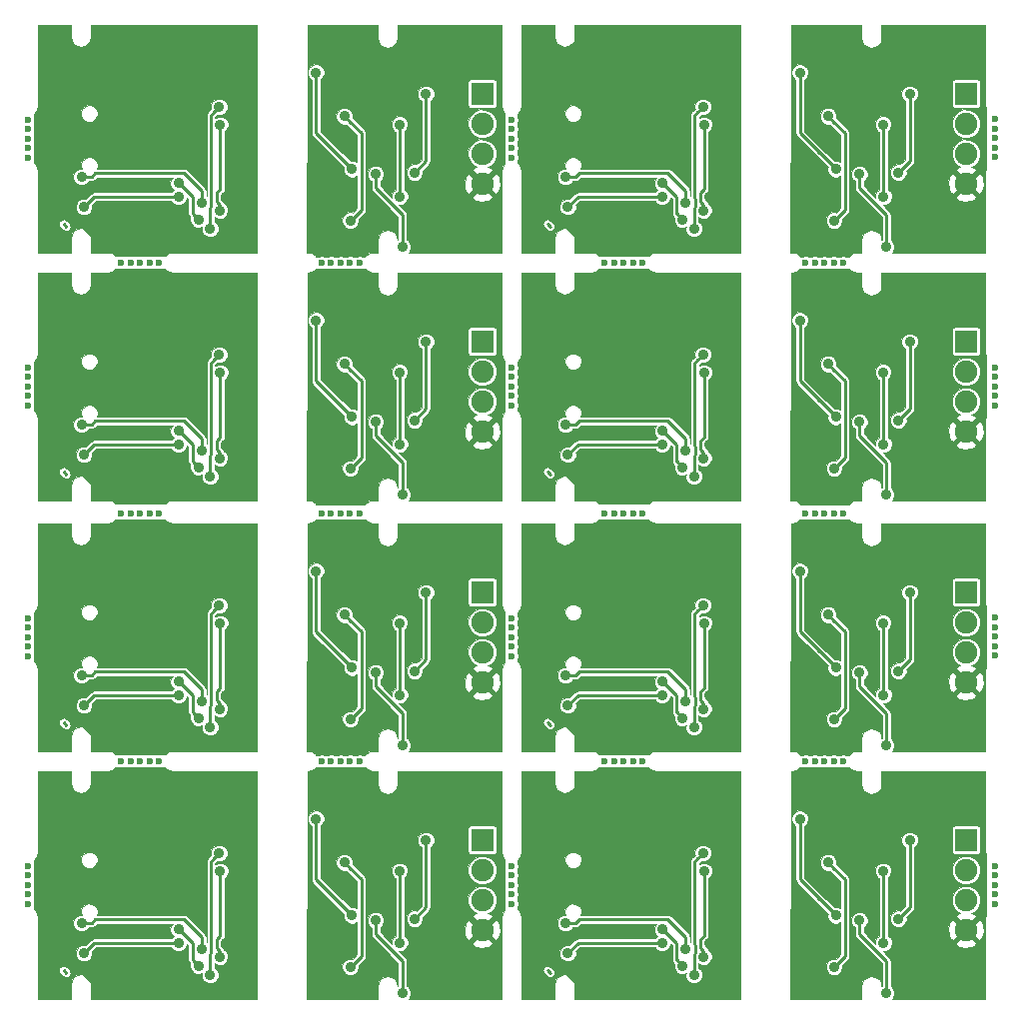
<source format=gbl>
G04 #@! TF.FileFunction,Copper,L2,Bot,Signal*
%FSLAX46Y46*%
G04 Gerber Fmt 4.6, Leading zero omitted, Abs format (unit mm)*
G04 Created by KiCad (PCBNEW 0.201603131216+6619~43~ubuntu14.04.1-product) date Do 28 Apr 2016 22:30:15 CEST*
%MOMM*%
G01*
G04 APERTURE LIST*
%ADD10C,0.100000*%
%ADD11C,0.600000*%
%ADD12R,1.900000X1.900000*%
%ADD13C,1.900000*%
%ADD14C,0.900000*%
%ADD15C,0.250000*%
G04 APERTURE END LIST*
D10*
D11*
X67250000Y-113000000D03*
X68050000Y-113000000D03*
X66450000Y-113000000D03*
X68850000Y-113000000D03*
X65650000Y-113000000D03*
X40750000Y-123500000D03*
X40750000Y-122700000D03*
X40750000Y-124300000D03*
X40750000Y-121900000D03*
X40750000Y-125100000D03*
X50250000Y-113000000D03*
X51050000Y-113000000D03*
X49450000Y-113000000D03*
X51850000Y-113000000D03*
X48650000Y-113000000D03*
D12*
X79250000Y-98690000D03*
D13*
X79250000Y-101230000D03*
X79250000Y-103770000D03*
X79250000Y-106310000D03*
D11*
X91250000Y-92000000D03*
X92050000Y-92000000D03*
X90450000Y-92000000D03*
X92850000Y-92000000D03*
X89650000Y-92000000D03*
X81750000Y-102500000D03*
X81750000Y-101700000D03*
X81750000Y-103300000D03*
X81750000Y-100900000D03*
X81750000Y-104100000D03*
X91250000Y-113000000D03*
X92050000Y-113000000D03*
X90450000Y-113000000D03*
X92850000Y-113000000D03*
X89650000Y-113000000D03*
X108250000Y-92000000D03*
X109050000Y-92000000D03*
X107450000Y-92000000D03*
X109850000Y-92000000D03*
X106650000Y-92000000D03*
X108250000Y-113000000D03*
X109050000Y-113000000D03*
X107450000Y-113000000D03*
X109850000Y-113000000D03*
X106650000Y-113000000D03*
X122750000Y-102450000D03*
X122750000Y-101650000D03*
X122750000Y-103250000D03*
X122750000Y-100850000D03*
X122750000Y-104050000D03*
D12*
X120250000Y-98690000D03*
D13*
X120250000Y-101230000D03*
X120250000Y-103770000D03*
X120250000Y-106310000D03*
D11*
X81750000Y-123500000D03*
X81750000Y-122700000D03*
X81750000Y-124300000D03*
X81750000Y-121900000D03*
X81750000Y-125100000D03*
D12*
X79250000Y-119690000D03*
D13*
X79250000Y-122230000D03*
X79250000Y-124770000D03*
X79250000Y-127310000D03*
D11*
X122750000Y-123500000D03*
X122750000Y-122700000D03*
X122750000Y-124300000D03*
X122750000Y-121900000D03*
X122750000Y-125100000D03*
D12*
X120250000Y-119690000D03*
D13*
X120250000Y-122230000D03*
X120250000Y-124770000D03*
X120250000Y-127310000D03*
D11*
X50250000Y-92000000D03*
X51050000Y-92000000D03*
X49450000Y-92000000D03*
X51850000Y-92000000D03*
X48650000Y-92000000D03*
X40750000Y-102500000D03*
X40750000Y-101700000D03*
X40750000Y-103300000D03*
X40750000Y-100900000D03*
X40750000Y-104100000D03*
X67250000Y-92000000D03*
X68050000Y-92000000D03*
X66450000Y-92000000D03*
X68850000Y-92000000D03*
X65650000Y-92000000D03*
X122750000Y-81250000D03*
X122750000Y-80450000D03*
X122750000Y-82050000D03*
X122750000Y-79650000D03*
X122750000Y-82850000D03*
X122750000Y-60200000D03*
X122750000Y-59400000D03*
X122750000Y-61000000D03*
X122750000Y-58600000D03*
X122750000Y-61800000D03*
X91250000Y-70750000D03*
X92050000Y-70750000D03*
X90450000Y-70750000D03*
X92850000Y-70750000D03*
X89650000Y-70750000D03*
X108250000Y-70750000D03*
X109050000Y-70750000D03*
X107450000Y-70750000D03*
X109850000Y-70750000D03*
X106650000Y-70750000D03*
X81750000Y-81250000D03*
X81750000Y-80450000D03*
X81750000Y-82050000D03*
X81750000Y-79650000D03*
X81750000Y-82850000D03*
D12*
X79250000Y-77440000D03*
D13*
X79250000Y-79980000D03*
X79250000Y-82520000D03*
X79250000Y-85060000D03*
D11*
X50250000Y-70750000D03*
X51050000Y-70750000D03*
X49450000Y-70750000D03*
X51850000Y-70750000D03*
X48650000Y-70750000D03*
X67250000Y-70750000D03*
X68050000Y-70750000D03*
X66450000Y-70750000D03*
X68850000Y-70750000D03*
X65650000Y-70750000D03*
X40750000Y-81250000D03*
X40750000Y-80450000D03*
X40750000Y-82050000D03*
X40750000Y-79650000D03*
X40750000Y-82850000D03*
D12*
X120250000Y-77440000D03*
D13*
X120250000Y-79980000D03*
X120250000Y-82520000D03*
X120250000Y-85060000D03*
D11*
X81750000Y-60250000D03*
X81750000Y-59450000D03*
X81750000Y-61050000D03*
X81750000Y-58650000D03*
X81750000Y-61850000D03*
D12*
X120250000Y-56440000D03*
D13*
X120250000Y-58980000D03*
X120250000Y-61520000D03*
X120250000Y-64060000D03*
D11*
X40750000Y-60250000D03*
X40750000Y-59450000D03*
X40750000Y-61050000D03*
X40750000Y-58650000D03*
X40750000Y-61850000D03*
D12*
X79250000Y-56440000D03*
D13*
X79250000Y-58980000D03*
X79250000Y-61520000D03*
X79250000Y-64060000D03*
D14*
X55197575Y-109347326D03*
X53514485Y-106289485D03*
X96197575Y-130347326D03*
X94514485Y-127289485D03*
X53514485Y-127289485D03*
X55197575Y-130347326D03*
X94514485Y-106289485D03*
X96197575Y-109347326D03*
X53514485Y-85039485D03*
X55197575Y-88097326D03*
X94514485Y-85039485D03*
X96197575Y-88097326D03*
X96197575Y-67097326D03*
X94514485Y-64039485D03*
X55197575Y-67097326D03*
X53514485Y-64039485D03*
X52425000Y-118955002D03*
X55415809Y-120530544D03*
X58800000Y-124150000D03*
X58800000Y-103150000D03*
X55415809Y-99530544D03*
X52425000Y-97955002D03*
X57525000Y-107475000D03*
X46725000Y-110650000D03*
X45744860Y-103708397D03*
X86744860Y-103708397D03*
X86744860Y-124708397D03*
X87725000Y-110650000D03*
X87725000Y-131650000D03*
X98525000Y-128475000D03*
X93425000Y-118955002D03*
X96415809Y-120530544D03*
X99800000Y-124150000D03*
X45744860Y-124708397D03*
X46725000Y-131650000D03*
X57525000Y-128475000D03*
X98525000Y-107475000D03*
X96415809Y-99530544D03*
X93425000Y-97955002D03*
X99800000Y-103150000D03*
X57525000Y-86225000D03*
X52425000Y-76705002D03*
X58800000Y-81900000D03*
X55415809Y-78280544D03*
X45744860Y-82458397D03*
X46725000Y-89400000D03*
X86744860Y-82458397D03*
X87725000Y-89400000D03*
X98525000Y-86225000D03*
X96415809Y-78280544D03*
X99800000Y-81900000D03*
X93425000Y-76705002D03*
X99800000Y-60900000D03*
X93425000Y-55705002D03*
X96415809Y-57280544D03*
X86744860Y-61458397D03*
X87725000Y-68400000D03*
X98525000Y-65225000D03*
X45744860Y-61458397D03*
X55415809Y-57280544D03*
X46725000Y-68400000D03*
X57525000Y-65225000D03*
X58800000Y-60900000D03*
X52425000Y-55705002D03*
X108192000Y-110337000D03*
X111049500Y-114763500D03*
X118479000Y-114763500D03*
X109144500Y-111289500D03*
X116891500Y-110591000D03*
X110650000Y-110900000D03*
X109716000Y-114763500D03*
X108192000Y-131337000D03*
X109144500Y-132289500D03*
X110650000Y-131900000D03*
X115250000Y-130956000D03*
X116891500Y-131591000D03*
X114250000Y-124400000D03*
X114550000Y-115099999D03*
X107049000Y-114763500D03*
X108382500Y-114763500D03*
X73250000Y-124400000D03*
X75891500Y-131591000D03*
X74250000Y-130956000D03*
X69650000Y-131900000D03*
X68144500Y-132289500D03*
X67192000Y-131337000D03*
X69650000Y-110900000D03*
X68144500Y-111289500D03*
X67382500Y-114763500D03*
X70049500Y-114763500D03*
X66049000Y-114763500D03*
X68716000Y-114763500D03*
X67192000Y-110337000D03*
X74250000Y-109956000D03*
X77479000Y-114763500D03*
X75891500Y-110591000D03*
X73550000Y-115099999D03*
X73250000Y-103400000D03*
X70049500Y-93763500D03*
X77479000Y-93763500D03*
X66049000Y-93763500D03*
X73550000Y-94099999D03*
X68716000Y-93763500D03*
X67382500Y-93763500D03*
X114250000Y-103400000D03*
X115250000Y-109956000D03*
X109716000Y-93763500D03*
X107049000Y-93763500D03*
X108382500Y-93763500D03*
X118479000Y-93763500D03*
X111049500Y-93763500D03*
X114550000Y-94099999D03*
X67192000Y-89087000D03*
X68144500Y-90039500D03*
X69650000Y-89650000D03*
X74250000Y-88706000D03*
X75891500Y-89341000D03*
X67382500Y-72513500D03*
X66049000Y-72513500D03*
X68716000Y-72513500D03*
X73250000Y-82150000D03*
X77479000Y-72513500D03*
X70049500Y-72513500D03*
X73550000Y-72849999D03*
X114250000Y-82150000D03*
X110650000Y-89650000D03*
X109144500Y-90039500D03*
X108192000Y-89087000D03*
X108382500Y-72513500D03*
X107049000Y-72513500D03*
X109716000Y-72513500D03*
X118479000Y-72513500D03*
X111049500Y-72513500D03*
X114550000Y-72849999D03*
X115250000Y-88706000D03*
X116891500Y-89341000D03*
X109144500Y-69039500D03*
X108192000Y-68087000D03*
X116891500Y-68341000D03*
X115250000Y-67706000D03*
X110650000Y-68650000D03*
X109716000Y-51513500D03*
X108382500Y-51513500D03*
X107049000Y-51513500D03*
X118479000Y-51513500D03*
X114550000Y-51849999D03*
X111049500Y-51513500D03*
X114250000Y-61150000D03*
X75891500Y-68341000D03*
X68144500Y-69039500D03*
X67192000Y-68087000D03*
X66049000Y-51513500D03*
X70049500Y-51513500D03*
X68716000Y-51513500D03*
X67382500Y-51513500D03*
X77479000Y-51513500D03*
X69650000Y-68650000D03*
X74250000Y-67706000D03*
X73250000Y-61150000D03*
X73550000Y-51849999D03*
X114525000Y-126375000D03*
X115475000Y-119725000D03*
X74475000Y-119725000D03*
X73525000Y-126375000D03*
X73525000Y-105375000D03*
X74475000Y-98725000D03*
X114525000Y-105375000D03*
X115475000Y-98725000D03*
X73525000Y-84125000D03*
X74475000Y-77475000D03*
X114525000Y-84125000D03*
X115475000Y-77475000D03*
X115475000Y-56475000D03*
X114525000Y-63125000D03*
X73525000Y-63125000D03*
X74475000Y-56475000D03*
X113492000Y-111700000D03*
X113492000Y-132700000D03*
X111227481Y-126520097D03*
X109225000Y-126100000D03*
X106175000Y-117900000D03*
X65175000Y-117900000D03*
X72492000Y-132700000D03*
X68225000Y-126100000D03*
X70227481Y-126520097D03*
X72492000Y-111700000D03*
X70227481Y-105520097D03*
X68225000Y-105100000D03*
X65175000Y-96900000D03*
X109225000Y-105100000D03*
X111227481Y-105520097D03*
X106175000Y-96900000D03*
X72492000Y-90450000D03*
X65175000Y-75650000D03*
X68225000Y-83850000D03*
X70227481Y-84270097D03*
X109225000Y-83850000D03*
X111227481Y-84270097D03*
X106175000Y-75650000D03*
X113492000Y-90450000D03*
X113492000Y-69450000D03*
X106175000Y-54650000D03*
X109225000Y-62850000D03*
X111227481Y-63270097D03*
X70227481Y-63270097D03*
X72492000Y-69450000D03*
X68225000Y-62850000D03*
X65175000Y-54650000D03*
X55500000Y-107950000D03*
X45294851Y-105739638D03*
X86294851Y-105739638D03*
X86294851Y-126739638D03*
X96500000Y-128950000D03*
X45294851Y-126739638D03*
X55500000Y-128950000D03*
X96500000Y-107950000D03*
X55500000Y-86700000D03*
X45294851Y-84489638D03*
X86294851Y-84489638D03*
X96500000Y-86700000D03*
X96500000Y-65700000D03*
X86294851Y-63489638D03*
X45294851Y-63489638D03*
X55500000Y-65700000D03*
X53500000Y-107425000D03*
X45500010Y-108298716D03*
X86500010Y-108298716D03*
X86500010Y-129298716D03*
X94500000Y-128425000D03*
X53500000Y-128425000D03*
X45500010Y-129298716D03*
X94500000Y-107425000D03*
X53500000Y-86175000D03*
X45500010Y-87048716D03*
X86500010Y-87048716D03*
X94500000Y-86175000D03*
X94500000Y-65175000D03*
X86500010Y-66048716D03*
X45500010Y-66048716D03*
X53500000Y-65175000D03*
X57050000Y-122325000D03*
X57050000Y-101325000D03*
X57025000Y-108600000D03*
X98025000Y-129600000D03*
X98050000Y-122325000D03*
X57025000Y-129600000D03*
X98025000Y-108600000D03*
X98050000Y-101325000D03*
X57025000Y-87350000D03*
X57050000Y-80075000D03*
X98025000Y-87350000D03*
X98050000Y-80075000D03*
X98050000Y-59075000D03*
X98025000Y-66350000D03*
X57050000Y-59075000D03*
X57025000Y-66350000D03*
X109075000Y-130450000D03*
X108570338Y-121612287D03*
X67570338Y-121612287D03*
X68075000Y-130450000D03*
X68075000Y-109450000D03*
X67570338Y-100612287D03*
X109075000Y-109450000D03*
X108570338Y-100612287D03*
X68075000Y-88200000D03*
X67570338Y-79362287D03*
X108570338Y-79362287D03*
X109075000Y-88200000D03*
X109075000Y-67200000D03*
X108570338Y-58362287D03*
X68075000Y-67200000D03*
X67570338Y-58362287D03*
X113272000Y-128416000D03*
X113239218Y-122320000D03*
X72239218Y-122320000D03*
X72272000Y-128416000D03*
X72239218Y-101320000D03*
X72272000Y-107416000D03*
X113272000Y-107416000D03*
X113239218Y-101320000D03*
X72272000Y-86166000D03*
X72239218Y-80070000D03*
X113239218Y-80070000D03*
X113272000Y-86166000D03*
X113239218Y-59070000D03*
X113272000Y-65166000D03*
X72272000Y-65166000D03*
X72239218Y-59070000D03*
X56965821Y-120823794D03*
X56965821Y-99823794D03*
X56200000Y-110150000D03*
X97200000Y-131150000D03*
X97965821Y-120823794D03*
X56200000Y-131150000D03*
X97200000Y-110150000D03*
X97965821Y-99823794D03*
X56200000Y-88900000D03*
X56965821Y-78573794D03*
X97200000Y-88900000D03*
X97965821Y-78573794D03*
X97200000Y-67900000D03*
X97965821Y-57573794D03*
X56965821Y-57573794D03*
X56200000Y-67900000D03*
D15*
X43764987Y-109714987D02*
X44006000Y-109956000D01*
X43764987Y-130714987D02*
X44006000Y-130956000D01*
X84764987Y-109714987D02*
X85006000Y-109956000D01*
X84764987Y-130714987D02*
X85006000Y-130956000D01*
X43764987Y-88464987D02*
X44006000Y-88706000D01*
X84764987Y-88464987D02*
X85006000Y-88706000D01*
X84764987Y-67464987D02*
X85006000Y-67706000D01*
X43764987Y-67464987D02*
X44006000Y-67706000D01*
X53514485Y-106289485D02*
X54699999Y-107474999D01*
X54699999Y-108849750D02*
X54747576Y-108897327D01*
X54747576Y-108897327D02*
X55197575Y-109347326D01*
X54699999Y-107474999D02*
X54699999Y-108849750D01*
X53514485Y-127289485D02*
X54699999Y-128474999D01*
X54699999Y-129849750D02*
X54747576Y-129897327D01*
X54699999Y-128474999D02*
X54699999Y-129849750D01*
X54747576Y-129897327D02*
X55197575Y-130347326D01*
X95699999Y-107474999D02*
X95699999Y-108849750D01*
X95699999Y-108849750D02*
X95747576Y-108897327D01*
X94514485Y-106289485D02*
X95699999Y-107474999D01*
X95747576Y-108897327D02*
X96197575Y-109347326D01*
X94514485Y-127289485D02*
X95699999Y-128474999D01*
X95699999Y-128474999D02*
X95699999Y-129849750D01*
X95747576Y-129897327D02*
X96197575Y-130347326D01*
X95699999Y-129849750D02*
X95747576Y-129897327D01*
X54699999Y-87599750D02*
X54747576Y-87647327D01*
X54747576Y-87647327D02*
X55197575Y-88097326D01*
X53514485Y-85039485D02*
X54699999Y-86224999D01*
X54699999Y-86224999D02*
X54699999Y-87599750D01*
X94514485Y-85039485D02*
X95699999Y-86224999D01*
X95747576Y-87647327D02*
X96197575Y-88097326D01*
X95699999Y-86224999D02*
X95699999Y-87599750D01*
X95699999Y-87599750D02*
X95747576Y-87647327D01*
X95699999Y-66599750D02*
X95747576Y-66647327D01*
X95747576Y-66647327D02*
X96197575Y-67097326D01*
X94514485Y-64039485D02*
X95699999Y-65224999D01*
X95699999Y-65224999D02*
X95699999Y-66599750D01*
X53514485Y-64039485D02*
X54699999Y-65224999D01*
X54699999Y-65224999D02*
X54699999Y-66599750D01*
X54747576Y-66647327D02*
X55197575Y-67097326D01*
X54699999Y-66599750D02*
X54747576Y-66647327D01*
X55410624Y-99525359D02*
X55415809Y-99530544D01*
X58800000Y-103150000D02*
X58350001Y-103599999D01*
X46725000Y-110650000D02*
X46088604Y-110650000D01*
X53840267Y-97955002D02*
X55410624Y-99525359D01*
X52425000Y-97955002D02*
X53840267Y-97955002D01*
X57525000Y-106050000D02*
X57525000Y-107475000D01*
X58350001Y-105224999D02*
X57525000Y-106050000D01*
X45108464Y-103708397D02*
X45744860Y-103708397D01*
X43399988Y-105416873D02*
X45108464Y-103708397D01*
X43399988Y-107961384D02*
X43399988Y-105416873D01*
X46088604Y-110650000D02*
X43399988Y-107961384D01*
X58350001Y-103599999D02*
X58350001Y-105224999D01*
X58800000Y-124150000D02*
X58350001Y-124599999D01*
X58350001Y-126224999D02*
X57525000Y-127050000D01*
X58350001Y-124599999D02*
X58350001Y-126224999D01*
X57525000Y-127050000D02*
X57525000Y-128475000D01*
X45108464Y-124708397D02*
X45744860Y-124708397D01*
X43399988Y-126416873D02*
X45108464Y-124708397D01*
X53840267Y-118955002D02*
X55410624Y-120525359D01*
X55410624Y-120525359D02*
X55415809Y-120530544D01*
X52425000Y-118955002D02*
X53840267Y-118955002D01*
X46088604Y-131650000D02*
X43399988Y-128961384D01*
X46725000Y-131650000D02*
X46088604Y-131650000D01*
X43399988Y-128961384D02*
X43399988Y-126416873D01*
X84399988Y-107961384D02*
X84399988Y-105416873D01*
X86108464Y-103708397D02*
X86744860Y-103708397D01*
X84399988Y-105416873D02*
X86108464Y-103708397D01*
X87725000Y-110650000D02*
X87088604Y-110650000D01*
X87088604Y-110650000D02*
X84399988Y-107961384D01*
X99350001Y-105224999D02*
X98525000Y-106050000D01*
X98525000Y-106050000D02*
X98525000Y-107475000D01*
X99350001Y-103599999D02*
X99350001Y-105224999D01*
X99800000Y-103150000D02*
X99350001Y-103599999D01*
X94840267Y-97955002D02*
X96410624Y-99525359D01*
X96410624Y-99525359D02*
X96415809Y-99530544D01*
X93425000Y-97955002D02*
X94840267Y-97955002D01*
X99800000Y-124150000D02*
X99350001Y-124599999D01*
X87725000Y-131650000D02*
X87088604Y-131650000D01*
X87088604Y-131650000D02*
X84399988Y-128961384D01*
X84399988Y-126416873D02*
X86108464Y-124708397D01*
X84399988Y-128961384D02*
X84399988Y-126416873D01*
X99350001Y-126224999D02*
X98525000Y-127050000D01*
X98525000Y-127050000D02*
X98525000Y-128475000D01*
X99350001Y-124599999D02*
X99350001Y-126224999D01*
X86108464Y-124708397D02*
X86744860Y-124708397D01*
X96410624Y-120525359D02*
X96415809Y-120530544D01*
X94840267Y-118955002D02*
X96410624Y-120525359D01*
X93425000Y-118955002D02*
X94840267Y-118955002D01*
X58350001Y-83974999D02*
X57525000Y-84800000D01*
X58350001Y-82349999D02*
X58350001Y-83974999D01*
X57525000Y-84800000D02*
X57525000Y-86225000D01*
X53840267Y-76705002D02*
X55410624Y-78275359D01*
X55410624Y-78275359D02*
X55415809Y-78280544D01*
X58800000Y-81900000D02*
X58350001Y-82349999D01*
X52425000Y-76705002D02*
X53840267Y-76705002D01*
X45108464Y-82458397D02*
X45744860Y-82458397D01*
X43399988Y-84166873D02*
X45108464Y-82458397D01*
X46088604Y-89400000D02*
X43399988Y-86711384D01*
X46725000Y-89400000D02*
X46088604Y-89400000D01*
X43399988Y-86711384D02*
X43399988Y-84166873D01*
X99350001Y-82349999D02*
X99350001Y-83974999D01*
X99350001Y-83974999D02*
X98525000Y-84800000D01*
X96410624Y-78275359D02*
X96415809Y-78280544D01*
X94840267Y-76705002D02*
X96410624Y-78275359D01*
X93425000Y-76705002D02*
X94840267Y-76705002D01*
X99800000Y-81900000D02*
X99350001Y-82349999D01*
X87725000Y-89400000D02*
X87088604Y-89400000D01*
X87088604Y-89400000D02*
X84399988Y-86711384D01*
X84399988Y-84166873D02*
X86108464Y-82458397D01*
X84399988Y-86711384D02*
X84399988Y-84166873D01*
X86108464Y-82458397D02*
X86744860Y-82458397D01*
X98525000Y-84800000D02*
X98525000Y-86225000D01*
X86108464Y-61458397D02*
X86744860Y-61458397D01*
X84399988Y-65711384D02*
X84399988Y-63166873D01*
X84399988Y-63166873D02*
X86108464Y-61458397D01*
X87725000Y-68400000D02*
X87088604Y-68400000D01*
X87088604Y-68400000D02*
X84399988Y-65711384D01*
X94840267Y-55705002D02*
X96410624Y-57275359D01*
X93425000Y-55705002D02*
X94840267Y-55705002D01*
X96410624Y-57275359D02*
X96415809Y-57280544D01*
X99350001Y-62974999D02*
X98525000Y-63800000D01*
X99800000Y-60900000D02*
X99350001Y-61349999D01*
X99350001Y-61349999D02*
X99350001Y-62974999D01*
X98525000Y-63800000D02*
X98525000Y-65225000D01*
X46725000Y-68400000D02*
X46088604Y-68400000D01*
X46088604Y-68400000D02*
X43399988Y-65711384D01*
X43399988Y-65711384D02*
X43399988Y-63166873D01*
X43399988Y-63166873D02*
X45108464Y-61458397D01*
X45108464Y-61458397D02*
X45744860Y-61458397D01*
X55410624Y-57275359D02*
X55415809Y-57280544D01*
X57525000Y-63800000D02*
X57525000Y-65225000D01*
X58350001Y-62974999D02*
X57525000Y-63800000D01*
X58800000Y-60900000D02*
X58350001Y-61349999D01*
X58350001Y-61349999D02*
X58350001Y-62974999D01*
X53840267Y-55705002D02*
X55410624Y-57275359D01*
X52425000Y-55705002D02*
X53840267Y-55705002D01*
X67192000Y-110337000D02*
X68144500Y-111289500D01*
X77288500Y-104348500D02*
X79250000Y-106310000D01*
X73250000Y-97374998D02*
X73250000Y-103400000D01*
X73250000Y-103400000D02*
X73250000Y-103824264D01*
X73250000Y-103824264D02*
X73450000Y-104024264D01*
X73100001Y-94549998D02*
X73100001Y-97224999D01*
X70049500Y-93763500D02*
X68716000Y-93763500D01*
X77479000Y-93763500D02*
X77288500Y-93954000D01*
X73550000Y-94099999D02*
X73100001Y-94549998D01*
X73100001Y-97224999D02*
X73250000Y-97374998D01*
X77288500Y-93954000D02*
X77288500Y-104348500D01*
X66049000Y-93763500D02*
X67382500Y-93763500D01*
X77288500Y-125348500D02*
X79250000Y-127310000D01*
X67192000Y-131337000D02*
X68144500Y-132289500D01*
X70049500Y-114763500D02*
X68716000Y-114763500D01*
X73100001Y-118224999D02*
X73250000Y-118374998D01*
X66049000Y-114763500D02*
X67382500Y-114763500D01*
X73100001Y-115549998D02*
X73100001Y-118224999D01*
X73250000Y-124824264D02*
X73450000Y-125024264D01*
X73250000Y-124400000D02*
X73250000Y-124824264D01*
X77479000Y-114763500D02*
X77288500Y-114954000D01*
X73550000Y-115099999D02*
X73100001Y-115549998D01*
X73250000Y-118374998D02*
X73250000Y-124400000D01*
X77288500Y-114954000D02*
X77288500Y-125348500D01*
X118288500Y-104348500D02*
X120250000Y-106310000D01*
X114250000Y-103824264D02*
X114450000Y-104024264D01*
X114250000Y-97374998D02*
X114250000Y-103400000D01*
X114250000Y-103400000D02*
X114250000Y-103824264D01*
X114100001Y-97224999D02*
X114250000Y-97374998D01*
X114550000Y-94099999D02*
X114100001Y-94549998D01*
X114100001Y-94549998D02*
X114100001Y-97224999D01*
X118288500Y-93954000D02*
X118288500Y-104348500D01*
X118479000Y-93763500D02*
X118288500Y-93954000D01*
X108192000Y-110337000D02*
X109144500Y-111289500D01*
X111049500Y-93763500D02*
X109716000Y-93763500D01*
X107049000Y-93763500D02*
X108382500Y-93763500D01*
X107049000Y-114763500D02*
X108382500Y-114763500D01*
X114250000Y-124400000D02*
X114250000Y-124824264D01*
X108192000Y-131337000D02*
X109144500Y-132289500D01*
X114100001Y-115549998D02*
X114100001Y-118224999D01*
X114100001Y-118224999D02*
X114250000Y-118374998D01*
X111049500Y-114763500D02*
X109716000Y-114763500D01*
X118288500Y-125348500D02*
X120250000Y-127310000D01*
X114250000Y-124824264D02*
X114450000Y-125024264D01*
X118288500Y-114954000D02*
X118288500Y-125348500D01*
X118479000Y-114763500D02*
X118288500Y-114954000D01*
X114250000Y-118374998D02*
X114250000Y-124400000D01*
X114550000Y-115099999D02*
X114100001Y-115549998D01*
X114250000Y-82574264D02*
X114450000Y-82774264D01*
X114250000Y-82150000D02*
X114250000Y-82574264D01*
X118288500Y-72704000D02*
X118288500Y-83098500D01*
X118479000Y-72513500D02*
X118288500Y-72704000D01*
X107049000Y-72513500D02*
X108382500Y-72513500D01*
X111049500Y-72513500D02*
X109716000Y-72513500D01*
X114100001Y-73299998D02*
X114100001Y-75974999D01*
X114550000Y-72849999D02*
X114100001Y-73299998D01*
X118288500Y-83098500D02*
X120250000Y-85060000D01*
X108192000Y-89087000D02*
X109144500Y-90039500D01*
X114100001Y-75974999D02*
X114250000Y-76124998D01*
X114250000Y-76124998D02*
X114250000Y-82150000D01*
X77288500Y-83098500D02*
X79250000Y-85060000D01*
X67192000Y-89087000D02*
X68144500Y-90039500D01*
X77479000Y-72513500D02*
X77288500Y-72704000D01*
X70049500Y-72513500D02*
X68716000Y-72513500D01*
X77288500Y-72704000D02*
X77288500Y-83098500D01*
X66049000Y-72513500D02*
X67382500Y-72513500D01*
X73100001Y-73299998D02*
X73100001Y-75974999D01*
X73100001Y-75974999D02*
X73250000Y-76124998D01*
X73550000Y-72849999D02*
X73100001Y-73299998D01*
X73250000Y-82574264D02*
X73450000Y-82774264D01*
X73250000Y-82150000D02*
X73250000Y-82574264D01*
X73250000Y-76124998D02*
X73250000Y-82150000D01*
X118288500Y-62098500D02*
X120250000Y-64060000D01*
X108192000Y-68087000D02*
X109144500Y-69039500D01*
X111049500Y-51513500D02*
X109716000Y-51513500D01*
X107049000Y-51513500D02*
X108382500Y-51513500D01*
X114100001Y-54974999D02*
X114250000Y-55124998D01*
X114100001Y-52299998D02*
X114100001Y-54974999D01*
X114550000Y-51849999D02*
X114100001Y-52299998D01*
X114250000Y-61150000D02*
X114250000Y-61574264D01*
X114250000Y-55124998D02*
X114250000Y-61150000D01*
X118288500Y-51704000D02*
X118288500Y-62098500D01*
X118479000Y-51513500D02*
X118288500Y-51704000D01*
X114250000Y-61574264D02*
X114450000Y-61774264D01*
X67192000Y-68087000D02*
X68144500Y-69039500D01*
X70049500Y-51513500D02*
X68716000Y-51513500D01*
X66049000Y-51513500D02*
X67382500Y-51513500D01*
X77288500Y-62098500D02*
X79250000Y-64060000D01*
X77288500Y-51704000D02*
X77288500Y-62098500D01*
X77479000Y-51513500D02*
X77288500Y-51704000D01*
X73250000Y-61574264D02*
X73450000Y-61774264D01*
X73250000Y-55124998D02*
X73250000Y-61150000D01*
X73250000Y-61150000D02*
X73250000Y-61574264D01*
X73100001Y-54974999D02*
X73250000Y-55124998D01*
X73550000Y-51849999D02*
X73100001Y-52299998D01*
X73100001Y-52299998D02*
X73100001Y-54974999D01*
X74475000Y-104425000D02*
X74475000Y-98725000D01*
X73525000Y-105375000D02*
X74475000Y-104425000D01*
X73525000Y-126375000D02*
X74475000Y-125425000D01*
X74475000Y-125425000D02*
X74475000Y-119725000D01*
X114525000Y-105375000D02*
X115475000Y-104425000D01*
X115475000Y-104425000D02*
X115475000Y-98725000D01*
X114525000Y-126375000D02*
X115475000Y-125425000D01*
X115475000Y-125425000D02*
X115475000Y-119725000D01*
X115475000Y-83175000D02*
X115475000Y-77475000D01*
X114525000Y-84125000D02*
X115475000Y-83175000D01*
X73525000Y-84125000D02*
X74475000Y-83175000D01*
X74475000Y-83175000D02*
X74475000Y-77475000D01*
X115475000Y-62175000D02*
X115475000Y-56475000D01*
X114525000Y-63125000D02*
X115475000Y-62175000D01*
X73525000Y-63125000D02*
X74475000Y-62175000D01*
X74475000Y-62175000D02*
X74475000Y-56475000D01*
X72492000Y-108942000D02*
X70227481Y-106677481D01*
X72492000Y-111700000D02*
X72492000Y-108942000D01*
X70227481Y-106677481D02*
X70227481Y-106156493D01*
X70227481Y-106156493D02*
X70227481Y-105520097D01*
X66025000Y-102900000D02*
X65175000Y-102050000D01*
X66850000Y-103725000D02*
X66025000Y-102900000D01*
X66025000Y-102900000D02*
X68225000Y-105100000D01*
X65175000Y-102050000D02*
X65175000Y-96900000D01*
X66025000Y-123900000D02*
X68225000Y-126100000D01*
X70227481Y-127677481D02*
X70227481Y-127156493D01*
X72492000Y-132700000D02*
X72492000Y-129942000D01*
X72492000Y-129942000D02*
X70227481Y-127677481D01*
X65175000Y-123050000D02*
X65175000Y-117900000D01*
X70227481Y-127156493D02*
X70227481Y-126520097D01*
X66850000Y-124725000D02*
X66025000Y-123900000D01*
X66025000Y-123900000D02*
X65175000Y-123050000D01*
X111227481Y-106156493D02*
X111227481Y-105520097D01*
X111227481Y-106677481D02*
X111227481Y-106156493D01*
X113492000Y-108942000D02*
X111227481Y-106677481D01*
X113492000Y-111700000D02*
X113492000Y-108942000D01*
X107850000Y-103725000D02*
X107025000Y-102900000D01*
X107025000Y-102900000D02*
X106175000Y-102050000D01*
X107025000Y-102900000D02*
X109225000Y-105100000D01*
X106175000Y-102050000D02*
X106175000Y-96900000D01*
X106175000Y-123050000D02*
X106175000Y-117900000D01*
X113492000Y-129942000D02*
X111227481Y-127677481D01*
X113492000Y-132700000D02*
X113492000Y-129942000D01*
X107025000Y-123900000D02*
X109225000Y-126100000D01*
X111227481Y-127677481D02*
X111227481Y-127156493D01*
X107025000Y-123900000D02*
X106175000Y-123050000D01*
X111227481Y-127156493D02*
X111227481Y-126520097D01*
X107850000Y-124725000D02*
X107025000Y-123900000D01*
X113492000Y-87692000D02*
X111227481Y-85427481D01*
X113492000Y-90450000D02*
X113492000Y-87692000D01*
X111227481Y-85427481D02*
X111227481Y-84906493D01*
X107025000Y-81650000D02*
X109225000Y-83850000D01*
X111227481Y-84906493D02*
X111227481Y-84270097D01*
X107850000Y-82475000D02*
X107025000Y-81650000D01*
X107025000Y-81650000D02*
X106175000Y-80800000D01*
X106175000Y-80800000D02*
X106175000Y-75650000D01*
X66025000Y-81650000D02*
X68225000Y-83850000D01*
X72492000Y-90450000D02*
X72492000Y-87692000D01*
X70227481Y-84906493D02*
X70227481Y-84270097D01*
X70227481Y-85427481D02*
X70227481Y-84906493D01*
X72492000Y-87692000D02*
X70227481Y-85427481D01*
X66850000Y-82475000D02*
X66025000Y-81650000D01*
X65175000Y-80800000D02*
X65175000Y-75650000D01*
X66025000Y-81650000D02*
X65175000Y-80800000D01*
X113492000Y-69450000D02*
X113492000Y-66692000D01*
X113492000Y-66692000D02*
X111227481Y-64427481D01*
X107025000Y-60650000D02*
X106175000Y-59800000D01*
X106175000Y-59800000D02*
X106175000Y-54650000D01*
X111227481Y-63906493D02*
X111227481Y-63270097D01*
X111227481Y-64427481D02*
X111227481Y-63906493D01*
X107025000Y-60650000D02*
X109225000Y-62850000D01*
X107850000Y-61475000D02*
X107025000Y-60650000D01*
X72492000Y-66692000D02*
X70227481Y-64427481D01*
X70227481Y-64427481D02*
X70227481Y-63906493D01*
X70227481Y-63906493D02*
X70227481Y-63270097D01*
X72492000Y-69450000D02*
X72492000Y-66692000D01*
X66025000Y-60650000D02*
X68225000Y-62850000D01*
X66025000Y-60650000D02*
X65175000Y-59800000D01*
X66850000Y-61475000D02*
X66025000Y-60650000D01*
X65175000Y-59800000D02*
X65175000Y-54650000D01*
X46455921Y-105425000D02*
X46141283Y-105739638D01*
X53975000Y-105425000D02*
X46455921Y-105425000D01*
X55500000Y-106950000D02*
X53975000Y-105425000D01*
X45931247Y-105739638D02*
X45294851Y-105739638D01*
X46141283Y-105739638D02*
X45931247Y-105739638D01*
X55500000Y-107950000D02*
X55500000Y-106950000D01*
X55500000Y-127950000D02*
X53975000Y-126425000D01*
X53975000Y-126425000D02*
X46455921Y-126425000D01*
X46455921Y-126425000D02*
X46141283Y-126739638D01*
X46141283Y-126739638D02*
X45931247Y-126739638D01*
X45931247Y-126739638D02*
X45294851Y-126739638D01*
X55500000Y-128950000D02*
X55500000Y-127950000D01*
X86931247Y-105739638D02*
X86294851Y-105739638D01*
X94975000Y-105425000D02*
X87455921Y-105425000D01*
X96500000Y-106950000D02*
X94975000Y-105425000D01*
X96500000Y-107950000D02*
X96500000Y-106950000D01*
X87455921Y-105425000D02*
X87141283Y-105739638D01*
X87141283Y-105739638D02*
X86931247Y-105739638D01*
X96500000Y-127950000D02*
X94975000Y-126425000D01*
X94975000Y-126425000D02*
X87455921Y-126425000D01*
X86931247Y-126739638D02*
X86294851Y-126739638D01*
X87141283Y-126739638D02*
X86931247Y-126739638D01*
X87455921Y-126425000D02*
X87141283Y-126739638D01*
X96500000Y-128950000D02*
X96500000Y-127950000D01*
X55500000Y-86700000D02*
X55500000Y-85700000D01*
X55500000Y-85700000D02*
X53975000Y-84175000D01*
X46455921Y-84175000D02*
X46141283Y-84489638D01*
X53975000Y-84175000D02*
X46455921Y-84175000D01*
X45931247Y-84489638D02*
X45294851Y-84489638D01*
X46141283Y-84489638D02*
X45931247Y-84489638D01*
X96500000Y-85700000D02*
X94975000Y-84175000D01*
X96500000Y-86700000D02*
X96500000Y-85700000D01*
X94975000Y-84175000D02*
X87455921Y-84175000D01*
X86931247Y-84489638D02*
X86294851Y-84489638D01*
X87455921Y-84175000D02*
X87141283Y-84489638D01*
X87141283Y-84489638D02*
X86931247Y-84489638D01*
X94975000Y-63175000D02*
X87455921Y-63175000D01*
X86931247Y-63489638D02*
X86294851Y-63489638D01*
X87141283Y-63489638D02*
X86931247Y-63489638D01*
X87455921Y-63175000D02*
X87141283Y-63489638D01*
X96500000Y-64700000D02*
X94975000Y-63175000D01*
X96500000Y-65700000D02*
X96500000Y-64700000D01*
X46455921Y-63175000D02*
X46141283Y-63489638D01*
X55500000Y-64700000D02*
X53975000Y-63175000D01*
X55500000Y-65700000D02*
X55500000Y-64700000D01*
X53975000Y-63175000D02*
X46455921Y-63175000D01*
X46141283Y-63489638D02*
X45931247Y-63489638D01*
X45931247Y-63489638D02*
X45294851Y-63489638D01*
X46373726Y-107425000D02*
X45500010Y-108298716D01*
X53500000Y-107425000D02*
X46373726Y-107425000D01*
X53500000Y-128425000D02*
X46373726Y-128425000D01*
X46373726Y-128425000D02*
X45500010Y-129298716D01*
X87373726Y-107425000D02*
X86500010Y-108298716D01*
X94500000Y-107425000D02*
X87373726Y-107425000D01*
X87373726Y-128425000D02*
X86500010Y-129298716D01*
X94500000Y-128425000D02*
X87373726Y-128425000D01*
X53500000Y-86175000D02*
X46373726Y-86175000D01*
X46373726Y-86175000D02*
X45500010Y-87048716D01*
X87373726Y-86175000D02*
X86500010Y-87048716D01*
X94500000Y-86175000D02*
X87373726Y-86175000D01*
X94500000Y-65175000D02*
X87373726Y-65175000D01*
X87373726Y-65175000D02*
X86500010Y-66048716D01*
X53500000Y-65175000D02*
X46373726Y-65175000D01*
X46373726Y-65175000D02*
X45500010Y-66048716D01*
X57050000Y-106802996D02*
X56749998Y-107102998D01*
X56749998Y-107102998D02*
X56749998Y-107847002D01*
X57050000Y-101325000D02*
X57050000Y-106802996D01*
X56749998Y-107847002D02*
X57025000Y-108122004D01*
X57025000Y-108122004D02*
X57025000Y-108600000D01*
X57050000Y-122325000D02*
X57050000Y-127802996D01*
X56749998Y-128102998D02*
X56749998Y-128847002D01*
X57050000Y-127802996D02*
X56749998Y-128102998D01*
X57025000Y-129122004D02*
X57025000Y-129600000D01*
X56749998Y-128847002D02*
X57025000Y-129122004D01*
X97749998Y-107847002D02*
X98025000Y-108122004D01*
X98025000Y-108122004D02*
X98025000Y-108600000D01*
X98050000Y-106802996D02*
X97749998Y-107102998D01*
X98050000Y-101325000D02*
X98050000Y-106802996D01*
X97749998Y-107102998D02*
X97749998Y-107847002D01*
X97749998Y-128847002D02*
X98025000Y-129122004D01*
X98025000Y-129122004D02*
X98025000Y-129600000D01*
X97749998Y-128102998D02*
X97749998Y-128847002D01*
X98050000Y-122325000D02*
X98050000Y-127802996D01*
X98050000Y-127802996D02*
X97749998Y-128102998D01*
X57050000Y-80075000D02*
X57050000Y-85552996D01*
X57050000Y-85552996D02*
X56749998Y-85852998D01*
X57025000Y-86872004D02*
X57025000Y-87350000D01*
X56749998Y-86597002D02*
X57025000Y-86872004D01*
X56749998Y-85852998D02*
X56749998Y-86597002D01*
X98050000Y-80075000D02*
X98050000Y-85552996D01*
X97749998Y-85852998D02*
X97749998Y-86597002D01*
X98025000Y-86872004D02*
X98025000Y-87350000D01*
X97749998Y-86597002D02*
X98025000Y-86872004D01*
X98050000Y-85552996D02*
X97749998Y-85852998D01*
X98025000Y-65872004D02*
X98025000Y-66350000D01*
X97749998Y-64852998D02*
X97749998Y-65597002D01*
X97749998Y-65597002D02*
X98025000Y-65872004D01*
X98050000Y-59075000D02*
X98050000Y-64552996D01*
X98050000Y-64552996D02*
X97749998Y-64852998D01*
X57050000Y-64552996D02*
X56749998Y-64852998D01*
X57050000Y-59075000D02*
X57050000Y-64552996D01*
X56749998Y-65597002D02*
X57025000Y-65872004D01*
X56749998Y-64852998D02*
X56749998Y-65597002D01*
X57025000Y-65872004D02*
X57025000Y-66350000D01*
X69000002Y-108524998D02*
X69000002Y-102041951D01*
X68075000Y-109450000D02*
X69000002Y-108524998D01*
X69000002Y-102041951D02*
X68020337Y-101062286D01*
X68020337Y-101062286D02*
X67570338Y-100612287D01*
X68075000Y-130450000D02*
X69000002Y-129524998D01*
X69000002Y-129524998D02*
X69000002Y-123041951D01*
X68020337Y-122062286D02*
X67570338Y-121612287D01*
X69000002Y-123041951D02*
X68020337Y-122062286D01*
X110000002Y-108524998D02*
X110000002Y-102041951D01*
X109020337Y-101062286D02*
X108570338Y-100612287D01*
X110000002Y-102041951D02*
X109020337Y-101062286D01*
X109075000Y-109450000D02*
X110000002Y-108524998D01*
X109075000Y-130450000D02*
X110000002Y-129524998D01*
X110000002Y-129524998D02*
X110000002Y-123041951D01*
X109020337Y-122062286D02*
X108570338Y-121612287D01*
X110000002Y-123041951D02*
X109020337Y-122062286D01*
X109075000Y-88200000D02*
X110000002Y-87274998D01*
X110000002Y-87274998D02*
X110000002Y-80791951D01*
X109020337Y-79812286D02*
X108570338Y-79362287D01*
X110000002Y-80791951D02*
X109020337Y-79812286D01*
X68075000Y-88200000D02*
X69000002Y-87274998D01*
X69000002Y-87274998D02*
X69000002Y-80791951D01*
X68020337Y-79812286D02*
X67570338Y-79362287D01*
X69000002Y-80791951D02*
X68020337Y-79812286D01*
X109075000Y-67200000D02*
X110000002Y-66274998D01*
X109020337Y-58812286D02*
X108570338Y-58362287D01*
X110000002Y-66274998D02*
X110000002Y-59791951D01*
X110000002Y-59791951D02*
X109020337Y-58812286D01*
X68020337Y-58812286D02*
X67570338Y-58362287D01*
X69000002Y-59791951D02*
X68020337Y-58812286D01*
X69000002Y-66274998D02*
X69000002Y-59791951D01*
X68075000Y-67200000D02*
X69000002Y-66274998D01*
X72272000Y-101320000D02*
X72272000Y-107200000D01*
X72272000Y-107200000D02*
X72272000Y-107416000D01*
X72272000Y-128200000D02*
X72272000Y-128416000D01*
X72272000Y-122320000D02*
X72272000Y-128200000D01*
X113272000Y-101320000D02*
X113272000Y-107200000D01*
X113272000Y-107200000D02*
X113272000Y-107416000D01*
X113272000Y-122320000D02*
X113272000Y-128200000D01*
X113272000Y-128200000D02*
X113272000Y-128416000D01*
X113272000Y-80070000D02*
X113272000Y-85950000D01*
X113272000Y-85950000D02*
X113272000Y-86166000D01*
X72272000Y-85950000D02*
X72272000Y-86166000D01*
X72272000Y-80070000D02*
X72272000Y-85950000D01*
X113272000Y-64950000D02*
X113272000Y-65166000D01*
X113272000Y-59070000D02*
X113272000Y-64950000D01*
X72272000Y-59070000D02*
X72272000Y-64950000D01*
X72272000Y-64950000D02*
X72272000Y-65166000D01*
X56250001Y-100539614D02*
X56515822Y-100273793D01*
X56515822Y-100273793D02*
X56965821Y-99823794D01*
X56250001Y-107552999D02*
X56250001Y-100539614D01*
X56200000Y-110150000D02*
X56200000Y-108397002D01*
X56275001Y-108322001D02*
X56275001Y-107577999D01*
X56200000Y-108397002D02*
X56275001Y-108322001D01*
X56275001Y-107577999D02*
X56250001Y-107552999D01*
X56200000Y-131150000D02*
X56200000Y-129397002D01*
X56275001Y-128577999D02*
X56250001Y-128552999D01*
X56515822Y-121273793D02*
X56965821Y-120823794D01*
X56250001Y-128552999D02*
X56250001Y-121539614D01*
X56250001Y-121539614D02*
X56515822Y-121273793D01*
X56275001Y-129322001D02*
X56275001Y-128577999D01*
X56200000Y-129397002D02*
X56275001Y-129322001D01*
X97275001Y-108322001D02*
X97275001Y-107577999D01*
X97200000Y-108397002D02*
X97275001Y-108322001D01*
X97200000Y-110150000D02*
X97200000Y-108397002D01*
X97275001Y-107577999D02*
X97250001Y-107552999D01*
X97250001Y-107552999D02*
X97250001Y-100539614D01*
X97250001Y-100539614D02*
X97515822Y-100273793D01*
X97515822Y-100273793D02*
X97965821Y-99823794D01*
X97200000Y-131150000D02*
X97200000Y-129397002D01*
X97250001Y-128552999D02*
X97250001Y-121539614D01*
X97250001Y-121539614D02*
X97515822Y-121273793D01*
X97515822Y-121273793D02*
X97965821Y-120823794D01*
X97275001Y-129322001D02*
X97275001Y-128577999D01*
X97200000Y-129397002D02*
X97275001Y-129322001D01*
X97275001Y-128577999D02*
X97250001Y-128552999D01*
X56250001Y-86302999D02*
X56250001Y-79289614D01*
X56200000Y-87147002D02*
X56275001Y-87072001D01*
X56200000Y-88900000D02*
X56200000Y-87147002D01*
X56275001Y-86327999D02*
X56250001Y-86302999D01*
X56275001Y-87072001D02*
X56275001Y-86327999D01*
X56250001Y-79289614D02*
X56515822Y-79023793D01*
X56515822Y-79023793D02*
X56965821Y-78573794D01*
X97250001Y-86302999D02*
X97250001Y-79289614D01*
X97250001Y-79289614D02*
X97515822Y-79023793D01*
X97515822Y-79023793D02*
X97965821Y-78573794D01*
X97200000Y-88900000D02*
X97200000Y-87147002D01*
X97275001Y-87072001D02*
X97275001Y-86327999D01*
X97275001Y-86327999D02*
X97250001Y-86302999D01*
X97200000Y-87147002D02*
X97275001Y-87072001D01*
X97200000Y-67900000D02*
X97200000Y-66147002D01*
X97200000Y-66147002D02*
X97275001Y-66072001D01*
X97275001Y-65327999D02*
X97250001Y-65302999D01*
X97275001Y-66072001D02*
X97275001Y-65327999D01*
X97515822Y-58023793D02*
X97965821Y-57573794D01*
X97250001Y-58289614D02*
X97515822Y-58023793D01*
X97250001Y-65302999D02*
X97250001Y-58289614D01*
X56515822Y-58023793D02*
X56965821Y-57573794D01*
X56250001Y-58289614D02*
X56515822Y-58023793D01*
X56200000Y-67900000D02*
X56200000Y-66147002D01*
X56275001Y-65327999D02*
X56250001Y-65302999D01*
X56250001Y-65302999D02*
X56250001Y-58289614D01*
X56200000Y-66147002D02*
X56275001Y-66072001D01*
X56275001Y-66072001D02*
X56275001Y-65327999D01*
D10*
G36*
X44400000Y-51650000D02*
X44464702Y-51975281D01*
X44648959Y-52251041D01*
X44924719Y-52435298D01*
X45250000Y-52500000D01*
X45575281Y-52435298D01*
X45851041Y-52251041D01*
X46035298Y-51975281D01*
X46100000Y-51650000D01*
X46100000Y-50600000D01*
X60157000Y-50600000D01*
X60157000Y-69900000D01*
X53000000Y-69900000D01*
X52674719Y-69964702D01*
X52398959Y-70148959D01*
X52367527Y-70196000D01*
X48132473Y-70196000D01*
X48101041Y-70148959D01*
X47825281Y-69964702D01*
X47500000Y-69900000D01*
X46100000Y-69900000D01*
X46100000Y-68650000D01*
X46035298Y-68324719D01*
X45851041Y-68048959D01*
X45575281Y-67864702D01*
X45250000Y-67800000D01*
X44924719Y-67864702D01*
X44648959Y-68048959D01*
X44464702Y-68324719D01*
X44400000Y-68650000D01*
X44400000Y-69900000D01*
X41600000Y-69900000D01*
X41600000Y-67464987D01*
X43389987Y-67464987D01*
X43418532Y-67608494D01*
X43499822Y-67730152D01*
X43740835Y-67971165D01*
X43862493Y-68052455D01*
X44006000Y-68081000D01*
X44149507Y-68052455D01*
X44271165Y-67971165D01*
X44352455Y-67849507D01*
X44381000Y-67706000D01*
X44352455Y-67562493D01*
X44271165Y-67440835D01*
X44030152Y-67199822D01*
X43908494Y-67118532D01*
X43764987Y-67089987D01*
X43621480Y-67118532D01*
X43499822Y-67199822D01*
X43418532Y-67321480D01*
X43389987Y-67464987D01*
X41600000Y-67464987D01*
X41600000Y-63628266D01*
X44594730Y-63628266D01*
X44701074Y-63885638D01*
X44897815Y-64082723D01*
X45155001Y-64189516D01*
X45433479Y-64189759D01*
X45690851Y-64083415D01*
X45887936Y-63886674D01*
X45897086Y-63864638D01*
X46141283Y-63864638D01*
X46284790Y-63836093D01*
X46406448Y-63754803D01*
X46611251Y-63550000D01*
X53014011Y-63550000D01*
X52921400Y-63642449D01*
X52814607Y-63899635D01*
X52814364Y-64178113D01*
X52920708Y-64435485D01*
X53085063Y-64600127D01*
X52906915Y-64777964D01*
X52897765Y-64800000D01*
X46373726Y-64800000D01*
X46230219Y-64828545D01*
X46108561Y-64909835D01*
X45660844Y-65357552D01*
X45639860Y-65348838D01*
X45361382Y-65348595D01*
X45104010Y-65454939D01*
X44906925Y-65651680D01*
X44800132Y-65908866D01*
X44799889Y-66187344D01*
X44906233Y-66444716D01*
X45102974Y-66641801D01*
X45360160Y-66748594D01*
X45638638Y-66748837D01*
X45896010Y-66642493D01*
X46093095Y-66445752D01*
X46199888Y-66188566D01*
X46200131Y-65910088D01*
X46191020Y-65888036D01*
X46529056Y-65550000D01*
X52897546Y-65550000D01*
X52906223Y-65571000D01*
X53102964Y-65768085D01*
X53360150Y-65874878D01*
X53638628Y-65875121D01*
X53896000Y-65768777D01*
X54093085Y-65572036D01*
X54199878Y-65314850D01*
X54199930Y-65255260D01*
X54324999Y-65380329D01*
X54324999Y-66599750D01*
X54353544Y-66743257D01*
X54434834Y-66864915D01*
X54506411Y-66936492D01*
X54497697Y-66957476D01*
X54497454Y-67235954D01*
X54603798Y-67493326D01*
X54800539Y-67690411D01*
X55057725Y-67797204D01*
X55336203Y-67797447D01*
X55515376Y-67723414D01*
X55500122Y-67760150D01*
X55499879Y-68038628D01*
X55606223Y-68296000D01*
X55802964Y-68493085D01*
X56060150Y-68599878D01*
X56338628Y-68600121D01*
X56596000Y-68493777D01*
X56793085Y-68297036D01*
X56899878Y-68039850D01*
X56900121Y-67761372D01*
X56793777Y-67504000D01*
X56597036Y-67306915D01*
X56575000Y-67297765D01*
X56575000Y-66890028D01*
X56627964Y-66943085D01*
X56885150Y-67049878D01*
X57163628Y-67050121D01*
X57421000Y-66943777D01*
X57618085Y-66747036D01*
X57724878Y-66489850D01*
X57725121Y-66211372D01*
X57618777Y-65954000D01*
X57422036Y-65756915D01*
X57373062Y-65736579D01*
X57371455Y-65728498D01*
X57290165Y-65606839D01*
X57124998Y-65441672D01*
X57124998Y-65008328D01*
X57315165Y-64818161D01*
X57396455Y-64696503D01*
X57425000Y-64552996D01*
X57425000Y-59677454D01*
X57446000Y-59668777D01*
X57643085Y-59472036D01*
X57749878Y-59214850D01*
X57750121Y-58936372D01*
X57643777Y-58679000D01*
X57447036Y-58481915D01*
X57189850Y-58375122D01*
X56911372Y-58374879D01*
X56654000Y-58481223D01*
X56625001Y-58510171D01*
X56625001Y-58444944D01*
X56804987Y-58264958D01*
X56825971Y-58273672D01*
X57104449Y-58273915D01*
X57361821Y-58167571D01*
X57558906Y-57970830D01*
X57665699Y-57713644D01*
X57665942Y-57435166D01*
X57559598Y-57177794D01*
X57362857Y-56980709D01*
X57105671Y-56873916D01*
X56827193Y-56873673D01*
X56569821Y-56980017D01*
X56372736Y-57176758D01*
X56265943Y-57433944D01*
X56265700Y-57712422D01*
X56274811Y-57734474D01*
X55984836Y-58024449D01*
X55903546Y-58146107D01*
X55875131Y-58288958D01*
X55875001Y-58289614D01*
X55875001Y-65097765D01*
X55875000Y-65097765D01*
X55875000Y-64700000D01*
X55846455Y-64556494D01*
X55765165Y-64434835D01*
X54240165Y-62909835D01*
X54118507Y-62828545D01*
X53975000Y-62800000D01*
X46594284Y-62800000D01*
X46644359Y-62679406D01*
X46644602Y-62401095D01*
X46538321Y-62143877D01*
X46341698Y-61946910D01*
X46084666Y-61840181D01*
X45806355Y-61839938D01*
X45549137Y-61946219D01*
X45352170Y-62142842D01*
X45245441Y-62399874D01*
X45245198Y-62678185D01*
X45291248Y-62789635D01*
X45156223Y-62789517D01*
X44898851Y-62895861D01*
X44701766Y-63092602D01*
X44594973Y-63349788D01*
X44594730Y-63628266D01*
X41600000Y-63628266D01*
X41600000Y-63000000D01*
X41535298Y-62674719D01*
X41351041Y-62398959D01*
X41270500Y-62345143D01*
X41270500Y-62030695D01*
X41299904Y-61959882D01*
X41300095Y-61741078D01*
X41270500Y-61669453D01*
X41270500Y-61230695D01*
X41299904Y-61159882D01*
X41300095Y-60941078D01*
X41270500Y-60869453D01*
X41270500Y-60430695D01*
X41299904Y-60359882D01*
X41300095Y-60141078D01*
X41270500Y-60069453D01*
X41270500Y-59630695D01*
X41299904Y-59559882D01*
X41300095Y-59341078D01*
X41270500Y-59269453D01*
X41270500Y-58830695D01*
X41299904Y-58759882D01*
X41300095Y-58541078D01*
X41270500Y-58469453D01*
X41270500Y-58278905D01*
X45245198Y-58278905D01*
X45351479Y-58536123D01*
X45548102Y-58733090D01*
X45805134Y-58839819D01*
X46083445Y-58840062D01*
X46340663Y-58733781D01*
X46537630Y-58537158D01*
X46644359Y-58280126D01*
X46644602Y-58001815D01*
X46538321Y-57744597D01*
X46341698Y-57547630D01*
X46084666Y-57440901D01*
X45806355Y-57440658D01*
X45549137Y-57546939D01*
X45352170Y-57743562D01*
X45245441Y-58000594D01*
X45245198Y-58278905D01*
X41270500Y-58278905D01*
X41270500Y-58154857D01*
X41351041Y-58101041D01*
X41535298Y-57825281D01*
X41600000Y-57500000D01*
X41600000Y-50600000D01*
X44400000Y-50600000D01*
X44400000Y-51650000D01*
X44400000Y-51650000D01*
G37*
X44400000Y-51650000D02*
X44464702Y-51975281D01*
X44648959Y-52251041D01*
X44924719Y-52435298D01*
X45250000Y-52500000D01*
X45575281Y-52435298D01*
X45851041Y-52251041D01*
X46035298Y-51975281D01*
X46100000Y-51650000D01*
X46100000Y-50600000D01*
X60157000Y-50600000D01*
X60157000Y-69900000D01*
X53000000Y-69900000D01*
X52674719Y-69964702D01*
X52398959Y-70148959D01*
X52367527Y-70196000D01*
X48132473Y-70196000D01*
X48101041Y-70148959D01*
X47825281Y-69964702D01*
X47500000Y-69900000D01*
X46100000Y-69900000D01*
X46100000Y-68650000D01*
X46035298Y-68324719D01*
X45851041Y-68048959D01*
X45575281Y-67864702D01*
X45250000Y-67800000D01*
X44924719Y-67864702D01*
X44648959Y-68048959D01*
X44464702Y-68324719D01*
X44400000Y-68650000D01*
X44400000Y-69900000D01*
X41600000Y-69900000D01*
X41600000Y-67464987D01*
X43389987Y-67464987D01*
X43418532Y-67608494D01*
X43499822Y-67730152D01*
X43740835Y-67971165D01*
X43862493Y-68052455D01*
X44006000Y-68081000D01*
X44149507Y-68052455D01*
X44271165Y-67971165D01*
X44352455Y-67849507D01*
X44381000Y-67706000D01*
X44352455Y-67562493D01*
X44271165Y-67440835D01*
X44030152Y-67199822D01*
X43908494Y-67118532D01*
X43764987Y-67089987D01*
X43621480Y-67118532D01*
X43499822Y-67199822D01*
X43418532Y-67321480D01*
X43389987Y-67464987D01*
X41600000Y-67464987D01*
X41600000Y-63628266D01*
X44594730Y-63628266D01*
X44701074Y-63885638D01*
X44897815Y-64082723D01*
X45155001Y-64189516D01*
X45433479Y-64189759D01*
X45690851Y-64083415D01*
X45887936Y-63886674D01*
X45897086Y-63864638D01*
X46141283Y-63864638D01*
X46284790Y-63836093D01*
X46406448Y-63754803D01*
X46611251Y-63550000D01*
X53014011Y-63550000D01*
X52921400Y-63642449D01*
X52814607Y-63899635D01*
X52814364Y-64178113D01*
X52920708Y-64435485D01*
X53085063Y-64600127D01*
X52906915Y-64777964D01*
X52897765Y-64800000D01*
X46373726Y-64800000D01*
X46230219Y-64828545D01*
X46108561Y-64909835D01*
X45660844Y-65357552D01*
X45639860Y-65348838D01*
X45361382Y-65348595D01*
X45104010Y-65454939D01*
X44906925Y-65651680D01*
X44800132Y-65908866D01*
X44799889Y-66187344D01*
X44906233Y-66444716D01*
X45102974Y-66641801D01*
X45360160Y-66748594D01*
X45638638Y-66748837D01*
X45896010Y-66642493D01*
X46093095Y-66445752D01*
X46199888Y-66188566D01*
X46200131Y-65910088D01*
X46191020Y-65888036D01*
X46529056Y-65550000D01*
X52897546Y-65550000D01*
X52906223Y-65571000D01*
X53102964Y-65768085D01*
X53360150Y-65874878D01*
X53638628Y-65875121D01*
X53896000Y-65768777D01*
X54093085Y-65572036D01*
X54199878Y-65314850D01*
X54199930Y-65255260D01*
X54324999Y-65380329D01*
X54324999Y-66599750D01*
X54353544Y-66743257D01*
X54434834Y-66864915D01*
X54506411Y-66936492D01*
X54497697Y-66957476D01*
X54497454Y-67235954D01*
X54603798Y-67493326D01*
X54800539Y-67690411D01*
X55057725Y-67797204D01*
X55336203Y-67797447D01*
X55515376Y-67723414D01*
X55500122Y-67760150D01*
X55499879Y-68038628D01*
X55606223Y-68296000D01*
X55802964Y-68493085D01*
X56060150Y-68599878D01*
X56338628Y-68600121D01*
X56596000Y-68493777D01*
X56793085Y-68297036D01*
X56899878Y-68039850D01*
X56900121Y-67761372D01*
X56793777Y-67504000D01*
X56597036Y-67306915D01*
X56575000Y-67297765D01*
X56575000Y-66890028D01*
X56627964Y-66943085D01*
X56885150Y-67049878D01*
X57163628Y-67050121D01*
X57421000Y-66943777D01*
X57618085Y-66747036D01*
X57724878Y-66489850D01*
X57725121Y-66211372D01*
X57618777Y-65954000D01*
X57422036Y-65756915D01*
X57373062Y-65736579D01*
X57371455Y-65728498D01*
X57290165Y-65606839D01*
X57124998Y-65441672D01*
X57124998Y-65008328D01*
X57315165Y-64818161D01*
X57396455Y-64696503D01*
X57425000Y-64552996D01*
X57425000Y-59677454D01*
X57446000Y-59668777D01*
X57643085Y-59472036D01*
X57749878Y-59214850D01*
X57750121Y-58936372D01*
X57643777Y-58679000D01*
X57447036Y-58481915D01*
X57189850Y-58375122D01*
X56911372Y-58374879D01*
X56654000Y-58481223D01*
X56625001Y-58510171D01*
X56625001Y-58444944D01*
X56804987Y-58264958D01*
X56825971Y-58273672D01*
X57104449Y-58273915D01*
X57361821Y-58167571D01*
X57558906Y-57970830D01*
X57665699Y-57713644D01*
X57665942Y-57435166D01*
X57559598Y-57177794D01*
X57362857Y-56980709D01*
X57105671Y-56873916D01*
X56827193Y-56873673D01*
X56569821Y-56980017D01*
X56372736Y-57176758D01*
X56265943Y-57433944D01*
X56265700Y-57712422D01*
X56274811Y-57734474D01*
X55984836Y-58024449D01*
X55903546Y-58146107D01*
X55875131Y-58288958D01*
X55875001Y-58289614D01*
X55875001Y-65097765D01*
X55875000Y-65097765D01*
X55875000Y-64700000D01*
X55846455Y-64556494D01*
X55765165Y-64434835D01*
X54240165Y-62909835D01*
X54118507Y-62828545D01*
X53975000Y-62800000D01*
X46594284Y-62800000D01*
X46644359Y-62679406D01*
X46644602Y-62401095D01*
X46538321Y-62143877D01*
X46341698Y-61946910D01*
X46084666Y-61840181D01*
X45806355Y-61839938D01*
X45549137Y-61946219D01*
X45352170Y-62142842D01*
X45245441Y-62399874D01*
X45245198Y-62678185D01*
X45291248Y-62789635D01*
X45156223Y-62789517D01*
X44898851Y-62895861D01*
X44701766Y-63092602D01*
X44594973Y-63349788D01*
X44594730Y-63628266D01*
X41600000Y-63628266D01*
X41600000Y-63000000D01*
X41535298Y-62674719D01*
X41351041Y-62398959D01*
X41270500Y-62345143D01*
X41270500Y-62030695D01*
X41299904Y-61959882D01*
X41300095Y-61741078D01*
X41270500Y-61669453D01*
X41270500Y-61230695D01*
X41299904Y-61159882D01*
X41300095Y-60941078D01*
X41270500Y-60869453D01*
X41270500Y-60430695D01*
X41299904Y-60359882D01*
X41300095Y-60141078D01*
X41270500Y-60069453D01*
X41270500Y-59630695D01*
X41299904Y-59559882D01*
X41300095Y-59341078D01*
X41270500Y-59269453D01*
X41270500Y-58830695D01*
X41299904Y-58759882D01*
X41300095Y-58541078D01*
X41270500Y-58469453D01*
X41270500Y-58278905D01*
X45245198Y-58278905D01*
X45351479Y-58536123D01*
X45548102Y-58733090D01*
X45805134Y-58839819D01*
X46083445Y-58840062D01*
X46340663Y-58733781D01*
X46537630Y-58537158D01*
X46644359Y-58280126D01*
X46644602Y-58001815D01*
X46538321Y-57744597D01*
X46341698Y-57547630D01*
X46084666Y-57440901D01*
X45806355Y-57440658D01*
X45549137Y-57546939D01*
X45352170Y-57743562D01*
X45245441Y-58000594D01*
X45245198Y-58278905D01*
X41270500Y-58278905D01*
X41270500Y-58154857D01*
X41351041Y-58101041D01*
X41535298Y-57825281D01*
X41600000Y-57500000D01*
X41600000Y-50600000D01*
X44400000Y-50600000D01*
X44400000Y-51650000D01*
G36*
X70400000Y-51708000D02*
X70464702Y-52033281D01*
X70648959Y-52309041D01*
X70924719Y-52493298D01*
X71250000Y-52558000D01*
X71575281Y-52493298D01*
X71851041Y-52309041D01*
X72035298Y-52033281D01*
X72100000Y-51708000D01*
X72100000Y-50600000D01*
X80900000Y-50600000D01*
X80900000Y-57500000D01*
X80964702Y-57825281D01*
X81148959Y-58101041D01*
X81175500Y-58118775D01*
X81175500Y-62381225D01*
X81148959Y-62398959D01*
X80964702Y-62674719D01*
X80900000Y-63000000D01*
X80900000Y-69900000D01*
X73032028Y-69900000D01*
X73085085Y-69847036D01*
X73191878Y-69589850D01*
X73192121Y-69311372D01*
X73085777Y-69054000D01*
X72889036Y-68856915D01*
X72867000Y-68847765D01*
X72867000Y-66692000D01*
X72838455Y-66548494D01*
X72757165Y-66426835D01*
X72196264Y-65865934D01*
X72410628Y-65866121D01*
X72668000Y-65759777D01*
X72865085Y-65563036D01*
X72971878Y-65305850D01*
X72971985Y-65182234D01*
X78416265Y-65182234D01*
X78519284Y-65412810D01*
X79092605Y-65589466D01*
X79689888Y-65533275D01*
X79980716Y-65412810D01*
X80083735Y-65182234D01*
X79250000Y-64348500D01*
X78416265Y-65182234D01*
X72971985Y-65182234D01*
X72972121Y-65027372D01*
X72865777Y-64770000D01*
X72669036Y-64572915D01*
X72647000Y-64563765D01*
X72647000Y-63902605D01*
X77720534Y-63902605D01*
X77776725Y-64499888D01*
X77897190Y-64790716D01*
X78127766Y-64893735D01*
X78961500Y-64060000D01*
X79538500Y-64060000D01*
X80372234Y-64893735D01*
X80602810Y-64790716D01*
X80779466Y-64217395D01*
X80723275Y-63620112D01*
X80602810Y-63329284D01*
X80372234Y-63226265D01*
X79538500Y-64060000D01*
X78961500Y-64060000D01*
X78127766Y-63226265D01*
X77897190Y-63329284D01*
X77720534Y-63902605D01*
X72647000Y-63902605D01*
X72647000Y-63263628D01*
X72824879Y-63263628D01*
X72931223Y-63521000D01*
X73127964Y-63718085D01*
X73385150Y-63824878D01*
X73663628Y-63825121D01*
X73921000Y-63718777D01*
X74118085Y-63522036D01*
X74224878Y-63264850D01*
X74225121Y-62986372D01*
X74216010Y-62964320D01*
X74740165Y-62440165D01*
X74821455Y-62318507D01*
X74850000Y-62175000D01*
X74850000Y-61757647D01*
X78049793Y-61757647D01*
X78232097Y-62198857D01*
X78569367Y-62536717D01*
X78749882Y-62611673D01*
X78519284Y-62707190D01*
X78416265Y-62937766D01*
X79250000Y-63771500D01*
X80083735Y-62937766D01*
X79980716Y-62707190D01*
X79716319Y-62625722D01*
X79928857Y-62537903D01*
X80266717Y-62200633D01*
X80449791Y-61759742D01*
X80450207Y-61282353D01*
X80267903Y-60841143D01*
X79930633Y-60503283D01*
X79489742Y-60320209D01*
X79012353Y-60319793D01*
X78571143Y-60502097D01*
X78233283Y-60839367D01*
X78050209Y-61280258D01*
X78049793Y-61757647D01*
X74850000Y-61757647D01*
X74850000Y-59217647D01*
X78049793Y-59217647D01*
X78232097Y-59658857D01*
X78569367Y-59996717D01*
X79010258Y-60179791D01*
X79487647Y-60180207D01*
X79928857Y-59997903D01*
X80266717Y-59660633D01*
X80449791Y-59219742D01*
X80450207Y-58742353D01*
X80267903Y-58301143D01*
X79930633Y-57963283D01*
X79489742Y-57780209D01*
X79012353Y-57779793D01*
X78571143Y-57962097D01*
X78233283Y-58299367D01*
X78050209Y-58740258D01*
X78049793Y-59217647D01*
X74850000Y-59217647D01*
X74850000Y-57077454D01*
X74871000Y-57068777D01*
X75068085Y-56872036D01*
X75174878Y-56614850D01*
X75175121Y-56336372D01*
X75068777Y-56079000D01*
X74872036Y-55881915D01*
X74614850Y-55775122D01*
X74336372Y-55774879D01*
X74079000Y-55881223D01*
X73881915Y-56077964D01*
X73775122Y-56335150D01*
X73774879Y-56613628D01*
X73881223Y-56871000D01*
X74077964Y-57068085D01*
X74100000Y-57077235D01*
X74100000Y-62019670D01*
X73685834Y-62433836D01*
X73664850Y-62425122D01*
X73386372Y-62424879D01*
X73129000Y-62531223D01*
X72931915Y-62727964D01*
X72825122Y-62985150D01*
X72824879Y-63263628D01*
X72647000Y-63263628D01*
X72647000Y-59652016D01*
X72832303Y-59467036D01*
X72939096Y-59209850D01*
X72939339Y-58931372D01*
X72832995Y-58674000D01*
X72636254Y-58476915D01*
X72379068Y-58370122D01*
X72100590Y-58369879D01*
X71843218Y-58476223D01*
X71646133Y-58672964D01*
X71539340Y-58930150D01*
X71539097Y-59208628D01*
X71645441Y-59466000D01*
X71842182Y-59663085D01*
X71897000Y-59685847D01*
X71897000Y-64563546D01*
X71876000Y-64572223D01*
X71678915Y-64768964D01*
X71572122Y-65026150D01*
X71571934Y-65241604D01*
X70602481Y-64272151D01*
X70602481Y-63872551D01*
X70623481Y-63863874D01*
X70820566Y-63667133D01*
X70927359Y-63409947D01*
X70927602Y-63131469D01*
X70821258Y-62874097D01*
X70624517Y-62677012D01*
X70367331Y-62570219D01*
X70088853Y-62569976D01*
X69831481Y-62676320D01*
X69634396Y-62873061D01*
X69527603Y-63130247D01*
X69527360Y-63408725D01*
X69633704Y-63666097D01*
X69830445Y-63863182D01*
X69852481Y-63872332D01*
X69852481Y-64427481D01*
X69881026Y-64570988D01*
X69962316Y-64692646D01*
X72117000Y-66847330D01*
X72117000Y-68847546D01*
X72100000Y-68854570D01*
X72100000Y-68850000D01*
X72035298Y-68524719D01*
X71851041Y-68248959D01*
X71575281Y-68064702D01*
X71250000Y-68000000D01*
X70924719Y-68064702D01*
X70648959Y-68248959D01*
X70464702Y-68524719D01*
X70400000Y-68850000D01*
X70400000Y-69900000D01*
X70000000Y-69900000D01*
X69674719Y-69964702D01*
X69398959Y-70148959D01*
X69325098Y-70259500D01*
X69102942Y-70259500D01*
X68959882Y-70200096D01*
X68741078Y-70199905D01*
X68596847Y-70259500D01*
X68302942Y-70259500D01*
X68159882Y-70200096D01*
X67941078Y-70199905D01*
X67796847Y-70259500D01*
X67502942Y-70259500D01*
X67359882Y-70200096D01*
X67141078Y-70199905D01*
X66996847Y-70259500D01*
X66702942Y-70259500D01*
X66559882Y-70200096D01*
X66341078Y-70199905D01*
X66196847Y-70259500D01*
X65902942Y-70259500D01*
X65759882Y-70200096D01*
X65541078Y-70199905D01*
X65396847Y-70259500D01*
X65174902Y-70259500D01*
X65101041Y-70148959D01*
X64825281Y-69964702D01*
X64500000Y-69900000D01*
X64385599Y-69900000D01*
X64433571Y-54788628D01*
X64474879Y-54788628D01*
X64581223Y-55046000D01*
X64777964Y-55243085D01*
X64800000Y-55252235D01*
X64800000Y-59800000D01*
X64828545Y-59943507D01*
X64909835Y-60065165D01*
X67533836Y-62689166D01*
X67525122Y-62710150D01*
X67524879Y-62988628D01*
X67631223Y-63246000D01*
X67827964Y-63443085D01*
X68085150Y-63549878D01*
X68363628Y-63550121D01*
X68621000Y-63443777D01*
X68625002Y-63439782D01*
X68625002Y-66119668D01*
X68235834Y-66508836D01*
X68214850Y-66500122D01*
X67936372Y-66499879D01*
X67679000Y-66606223D01*
X67481915Y-66802964D01*
X67375122Y-67060150D01*
X67374879Y-67338628D01*
X67481223Y-67596000D01*
X67677964Y-67793085D01*
X67935150Y-67899878D01*
X68213628Y-67900121D01*
X68471000Y-67793777D01*
X68668085Y-67597036D01*
X68774878Y-67339850D01*
X68775121Y-67061372D01*
X68766010Y-67039320D01*
X69265167Y-66540163D01*
X69346457Y-66418504D01*
X69375002Y-66274998D01*
X69375002Y-59791951D01*
X69346457Y-59648445D01*
X69265167Y-59526786D01*
X68261502Y-58523121D01*
X68270216Y-58502137D01*
X68270459Y-58223659D01*
X68164115Y-57966287D01*
X67967374Y-57769202D01*
X67710188Y-57662409D01*
X67431710Y-57662166D01*
X67174338Y-57768510D01*
X66977253Y-57965251D01*
X66870460Y-58222437D01*
X66870217Y-58500915D01*
X66976561Y-58758287D01*
X67173302Y-58955372D01*
X67430488Y-59062165D01*
X67708966Y-59062408D01*
X67731018Y-59053297D01*
X68625002Y-59947281D01*
X68625002Y-62259886D01*
X68622036Y-62256915D01*
X68364850Y-62150122D01*
X68086372Y-62149879D01*
X68064320Y-62158990D01*
X65550000Y-59644670D01*
X65550000Y-55490000D01*
X78045103Y-55490000D01*
X78045103Y-57390000D01*
X78064506Y-57487545D01*
X78119761Y-57570239D01*
X78202455Y-57625494D01*
X78300000Y-57644897D01*
X80200000Y-57644897D01*
X80297545Y-57625494D01*
X80380239Y-57570239D01*
X80435494Y-57487545D01*
X80454897Y-57390000D01*
X80454897Y-55490000D01*
X80435494Y-55392455D01*
X80380239Y-55309761D01*
X80297545Y-55254506D01*
X80200000Y-55235103D01*
X78300000Y-55235103D01*
X78202455Y-55254506D01*
X78119761Y-55309761D01*
X78064506Y-55392455D01*
X78045103Y-55490000D01*
X65550000Y-55490000D01*
X65550000Y-55252454D01*
X65571000Y-55243777D01*
X65768085Y-55047036D01*
X65874878Y-54789850D01*
X65875121Y-54511372D01*
X65768777Y-54254000D01*
X65572036Y-54056915D01*
X65314850Y-53950122D01*
X65036372Y-53949879D01*
X64779000Y-54056223D01*
X64581915Y-54252964D01*
X64475122Y-54510150D01*
X64474879Y-54788628D01*
X64433571Y-54788628D01*
X64446869Y-50600000D01*
X70400000Y-50600000D01*
X70400000Y-51708000D01*
X70400000Y-51708000D01*
G37*
X70400000Y-51708000D02*
X70464702Y-52033281D01*
X70648959Y-52309041D01*
X70924719Y-52493298D01*
X71250000Y-52558000D01*
X71575281Y-52493298D01*
X71851041Y-52309041D01*
X72035298Y-52033281D01*
X72100000Y-51708000D01*
X72100000Y-50600000D01*
X80900000Y-50600000D01*
X80900000Y-57500000D01*
X80964702Y-57825281D01*
X81148959Y-58101041D01*
X81175500Y-58118775D01*
X81175500Y-62381225D01*
X81148959Y-62398959D01*
X80964702Y-62674719D01*
X80900000Y-63000000D01*
X80900000Y-69900000D01*
X73032028Y-69900000D01*
X73085085Y-69847036D01*
X73191878Y-69589850D01*
X73192121Y-69311372D01*
X73085777Y-69054000D01*
X72889036Y-68856915D01*
X72867000Y-68847765D01*
X72867000Y-66692000D01*
X72838455Y-66548494D01*
X72757165Y-66426835D01*
X72196264Y-65865934D01*
X72410628Y-65866121D01*
X72668000Y-65759777D01*
X72865085Y-65563036D01*
X72971878Y-65305850D01*
X72971985Y-65182234D01*
X78416265Y-65182234D01*
X78519284Y-65412810D01*
X79092605Y-65589466D01*
X79689888Y-65533275D01*
X79980716Y-65412810D01*
X80083735Y-65182234D01*
X79250000Y-64348500D01*
X78416265Y-65182234D01*
X72971985Y-65182234D01*
X72972121Y-65027372D01*
X72865777Y-64770000D01*
X72669036Y-64572915D01*
X72647000Y-64563765D01*
X72647000Y-63902605D01*
X77720534Y-63902605D01*
X77776725Y-64499888D01*
X77897190Y-64790716D01*
X78127766Y-64893735D01*
X78961500Y-64060000D01*
X79538500Y-64060000D01*
X80372234Y-64893735D01*
X80602810Y-64790716D01*
X80779466Y-64217395D01*
X80723275Y-63620112D01*
X80602810Y-63329284D01*
X80372234Y-63226265D01*
X79538500Y-64060000D01*
X78961500Y-64060000D01*
X78127766Y-63226265D01*
X77897190Y-63329284D01*
X77720534Y-63902605D01*
X72647000Y-63902605D01*
X72647000Y-63263628D01*
X72824879Y-63263628D01*
X72931223Y-63521000D01*
X73127964Y-63718085D01*
X73385150Y-63824878D01*
X73663628Y-63825121D01*
X73921000Y-63718777D01*
X74118085Y-63522036D01*
X74224878Y-63264850D01*
X74225121Y-62986372D01*
X74216010Y-62964320D01*
X74740165Y-62440165D01*
X74821455Y-62318507D01*
X74850000Y-62175000D01*
X74850000Y-61757647D01*
X78049793Y-61757647D01*
X78232097Y-62198857D01*
X78569367Y-62536717D01*
X78749882Y-62611673D01*
X78519284Y-62707190D01*
X78416265Y-62937766D01*
X79250000Y-63771500D01*
X80083735Y-62937766D01*
X79980716Y-62707190D01*
X79716319Y-62625722D01*
X79928857Y-62537903D01*
X80266717Y-62200633D01*
X80449791Y-61759742D01*
X80450207Y-61282353D01*
X80267903Y-60841143D01*
X79930633Y-60503283D01*
X79489742Y-60320209D01*
X79012353Y-60319793D01*
X78571143Y-60502097D01*
X78233283Y-60839367D01*
X78050209Y-61280258D01*
X78049793Y-61757647D01*
X74850000Y-61757647D01*
X74850000Y-59217647D01*
X78049793Y-59217647D01*
X78232097Y-59658857D01*
X78569367Y-59996717D01*
X79010258Y-60179791D01*
X79487647Y-60180207D01*
X79928857Y-59997903D01*
X80266717Y-59660633D01*
X80449791Y-59219742D01*
X80450207Y-58742353D01*
X80267903Y-58301143D01*
X79930633Y-57963283D01*
X79489742Y-57780209D01*
X79012353Y-57779793D01*
X78571143Y-57962097D01*
X78233283Y-58299367D01*
X78050209Y-58740258D01*
X78049793Y-59217647D01*
X74850000Y-59217647D01*
X74850000Y-57077454D01*
X74871000Y-57068777D01*
X75068085Y-56872036D01*
X75174878Y-56614850D01*
X75175121Y-56336372D01*
X75068777Y-56079000D01*
X74872036Y-55881915D01*
X74614850Y-55775122D01*
X74336372Y-55774879D01*
X74079000Y-55881223D01*
X73881915Y-56077964D01*
X73775122Y-56335150D01*
X73774879Y-56613628D01*
X73881223Y-56871000D01*
X74077964Y-57068085D01*
X74100000Y-57077235D01*
X74100000Y-62019670D01*
X73685834Y-62433836D01*
X73664850Y-62425122D01*
X73386372Y-62424879D01*
X73129000Y-62531223D01*
X72931915Y-62727964D01*
X72825122Y-62985150D01*
X72824879Y-63263628D01*
X72647000Y-63263628D01*
X72647000Y-59652016D01*
X72832303Y-59467036D01*
X72939096Y-59209850D01*
X72939339Y-58931372D01*
X72832995Y-58674000D01*
X72636254Y-58476915D01*
X72379068Y-58370122D01*
X72100590Y-58369879D01*
X71843218Y-58476223D01*
X71646133Y-58672964D01*
X71539340Y-58930150D01*
X71539097Y-59208628D01*
X71645441Y-59466000D01*
X71842182Y-59663085D01*
X71897000Y-59685847D01*
X71897000Y-64563546D01*
X71876000Y-64572223D01*
X71678915Y-64768964D01*
X71572122Y-65026150D01*
X71571934Y-65241604D01*
X70602481Y-64272151D01*
X70602481Y-63872551D01*
X70623481Y-63863874D01*
X70820566Y-63667133D01*
X70927359Y-63409947D01*
X70927602Y-63131469D01*
X70821258Y-62874097D01*
X70624517Y-62677012D01*
X70367331Y-62570219D01*
X70088853Y-62569976D01*
X69831481Y-62676320D01*
X69634396Y-62873061D01*
X69527603Y-63130247D01*
X69527360Y-63408725D01*
X69633704Y-63666097D01*
X69830445Y-63863182D01*
X69852481Y-63872332D01*
X69852481Y-64427481D01*
X69881026Y-64570988D01*
X69962316Y-64692646D01*
X72117000Y-66847330D01*
X72117000Y-68847546D01*
X72100000Y-68854570D01*
X72100000Y-68850000D01*
X72035298Y-68524719D01*
X71851041Y-68248959D01*
X71575281Y-68064702D01*
X71250000Y-68000000D01*
X70924719Y-68064702D01*
X70648959Y-68248959D01*
X70464702Y-68524719D01*
X70400000Y-68850000D01*
X70400000Y-69900000D01*
X70000000Y-69900000D01*
X69674719Y-69964702D01*
X69398959Y-70148959D01*
X69325098Y-70259500D01*
X69102942Y-70259500D01*
X68959882Y-70200096D01*
X68741078Y-70199905D01*
X68596847Y-70259500D01*
X68302942Y-70259500D01*
X68159882Y-70200096D01*
X67941078Y-70199905D01*
X67796847Y-70259500D01*
X67502942Y-70259500D01*
X67359882Y-70200096D01*
X67141078Y-70199905D01*
X66996847Y-70259500D01*
X66702942Y-70259500D01*
X66559882Y-70200096D01*
X66341078Y-70199905D01*
X66196847Y-70259500D01*
X65902942Y-70259500D01*
X65759882Y-70200096D01*
X65541078Y-70199905D01*
X65396847Y-70259500D01*
X65174902Y-70259500D01*
X65101041Y-70148959D01*
X64825281Y-69964702D01*
X64500000Y-69900000D01*
X64385599Y-69900000D01*
X64433571Y-54788628D01*
X64474879Y-54788628D01*
X64581223Y-55046000D01*
X64777964Y-55243085D01*
X64800000Y-55252235D01*
X64800000Y-59800000D01*
X64828545Y-59943507D01*
X64909835Y-60065165D01*
X67533836Y-62689166D01*
X67525122Y-62710150D01*
X67524879Y-62988628D01*
X67631223Y-63246000D01*
X67827964Y-63443085D01*
X68085150Y-63549878D01*
X68363628Y-63550121D01*
X68621000Y-63443777D01*
X68625002Y-63439782D01*
X68625002Y-66119668D01*
X68235834Y-66508836D01*
X68214850Y-66500122D01*
X67936372Y-66499879D01*
X67679000Y-66606223D01*
X67481915Y-66802964D01*
X67375122Y-67060150D01*
X67374879Y-67338628D01*
X67481223Y-67596000D01*
X67677964Y-67793085D01*
X67935150Y-67899878D01*
X68213628Y-67900121D01*
X68471000Y-67793777D01*
X68668085Y-67597036D01*
X68774878Y-67339850D01*
X68775121Y-67061372D01*
X68766010Y-67039320D01*
X69265167Y-66540163D01*
X69346457Y-66418504D01*
X69375002Y-66274998D01*
X69375002Y-59791951D01*
X69346457Y-59648445D01*
X69265167Y-59526786D01*
X68261502Y-58523121D01*
X68270216Y-58502137D01*
X68270459Y-58223659D01*
X68164115Y-57966287D01*
X67967374Y-57769202D01*
X67710188Y-57662409D01*
X67431710Y-57662166D01*
X67174338Y-57768510D01*
X66977253Y-57965251D01*
X66870460Y-58222437D01*
X66870217Y-58500915D01*
X66976561Y-58758287D01*
X67173302Y-58955372D01*
X67430488Y-59062165D01*
X67708966Y-59062408D01*
X67731018Y-59053297D01*
X68625002Y-59947281D01*
X68625002Y-62259886D01*
X68622036Y-62256915D01*
X68364850Y-62150122D01*
X68086372Y-62149879D01*
X68064320Y-62158990D01*
X65550000Y-59644670D01*
X65550000Y-55490000D01*
X78045103Y-55490000D01*
X78045103Y-57390000D01*
X78064506Y-57487545D01*
X78119761Y-57570239D01*
X78202455Y-57625494D01*
X78300000Y-57644897D01*
X80200000Y-57644897D01*
X80297545Y-57625494D01*
X80380239Y-57570239D01*
X80435494Y-57487545D01*
X80454897Y-57390000D01*
X80454897Y-55490000D01*
X80435494Y-55392455D01*
X80380239Y-55309761D01*
X80297545Y-55254506D01*
X80200000Y-55235103D01*
X78300000Y-55235103D01*
X78202455Y-55254506D01*
X78119761Y-55309761D01*
X78064506Y-55392455D01*
X78045103Y-55490000D01*
X65550000Y-55490000D01*
X65550000Y-55252454D01*
X65571000Y-55243777D01*
X65768085Y-55047036D01*
X65874878Y-54789850D01*
X65875121Y-54511372D01*
X65768777Y-54254000D01*
X65572036Y-54056915D01*
X65314850Y-53950122D01*
X65036372Y-53949879D01*
X64779000Y-54056223D01*
X64581915Y-54252964D01*
X64475122Y-54510150D01*
X64474879Y-54788628D01*
X64433571Y-54788628D01*
X64446869Y-50600000D01*
X70400000Y-50600000D01*
X70400000Y-51708000D01*
G36*
X85400000Y-51650000D02*
X85464702Y-51975281D01*
X85648959Y-52251041D01*
X85924719Y-52435298D01*
X86250000Y-52500000D01*
X86575281Y-52435298D01*
X86851041Y-52251041D01*
X87035298Y-51975281D01*
X87100000Y-51650000D01*
X87100000Y-50600000D01*
X101157000Y-50600000D01*
X101157000Y-69900000D01*
X94000000Y-69900000D01*
X93674719Y-69964702D01*
X93398959Y-70148959D01*
X93367527Y-70196000D01*
X89132473Y-70196000D01*
X89101041Y-70148959D01*
X88825281Y-69964702D01*
X88500000Y-69900000D01*
X87100000Y-69900000D01*
X87100000Y-68650000D01*
X87035298Y-68324719D01*
X86851041Y-68048959D01*
X86575281Y-67864702D01*
X86250000Y-67800000D01*
X85924719Y-67864702D01*
X85648959Y-68048959D01*
X85464702Y-68324719D01*
X85400000Y-68650000D01*
X85400000Y-69900000D01*
X82600000Y-69900000D01*
X82600000Y-67464987D01*
X84389987Y-67464987D01*
X84418532Y-67608494D01*
X84499822Y-67730152D01*
X84740835Y-67971165D01*
X84862493Y-68052455D01*
X85006000Y-68081000D01*
X85149507Y-68052455D01*
X85271165Y-67971165D01*
X85352455Y-67849507D01*
X85381000Y-67706000D01*
X85352455Y-67562493D01*
X85271165Y-67440835D01*
X85030152Y-67199822D01*
X84908494Y-67118532D01*
X84764987Y-67089987D01*
X84621480Y-67118532D01*
X84499822Y-67199822D01*
X84418532Y-67321480D01*
X84389987Y-67464987D01*
X82600000Y-67464987D01*
X82600000Y-63628266D01*
X85594730Y-63628266D01*
X85701074Y-63885638D01*
X85897815Y-64082723D01*
X86155001Y-64189516D01*
X86433479Y-64189759D01*
X86690851Y-64083415D01*
X86887936Y-63886674D01*
X86897086Y-63864638D01*
X87141283Y-63864638D01*
X87284790Y-63836093D01*
X87406448Y-63754803D01*
X87611251Y-63550000D01*
X94014011Y-63550000D01*
X93921400Y-63642449D01*
X93814607Y-63899635D01*
X93814364Y-64178113D01*
X93920708Y-64435485D01*
X94085063Y-64600127D01*
X93906915Y-64777964D01*
X93897765Y-64800000D01*
X87373726Y-64800000D01*
X87230219Y-64828545D01*
X87108561Y-64909835D01*
X86660844Y-65357552D01*
X86639860Y-65348838D01*
X86361382Y-65348595D01*
X86104010Y-65454939D01*
X85906925Y-65651680D01*
X85800132Y-65908866D01*
X85799889Y-66187344D01*
X85906233Y-66444716D01*
X86102974Y-66641801D01*
X86360160Y-66748594D01*
X86638638Y-66748837D01*
X86896010Y-66642493D01*
X87093095Y-66445752D01*
X87199888Y-66188566D01*
X87200131Y-65910088D01*
X87191020Y-65888036D01*
X87529056Y-65550000D01*
X93897546Y-65550000D01*
X93906223Y-65571000D01*
X94102964Y-65768085D01*
X94360150Y-65874878D01*
X94638628Y-65875121D01*
X94896000Y-65768777D01*
X95093085Y-65572036D01*
X95199878Y-65314850D01*
X95199930Y-65255260D01*
X95324999Y-65380329D01*
X95324999Y-66599750D01*
X95353544Y-66743257D01*
X95434834Y-66864915D01*
X95506411Y-66936492D01*
X95497697Y-66957476D01*
X95497454Y-67235954D01*
X95603798Y-67493326D01*
X95800539Y-67690411D01*
X96057725Y-67797204D01*
X96336203Y-67797447D01*
X96515376Y-67723414D01*
X96500122Y-67760150D01*
X96499879Y-68038628D01*
X96606223Y-68296000D01*
X96802964Y-68493085D01*
X97060150Y-68599878D01*
X97338628Y-68600121D01*
X97596000Y-68493777D01*
X97793085Y-68297036D01*
X97899878Y-68039850D01*
X97900121Y-67761372D01*
X97793777Y-67504000D01*
X97597036Y-67306915D01*
X97575000Y-67297765D01*
X97575000Y-66890028D01*
X97627964Y-66943085D01*
X97885150Y-67049878D01*
X98163628Y-67050121D01*
X98421000Y-66943777D01*
X98618085Y-66747036D01*
X98724878Y-66489850D01*
X98725121Y-66211372D01*
X98618777Y-65954000D01*
X98422036Y-65756915D01*
X98373062Y-65736579D01*
X98371455Y-65728498D01*
X98290165Y-65606839D01*
X98124998Y-65441672D01*
X98124998Y-65008328D01*
X98315165Y-64818161D01*
X98396455Y-64696503D01*
X98425000Y-64552996D01*
X98425000Y-59677454D01*
X98446000Y-59668777D01*
X98643085Y-59472036D01*
X98749878Y-59214850D01*
X98750121Y-58936372D01*
X98643777Y-58679000D01*
X98447036Y-58481915D01*
X98189850Y-58375122D01*
X97911372Y-58374879D01*
X97654000Y-58481223D01*
X97625001Y-58510171D01*
X97625001Y-58444944D01*
X97804987Y-58264958D01*
X97825971Y-58273672D01*
X98104449Y-58273915D01*
X98361821Y-58167571D01*
X98558906Y-57970830D01*
X98665699Y-57713644D01*
X98665942Y-57435166D01*
X98559598Y-57177794D01*
X98362857Y-56980709D01*
X98105671Y-56873916D01*
X97827193Y-56873673D01*
X97569821Y-56980017D01*
X97372736Y-57176758D01*
X97265943Y-57433944D01*
X97265700Y-57712422D01*
X97274811Y-57734474D01*
X96984836Y-58024449D01*
X96903546Y-58146107D01*
X96875131Y-58288958D01*
X96875001Y-58289614D01*
X96875001Y-65097765D01*
X96875000Y-65097765D01*
X96875000Y-64700000D01*
X96846455Y-64556494D01*
X96765165Y-64434835D01*
X95240165Y-62909835D01*
X95118507Y-62828545D01*
X94975000Y-62800000D01*
X87594284Y-62800000D01*
X87644359Y-62679406D01*
X87644602Y-62401095D01*
X87538321Y-62143877D01*
X87341698Y-61946910D01*
X87084666Y-61840181D01*
X86806355Y-61839938D01*
X86549137Y-61946219D01*
X86352170Y-62142842D01*
X86245441Y-62399874D01*
X86245198Y-62678185D01*
X86291248Y-62789635D01*
X86156223Y-62789517D01*
X85898851Y-62895861D01*
X85701766Y-63092602D01*
X85594973Y-63349788D01*
X85594730Y-63628266D01*
X82600000Y-63628266D01*
X82600000Y-63000000D01*
X82535298Y-62674719D01*
X82351041Y-62398959D01*
X82270500Y-62345143D01*
X82270500Y-62030695D01*
X82299904Y-61959882D01*
X82300095Y-61741078D01*
X82270500Y-61669453D01*
X82270500Y-61230695D01*
X82299904Y-61159882D01*
X82300095Y-60941078D01*
X82270500Y-60869453D01*
X82270500Y-60430695D01*
X82299904Y-60359882D01*
X82300095Y-60141078D01*
X82270500Y-60069453D01*
X82270500Y-59630695D01*
X82299904Y-59559882D01*
X82300095Y-59341078D01*
X82270500Y-59269453D01*
X82270500Y-58830695D01*
X82299904Y-58759882D01*
X82300095Y-58541078D01*
X82270500Y-58469453D01*
X82270500Y-58278905D01*
X86245198Y-58278905D01*
X86351479Y-58536123D01*
X86548102Y-58733090D01*
X86805134Y-58839819D01*
X87083445Y-58840062D01*
X87340663Y-58733781D01*
X87537630Y-58537158D01*
X87644359Y-58280126D01*
X87644602Y-58001815D01*
X87538321Y-57744597D01*
X87341698Y-57547630D01*
X87084666Y-57440901D01*
X86806355Y-57440658D01*
X86549137Y-57546939D01*
X86352170Y-57743562D01*
X86245441Y-58000594D01*
X86245198Y-58278905D01*
X82270500Y-58278905D01*
X82270500Y-58154857D01*
X82351041Y-58101041D01*
X82535298Y-57825281D01*
X82600000Y-57500000D01*
X82600000Y-50600000D01*
X85400000Y-50600000D01*
X85400000Y-51650000D01*
X85400000Y-51650000D01*
G37*
X85400000Y-51650000D02*
X85464702Y-51975281D01*
X85648959Y-52251041D01*
X85924719Y-52435298D01*
X86250000Y-52500000D01*
X86575281Y-52435298D01*
X86851041Y-52251041D01*
X87035298Y-51975281D01*
X87100000Y-51650000D01*
X87100000Y-50600000D01*
X101157000Y-50600000D01*
X101157000Y-69900000D01*
X94000000Y-69900000D01*
X93674719Y-69964702D01*
X93398959Y-70148959D01*
X93367527Y-70196000D01*
X89132473Y-70196000D01*
X89101041Y-70148959D01*
X88825281Y-69964702D01*
X88500000Y-69900000D01*
X87100000Y-69900000D01*
X87100000Y-68650000D01*
X87035298Y-68324719D01*
X86851041Y-68048959D01*
X86575281Y-67864702D01*
X86250000Y-67800000D01*
X85924719Y-67864702D01*
X85648959Y-68048959D01*
X85464702Y-68324719D01*
X85400000Y-68650000D01*
X85400000Y-69900000D01*
X82600000Y-69900000D01*
X82600000Y-67464987D01*
X84389987Y-67464987D01*
X84418532Y-67608494D01*
X84499822Y-67730152D01*
X84740835Y-67971165D01*
X84862493Y-68052455D01*
X85006000Y-68081000D01*
X85149507Y-68052455D01*
X85271165Y-67971165D01*
X85352455Y-67849507D01*
X85381000Y-67706000D01*
X85352455Y-67562493D01*
X85271165Y-67440835D01*
X85030152Y-67199822D01*
X84908494Y-67118532D01*
X84764987Y-67089987D01*
X84621480Y-67118532D01*
X84499822Y-67199822D01*
X84418532Y-67321480D01*
X84389987Y-67464987D01*
X82600000Y-67464987D01*
X82600000Y-63628266D01*
X85594730Y-63628266D01*
X85701074Y-63885638D01*
X85897815Y-64082723D01*
X86155001Y-64189516D01*
X86433479Y-64189759D01*
X86690851Y-64083415D01*
X86887936Y-63886674D01*
X86897086Y-63864638D01*
X87141283Y-63864638D01*
X87284790Y-63836093D01*
X87406448Y-63754803D01*
X87611251Y-63550000D01*
X94014011Y-63550000D01*
X93921400Y-63642449D01*
X93814607Y-63899635D01*
X93814364Y-64178113D01*
X93920708Y-64435485D01*
X94085063Y-64600127D01*
X93906915Y-64777964D01*
X93897765Y-64800000D01*
X87373726Y-64800000D01*
X87230219Y-64828545D01*
X87108561Y-64909835D01*
X86660844Y-65357552D01*
X86639860Y-65348838D01*
X86361382Y-65348595D01*
X86104010Y-65454939D01*
X85906925Y-65651680D01*
X85800132Y-65908866D01*
X85799889Y-66187344D01*
X85906233Y-66444716D01*
X86102974Y-66641801D01*
X86360160Y-66748594D01*
X86638638Y-66748837D01*
X86896010Y-66642493D01*
X87093095Y-66445752D01*
X87199888Y-66188566D01*
X87200131Y-65910088D01*
X87191020Y-65888036D01*
X87529056Y-65550000D01*
X93897546Y-65550000D01*
X93906223Y-65571000D01*
X94102964Y-65768085D01*
X94360150Y-65874878D01*
X94638628Y-65875121D01*
X94896000Y-65768777D01*
X95093085Y-65572036D01*
X95199878Y-65314850D01*
X95199930Y-65255260D01*
X95324999Y-65380329D01*
X95324999Y-66599750D01*
X95353544Y-66743257D01*
X95434834Y-66864915D01*
X95506411Y-66936492D01*
X95497697Y-66957476D01*
X95497454Y-67235954D01*
X95603798Y-67493326D01*
X95800539Y-67690411D01*
X96057725Y-67797204D01*
X96336203Y-67797447D01*
X96515376Y-67723414D01*
X96500122Y-67760150D01*
X96499879Y-68038628D01*
X96606223Y-68296000D01*
X96802964Y-68493085D01*
X97060150Y-68599878D01*
X97338628Y-68600121D01*
X97596000Y-68493777D01*
X97793085Y-68297036D01*
X97899878Y-68039850D01*
X97900121Y-67761372D01*
X97793777Y-67504000D01*
X97597036Y-67306915D01*
X97575000Y-67297765D01*
X97575000Y-66890028D01*
X97627964Y-66943085D01*
X97885150Y-67049878D01*
X98163628Y-67050121D01*
X98421000Y-66943777D01*
X98618085Y-66747036D01*
X98724878Y-66489850D01*
X98725121Y-66211372D01*
X98618777Y-65954000D01*
X98422036Y-65756915D01*
X98373062Y-65736579D01*
X98371455Y-65728498D01*
X98290165Y-65606839D01*
X98124998Y-65441672D01*
X98124998Y-65008328D01*
X98315165Y-64818161D01*
X98396455Y-64696503D01*
X98425000Y-64552996D01*
X98425000Y-59677454D01*
X98446000Y-59668777D01*
X98643085Y-59472036D01*
X98749878Y-59214850D01*
X98750121Y-58936372D01*
X98643777Y-58679000D01*
X98447036Y-58481915D01*
X98189850Y-58375122D01*
X97911372Y-58374879D01*
X97654000Y-58481223D01*
X97625001Y-58510171D01*
X97625001Y-58444944D01*
X97804987Y-58264958D01*
X97825971Y-58273672D01*
X98104449Y-58273915D01*
X98361821Y-58167571D01*
X98558906Y-57970830D01*
X98665699Y-57713644D01*
X98665942Y-57435166D01*
X98559598Y-57177794D01*
X98362857Y-56980709D01*
X98105671Y-56873916D01*
X97827193Y-56873673D01*
X97569821Y-56980017D01*
X97372736Y-57176758D01*
X97265943Y-57433944D01*
X97265700Y-57712422D01*
X97274811Y-57734474D01*
X96984836Y-58024449D01*
X96903546Y-58146107D01*
X96875131Y-58288958D01*
X96875001Y-58289614D01*
X96875001Y-65097765D01*
X96875000Y-65097765D01*
X96875000Y-64700000D01*
X96846455Y-64556494D01*
X96765165Y-64434835D01*
X95240165Y-62909835D01*
X95118507Y-62828545D01*
X94975000Y-62800000D01*
X87594284Y-62800000D01*
X87644359Y-62679406D01*
X87644602Y-62401095D01*
X87538321Y-62143877D01*
X87341698Y-61946910D01*
X87084666Y-61840181D01*
X86806355Y-61839938D01*
X86549137Y-61946219D01*
X86352170Y-62142842D01*
X86245441Y-62399874D01*
X86245198Y-62678185D01*
X86291248Y-62789635D01*
X86156223Y-62789517D01*
X85898851Y-62895861D01*
X85701766Y-63092602D01*
X85594973Y-63349788D01*
X85594730Y-63628266D01*
X82600000Y-63628266D01*
X82600000Y-63000000D01*
X82535298Y-62674719D01*
X82351041Y-62398959D01*
X82270500Y-62345143D01*
X82270500Y-62030695D01*
X82299904Y-61959882D01*
X82300095Y-61741078D01*
X82270500Y-61669453D01*
X82270500Y-61230695D01*
X82299904Y-61159882D01*
X82300095Y-60941078D01*
X82270500Y-60869453D01*
X82270500Y-60430695D01*
X82299904Y-60359882D01*
X82300095Y-60141078D01*
X82270500Y-60069453D01*
X82270500Y-59630695D01*
X82299904Y-59559882D01*
X82300095Y-59341078D01*
X82270500Y-59269453D01*
X82270500Y-58830695D01*
X82299904Y-58759882D01*
X82300095Y-58541078D01*
X82270500Y-58469453D01*
X82270500Y-58278905D01*
X86245198Y-58278905D01*
X86351479Y-58536123D01*
X86548102Y-58733090D01*
X86805134Y-58839819D01*
X87083445Y-58840062D01*
X87340663Y-58733781D01*
X87537630Y-58537158D01*
X87644359Y-58280126D01*
X87644602Y-58001815D01*
X87538321Y-57744597D01*
X87341698Y-57547630D01*
X87084666Y-57440901D01*
X86806355Y-57440658D01*
X86549137Y-57546939D01*
X86352170Y-57743562D01*
X86245441Y-58000594D01*
X86245198Y-58278905D01*
X82270500Y-58278905D01*
X82270500Y-58154857D01*
X82351041Y-58101041D01*
X82535298Y-57825281D01*
X82600000Y-57500000D01*
X82600000Y-50600000D01*
X85400000Y-50600000D01*
X85400000Y-51650000D01*
G36*
X111400000Y-51708000D02*
X111464702Y-52033281D01*
X111648959Y-52309041D01*
X111924719Y-52493298D01*
X112250000Y-52558000D01*
X112575281Y-52493298D01*
X112851041Y-52309041D01*
X113035298Y-52033281D01*
X113100000Y-51708000D01*
X113100000Y-50600000D01*
X121900000Y-50600000D01*
X121900000Y-57500000D01*
X121925000Y-57625684D01*
X121925000Y-62874316D01*
X121900000Y-63000000D01*
X121900000Y-69900000D01*
X114032028Y-69900000D01*
X114085085Y-69847036D01*
X114191878Y-69589850D01*
X114192121Y-69311372D01*
X114085777Y-69054000D01*
X113889036Y-68856915D01*
X113867000Y-68847765D01*
X113867000Y-66692000D01*
X113838455Y-66548494D01*
X113757165Y-66426835D01*
X113196264Y-65865934D01*
X113410628Y-65866121D01*
X113668000Y-65759777D01*
X113865085Y-65563036D01*
X113971878Y-65305850D01*
X113971985Y-65182234D01*
X119416265Y-65182234D01*
X119519284Y-65412810D01*
X120092605Y-65589466D01*
X120689888Y-65533275D01*
X120980716Y-65412810D01*
X121083735Y-65182234D01*
X120250000Y-64348500D01*
X119416265Y-65182234D01*
X113971985Y-65182234D01*
X113972121Y-65027372D01*
X113865777Y-64770000D01*
X113669036Y-64572915D01*
X113647000Y-64563765D01*
X113647000Y-63902605D01*
X118720534Y-63902605D01*
X118776725Y-64499888D01*
X118897190Y-64790716D01*
X119127766Y-64893735D01*
X119961500Y-64060000D01*
X120538500Y-64060000D01*
X121372234Y-64893735D01*
X121602810Y-64790716D01*
X121779466Y-64217395D01*
X121723275Y-63620112D01*
X121602810Y-63329284D01*
X121372234Y-63226265D01*
X120538500Y-64060000D01*
X119961500Y-64060000D01*
X119127766Y-63226265D01*
X118897190Y-63329284D01*
X118720534Y-63902605D01*
X113647000Y-63902605D01*
X113647000Y-63263628D01*
X113824879Y-63263628D01*
X113931223Y-63521000D01*
X114127964Y-63718085D01*
X114385150Y-63824878D01*
X114663628Y-63825121D01*
X114921000Y-63718777D01*
X115118085Y-63522036D01*
X115224878Y-63264850D01*
X115225121Y-62986372D01*
X115216010Y-62964320D01*
X115740165Y-62440165D01*
X115821455Y-62318507D01*
X115850000Y-62175000D01*
X115850000Y-61757647D01*
X119049793Y-61757647D01*
X119232097Y-62198857D01*
X119569367Y-62536717D01*
X119749882Y-62611673D01*
X119519284Y-62707190D01*
X119416265Y-62937766D01*
X120250000Y-63771500D01*
X121083735Y-62937766D01*
X120980716Y-62707190D01*
X120716319Y-62625722D01*
X120928857Y-62537903D01*
X121266717Y-62200633D01*
X121449791Y-61759742D01*
X121450207Y-61282353D01*
X121267903Y-60841143D01*
X120930633Y-60503283D01*
X120489742Y-60320209D01*
X120012353Y-60319793D01*
X119571143Y-60502097D01*
X119233283Y-60839367D01*
X119050209Y-61280258D01*
X119049793Y-61757647D01*
X115850000Y-61757647D01*
X115850000Y-59217647D01*
X119049793Y-59217647D01*
X119232097Y-59658857D01*
X119569367Y-59996717D01*
X120010258Y-60179791D01*
X120487647Y-60180207D01*
X120928857Y-59997903D01*
X121266717Y-59660633D01*
X121449791Y-59219742D01*
X121450207Y-58742353D01*
X121267903Y-58301143D01*
X120930633Y-57963283D01*
X120489742Y-57780209D01*
X120012353Y-57779793D01*
X119571143Y-57962097D01*
X119233283Y-58299367D01*
X119050209Y-58740258D01*
X119049793Y-59217647D01*
X115850000Y-59217647D01*
X115850000Y-57077454D01*
X115871000Y-57068777D01*
X116068085Y-56872036D01*
X116174878Y-56614850D01*
X116175121Y-56336372D01*
X116068777Y-56079000D01*
X115872036Y-55881915D01*
X115614850Y-55775122D01*
X115336372Y-55774879D01*
X115079000Y-55881223D01*
X114881915Y-56077964D01*
X114775122Y-56335150D01*
X114774879Y-56613628D01*
X114881223Y-56871000D01*
X115077964Y-57068085D01*
X115100000Y-57077235D01*
X115100000Y-62019670D01*
X114685834Y-62433836D01*
X114664850Y-62425122D01*
X114386372Y-62424879D01*
X114129000Y-62531223D01*
X113931915Y-62727964D01*
X113825122Y-62985150D01*
X113824879Y-63263628D01*
X113647000Y-63263628D01*
X113647000Y-59652016D01*
X113832303Y-59467036D01*
X113939096Y-59209850D01*
X113939339Y-58931372D01*
X113832995Y-58674000D01*
X113636254Y-58476915D01*
X113379068Y-58370122D01*
X113100590Y-58369879D01*
X112843218Y-58476223D01*
X112646133Y-58672964D01*
X112539340Y-58930150D01*
X112539097Y-59208628D01*
X112645441Y-59466000D01*
X112842182Y-59663085D01*
X112897000Y-59685847D01*
X112897000Y-64563546D01*
X112876000Y-64572223D01*
X112678915Y-64768964D01*
X112572122Y-65026150D01*
X112571934Y-65241604D01*
X111602481Y-64272151D01*
X111602481Y-63872551D01*
X111623481Y-63863874D01*
X111820566Y-63667133D01*
X111927359Y-63409947D01*
X111927602Y-63131469D01*
X111821258Y-62874097D01*
X111624517Y-62677012D01*
X111367331Y-62570219D01*
X111088853Y-62569976D01*
X110831481Y-62676320D01*
X110634396Y-62873061D01*
X110527603Y-63130247D01*
X110527360Y-63408725D01*
X110633704Y-63666097D01*
X110830445Y-63863182D01*
X110852481Y-63872332D01*
X110852481Y-64427481D01*
X110881026Y-64570988D01*
X110962316Y-64692646D01*
X113117000Y-66847330D01*
X113117000Y-68847546D01*
X113100000Y-68854570D01*
X113100000Y-68850000D01*
X113035298Y-68524719D01*
X112851041Y-68248959D01*
X112575281Y-68064702D01*
X112250000Y-68000000D01*
X111924719Y-68064702D01*
X111648959Y-68248959D01*
X111464702Y-68524719D01*
X111400000Y-68850000D01*
X111400000Y-69900000D01*
X111000000Y-69900000D01*
X110674719Y-69964702D01*
X110398959Y-70148959D01*
X110325098Y-70259500D01*
X110102942Y-70259500D01*
X109959882Y-70200096D01*
X109741078Y-70199905D01*
X109596847Y-70259500D01*
X109302942Y-70259500D01*
X109159882Y-70200096D01*
X108941078Y-70199905D01*
X108796847Y-70259500D01*
X108502942Y-70259500D01*
X108359882Y-70200096D01*
X108141078Y-70199905D01*
X107996847Y-70259500D01*
X107702942Y-70259500D01*
X107559882Y-70200096D01*
X107341078Y-70199905D01*
X107196847Y-70259500D01*
X106902942Y-70259500D01*
X106759882Y-70200096D01*
X106541078Y-70199905D01*
X106396847Y-70259500D01*
X106174902Y-70259500D01*
X106101041Y-70148959D01*
X105825281Y-69964702D01*
X105500000Y-69900000D01*
X105385599Y-69900000D01*
X105433571Y-54788628D01*
X105474879Y-54788628D01*
X105581223Y-55046000D01*
X105777964Y-55243085D01*
X105800000Y-55252235D01*
X105800000Y-59800000D01*
X105828545Y-59943507D01*
X105909835Y-60065165D01*
X108533836Y-62689166D01*
X108525122Y-62710150D01*
X108524879Y-62988628D01*
X108631223Y-63246000D01*
X108827964Y-63443085D01*
X109085150Y-63549878D01*
X109363628Y-63550121D01*
X109621000Y-63443777D01*
X109625002Y-63439782D01*
X109625002Y-66119668D01*
X109235834Y-66508836D01*
X109214850Y-66500122D01*
X108936372Y-66499879D01*
X108679000Y-66606223D01*
X108481915Y-66802964D01*
X108375122Y-67060150D01*
X108374879Y-67338628D01*
X108481223Y-67596000D01*
X108677964Y-67793085D01*
X108935150Y-67899878D01*
X109213628Y-67900121D01*
X109471000Y-67793777D01*
X109668085Y-67597036D01*
X109774878Y-67339850D01*
X109775121Y-67061372D01*
X109766010Y-67039320D01*
X110265167Y-66540163D01*
X110346457Y-66418504D01*
X110375002Y-66274998D01*
X110375002Y-59791951D01*
X110346457Y-59648445D01*
X110265167Y-59526786D01*
X109261502Y-58523121D01*
X109270216Y-58502137D01*
X109270459Y-58223659D01*
X109164115Y-57966287D01*
X108967374Y-57769202D01*
X108710188Y-57662409D01*
X108431710Y-57662166D01*
X108174338Y-57768510D01*
X107977253Y-57965251D01*
X107870460Y-58222437D01*
X107870217Y-58500915D01*
X107976561Y-58758287D01*
X108173302Y-58955372D01*
X108430488Y-59062165D01*
X108708966Y-59062408D01*
X108731018Y-59053297D01*
X109625002Y-59947281D01*
X109625002Y-62259886D01*
X109622036Y-62256915D01*
X109364850Y-62150122D01*
X109086372Y-62149879D01*
X109064320Y-62158990D01*
X106550000Y-59644670D01*
X106550000Y-55490000D01*
X119045103Y-55490000D01*
X119045103Y-57390000D01*
X119064506Y-57487545D01*
X119119761Y-57570239D01*
X119202455Y-57625494D01*
X119300000Y-57644897D01*
X121200000Y-57644897D01*
X121297545Y-57625494D01*
X121380239Y-57570239D01*
X121435494Y-57487545D01*
X121454897Y-57390000D01*
X121454897Y-55490000D01*
X121435494Y-55392455D01*
X121380239Y-55309761D01*
X121297545Y-55254506D01*
X121200000Y-55235103D01*
X119300000Y-55235103D01*
X119202455Y-55254506D01*
X119119761Y-55309761D01*
X119064506Y-55392455D01*
X119045103Y-55490000D01*
X106550000Y-55490000D01*
X106550000Y-55252454D01*
X106571000Y-55243777D01*
X106768085Y-55047036D01*
X106874878Y-54789850D01*
X106875121Y-54511372D01*
X106768777Y-54254000D01*
X106572036Y-54056915D01*
X106314850Y-53950122D01*
X106036372Y-53949879D01*
X105779000Y-54056223D01*
X105581915Y-54252964D01*
X105475122Y-54510150D01*
X105474879Y-54788628D01*
X105433571Y-54788628D01*
X105446869Y-50600000D01*
X111400000Y-50600000D01*
X111400000Y-51708000D01*
X111400000Y-51708000D01*
G37*
X111400000Y-51708000D02*
X111464702Y-52033281D01*
X111648959Y-52309041D01*
X111924719Y-52493298D01*
X112250000Y-52558000D01*
X112575281Y-52493298D01*
X112851041Y-52309041D01*
X113035298Y-52033281D01*
X113100000Y-51708000D01*
X113100000Y-50600000D01*
X121900000Y-50600000D01*
X121900000Y-57500000D01*
X121925000Y-57625684D01*
X121925000Y-62874316D01*
X121900000Y-63000000D01*
X121900000Y-69900000D01*
X114032028Y-69900000D01*
X114085085Y-69847036D01*
X114191878Y-69589850D01*
X114192121Y-69311372D01*
X114085777Y-69054000D01*
X113889036Y-68856915D01*
X113867000Y-68847765D01*
X113867000Y-66692000D01*
X113838455Y-66548494D01*
X113757165Y-66426835D01*
X113196264Y-65865934D01*
X113410628Y-65866121D01*
X113668000Y-65759777D01*
X113865085Y-65563036D01*
X113971878Y-65305850D01*
X113971985Y-65182234D01*
X119416265Y-65182234D01*
X119519284Y-65412810D01*
X120092605Y-65589466D01*
X120689888Y-65533275D01*
X120980716Y-65412810D01*
X121083735Y-65182234D01*
X120250000Y-64348500D01*
X119416265Y-65182234D01*
X113971985Y-65182234D01*
X113972121Y-65027372D01*
X113865777Y-64770000D01*
X113669036Y-64572915D01*
X113647000Y-64563765D01*
X113647000Y-63902605D01*
X118720534Y-63902605D01*
X118776725Y-64499888D01*
X118897190Y-64790716D01*
X119127766Y-64893735D01*
X119961500Y-64060000D01*
X120538500Y-64060000D01*
X121372234Y-64893735D01*
X121602810Y-64790716D01*
X121779466Y-64217395D01*
X121723275Y-63620112D01*
X121602810Y-63329284D01*
X121372234Y-63226265D01*
X120538500Y-64060000D01*
X119961500Y-64060000D01*
X119127766Y-63226265D01*
X118897190Y-63329284D01*
X118720534Y-63902605D01*
X113647000Y-63902605D01*
X113647000Y-63263628D01*
X113824879Y-63263628D01*
X113931223Y-63521000D01*
X114127964Y-63718085D01*
X114385150Y-63824878D01*
X114663628Y-63825121D01*
X114921000Y-63718777D01*
X115118085Y-63522036D01*
X115224878Y-63264850D01*
X115225121Y-62986372D01*
X115216010Y-62964320D01*
X115740165Y-62440165D01*
X115821455Y-62318507D01*
X115850000Y-62175000D01*
X115850000Y-61757647D01*
X119049793Y-61757647D01*
X119232097Y-62198857D01*
X119569367Y-62536717D01*
X119749882Y-62611673D01*
X119519284Y-62707190D01*
X119416265Y-62937766D01*
X120250000Y-63771500D01*
X121083735Y-62937766D01*
X120980716Y-62707190D01*
X120716319Y-62625722D01*
X120928857Y-62537903D01*
X121266717Y-62200633D01*
X121449791Y-61759742D01*
X121450207Y-61282353D01*
X121267903Y-60841143D01*
X120930633Y-60503283D01*
X120489742Y-60320209D01*
X120012353Y-60319793D01*
X119571143Y-60502097D01*
X119233283Y-60839367D01*
X119050209Y-61280258D01*
X119049793Y-61757647D01*
X115850000Y-61757647D01*
X115850000Y-59217647D01*
X119049793Y-59217647D01*
X119232097Y-59658857D01*
X119569367Y-59996717D01*
X120010258Y-60179791D01*
X120487647Y-60180207D01*
X120928857Y-59997903D01*
X121266717Y-59660633D01*
X121449791Y-59219742D01*
X121450207Y-58742353D01*
X121267903Y-58301143D01*
X120930633Y-57963283D01*
X120489742Y-57780209D01*
X120012353Y-57779793D01*
X119571143Y-57962097D01*
X119233283Y-58299367D01*
X119050209Y-58740258D01*
X119049793Y-59217647D01*
X115850000Y-59217647D01*
X115850000Y-57077454D01*
X115871000Y-57068777D01*
X116068085Y-56872036D01*
X116174878Y-56614850D01*
X116175121Y-56336372D01*
X116068777Y-56079000D01*
X115872036Y-55881915D01*
X115614850Y-55775122D01*
X115336372Y-55774879D01*
X115079000Y-55881223D01*
X114881915Y-56077964D01*
X114775122Y-56335150D01*
X114774879Y-56613628D01*
X114881223Y-56871000D01*
X115077964Y-57068085D01*
X115100000Y-57077235D01*
X115100000Y-62019670D01*
X114685834Y-62433836D01*
X114664850Y-62425122D01*
X114386372Y-62424879D01*
X114129000Y-62531223D01*
X113931915Y-62727964D01*
X113825122Y-62985150D01*
X113824879Y-63263628D01*
X113647000Y-63263628D01*
X113647000Y-59652016D01*
X113832303Y-59467036D01*
X113939096Y-59209850D01*
X113939339Y-58931372D01*
X113832995Y-58674000D01*
X113636254Y-58476915D01*
X113379068Y-58370122D01*
X113100590Y-58369879D01*
X112843218Y-58476223D01*
X112646133Y-58672964D01*
X112539340Y-58930150D01*
X112539097Y-59208628D01*
X112645441Y-59466000D01*
X112842182Y-59663085D01*
X112897000Y-59685847D01*
X112897000Y-64563546D01*
X112876000Y-64572223D01*
X112678915Y-64768964D01*
X112572122Y-65026150D01*
X112571934Y-65241604D01*
X111602481Y-64272151D01*
X111602481Y-63872551D01*
X111623481Y-63863874D01*
X111820566Y-63667133D01*
X111927359Y-63409947D01*
X111927602Y-63131469D01*
X111821258Y-62874097D01*
X111624517Y-62677012D01*
X111367331Y-62570219D01*
X111088853Y-62569976D01*
X110831481Y-62676320D01*
X110634396Y-62873061D01*
X110527603Y-63130247D01*
X110527360Y-63408725D01*
X110633704Y-63666097D01*
X110830445Y-63863182D01*
X110852481Y-63872332D01*
X110852481Y-64427481D01*
X110881026Y-64570988D01*
X110962316Y-64692646D01*
X113117000Y-66847330D01*
X113117000Y-68847546D01*
X113100000Y-68854570D01*
X113100000Y-68850000D01*
X113035298Y-68524719D01*
X112851041Y-68248959D01*
X112575281Y-68064702D01*
X112250000Y-68000000D01*
X111924719Y-68064702D01*
X111648959Y-68248959D01*
X111464702Y-68524719D01*
X111400000Y-68850000D01*
X111400000Y-69900000D01*
X111000000Y-69900000D01*
X110674719Y-69964702D01*
X110398959Y-70148959D01*
X110325098Y-70259500D01*
X110102942Y-70259500D01*
X109959882Y-70200096D01*
X109741078Y-70199905D01*
X109596847Y-70259500D01*
X109302942Y-70259500D01*
X109159882Y-70200096D01*
X108941078Y-70199905D01*
X108796847Y-70259500D01*
X108502942Y-70259500D01*
X108359882Y-70200096D01*
X108141078Y-70199905D01*
X107996847Y-70259500D01*
X107702942Y-70259500D01*
X107559882Y-70200096D01*
X107341078Y-70199905D01*
X107196847Y-70259500D01*
X106902942Y-70259500D01*
X106759882Y-70200096D01*
X106541078Y-70199905D01*
X106396847Y-70259500D01*
X106174902Y-70259500D01*
X106101041Y-70148959D01*
X105825281Y-69964702D01*
X105500000Y-69900000D01*
X105385599Y-69900000D01*
X105433571Y-54788628D01*
X105474879Y-54788628D01*
X105581223Y-55046000D01*
X105777964Y-55243085D01*
X105800000Y-55252235D01*
X105800000Y-59800000D01*
X105828545Y-59943507D01*
X105909835Y-60065165D01*
X108533836Y-62689166D01*
X108525122Y-62710150D01*
X108524879Y-62988628D01*
X108631223Y-63246000D01*
X108827964Y-63443085D01*
X109085150Y-63549878D01*
X109363628Y-63550121D01*
X109621000Y-63443777D01*
X109625002Y-63439782D01*
X109625002Y-66119668D01*
X109235834Y-66508836D01*
X109214850Y-66500122D01*
X108936372Y-66499879D01*
X108679000Y-66606223D01*
X108481915Y-66802964D01*
X108375122Y-67060150D01*
X108374879Y-67338628D01*
X108481223Y-67596000D01*
X108677964Y-67793085D01*
X108935150Y-67899878D01*
X109213628Y-67900121D01*
X109471000Y-67793777D01*
X109668085Y-67597036D01*
X109774878Y-67339850D01*
X109775121Y-67061372D01*
X109766010Y-67039320D01*
X110265167Y-66540163D01*
X110346457Y-66418504D01*
X110375002Y-66274998D01*
X110375002Y-59791951D01*
X110346457Y-59648445D01*
X110265167Y-59526786D01*
X109261502Y-58523121D01*
X109270216Y-58502137D01*
X109270459Y-58223659D01*
X109164115Y-57966287D01*
X108967374Y-57769202D01*
X108710188Y-57662409D01*
X108431710Y-57662166D01*
X108174338Y-57768510D01*
X107977253Y-57965251D01*
X107870460Y-58222437D01*
X107870217Y-58500915D01*
X107976561Y-58758287D01*
X108173302Y-58955372D01*
X108430488Y-59062165D01*
X108708966Y-59062408D01*
X108731018Y-59053297D01*
X109625002Y-59947281D01*
X109625002Y-62259886D01*
X109622036Y-62256915D01*
X109364850Y-62150122D01*
X109086372Y-62149879D01*
X109064320Y-62158990D01*
X106550000Y-59644670D01*
X106550000Y-55490000D01*
X119045103Y-55490000D01*
X119045103Y-57390000D01*
X119064506Y-57487545D01*
X119119761Y-57570239D01*
X119202455Y-57625494D01*
X119300000Y-57644897D01*
X121200000Y-57644897D01*
X121297545Y-57625494D01*
X121380239Y-57570239D01*
X121435494Y-57487545D01*
X121454897Y-57390000D01*
X121454897Y-55490000D01*
X121435494Y-55392455D01*
X121380239Y-55309761D01*
X121297545Y-55254506D01*
X121200000Y-55235103D01*
X119300000Y-55235103D01*
X119202455Y-55254506D01*
X119119761Y-55309761D01*
X119064506Y-55392455D01*
X119045103Y-55490000D01*
X106550000Y-55490000D01*
X106550000Y-55252454D01*
X106571000Y-55243777D01*
X106768085Y-55047036D01*
X106874878Y-54789850D01*
X106875121Y-54511372D01*
X106768777Y-54254000D01*
X106572036Y-54056915D01*
X106314850Y-53950122D01*
X106036372Y-53949879D01*
X105779000Y-54056223D01*
X105581915Y-54252964D01*
X105475122Y-54510150D01*
X105474879Y-54788628D01*
X105433571Y-54788628D01*
X105446869Y-50600000D01*
X111400000Y-50600000D01*
X111400000Y-51708000D01*
G36*
X89540118Y-71299904D02*
X89758922Y-71300095D01*
X89774883Y-71293500D01*
X90324695Y-71293500D01*
X90340118Y-71299904D01*
X90558922Y-71300095D01*
X90574883Y-71293500D01*
X91124695Y-71293500D01*
X91140118Y-71299904D01*
X91358922Y-71300095D01*
X91374883Y-71293500D01*
X91924695Y-71293500D01*
X91940118Y-71299904D01*
X92158922Y-71300095D01*
X92174883Y-71293500D01*
X92724695Y-71293500D01*
X92740118Y-71299904D01*
X92958922Y-71300095D01*
X92974883Y-71293500D01*
X93360511Y-71293500D01*
X93398959Y-71351041D01*
X93674719Y-71535298D01*
X94000000Y-71600000D01*
X101157000Y-71600000D01*
X101157000Y-90900000D01*
X94000000Y-90900000D01*
X93674719Y-90964702D01*
X93398959Y-91148959D01*
X93367527Y-91196000D01*
X89132473Y-91196000D01*
X89101041Y-91148959D01*
X88825281Y-90964702D01*
X88500000Y-90900000D01*
X87100000Y-90900000D01*
X87100000Y-89650000D01*
X87035298Y-89324719D01*
X86851041Y-89048959D01*
X86575281Y-88864702D01*
X86250000Y-88800000D01*
X85924719Y-88864702D01*
X85648959Y-89048959D01*
X85464702Y-89324719D01*
X85400000Y-89650000D01*
X85400000Y-90900000D01*
X82600000Y-90900000D01*
X82600000Y-88464987D01*
X84389987Y-88464987D01*
X84418532Y-88608494D01*
X84499822Y-88730152D01*
X84740835Y-88971165D01*
X84862493Y-89052455D01*
X85006000Y-89081000D01*
X85149507Y-89052455D01*
X85271165Y-88971165D01*
X85352455Y-88849507D01*
X85381000Y-88706000D01*
X85352455Y-88562493D01*
X85271165Y-88440835D01*
X85030152Y-88199822D01*
X84908494Y-88118532D01*
X84764987Y-88089987D01*
X84621480Y-88118532D01*
X84499822Y-88199822D01*
X84418532Y-88321480D01*
X84389987Y-88464987D01*
X82600000Y-88464987D01*
X82600000Y-84628266D01*
X85594730Y-84628266D01*
X85701074Y-84885638D01*
X85897815Y-85082723D01*
X86155001Y-85189516D01*
X86433479Y-85189759D01*
X86690851Y-85083415D01*
X86887936Y-84886674D01*
X86897086Y-84864638D01*
X87141283Y-84864638D01*
X87284790Y-84836093D01*
X87406448Y-84754803D01*
X87611251Y-84550000D01*
X94014011Y-84550000D01*
X93921400Y-84642449D01*
X93814607Y-84899635D01*
X93814364Y-85178113D01*
X93920708Y-85435485D01*
X94085063Y-85600127D01*
X93906915Y-85777964D01*
X93897765Y-85800000D01*
X87373726Y-85800000D01*
X87230219Y-85828545D01*
X87108561Y-85909835D01*
X86660844Y-86357552D01*
X86639860Y-86348838D01*
X86361382Y-86348595D01*
X86104010Y-86454939D01*
X85906925Y-86651680D01*
X85800132Y-86908866D01*
X85799889Y-87187344D01*
X85906233Y-87444716D01*
X86102974Y-87641801D01*
X86360160Y-87748594D01*
X86638638Y-87748837D01*
X86896010Y-87642493D01*
X87093095Y-87445752D01*
X87199888Y-87188566D01*
X87200131Y-86910088D01*
X87191020Y-86888036D01*
X87529056Y-86550000D01*
X93897546Y-86550000D01*
X93906223Y-86571000D01*
X94102964Y-86768085D01*
X94360150Y-86874878D01*
X94638628Y-86875121D01*
X94896000Y-86768777D01*
X95093085Y-86572036D01*
X95199878Y-86314850D01*
X95199930Y-86255260D01*
X95324999Y-86380329D01*
X95324999Y-87599750D01*
X95353544Y-87743257D01*
X95434834Y-87864915D01*
X95506411Y-87936492D01*
X95497697Y-87957476D01*
X95497454Y-88235954D01*
X95603798Y-88493326D01*
X95800539Y-88690411D01*
X96057725Y-88797204D01*
X96336203Y-88797447D01*
X96515376Y-88723414D01*
X96500122Y-88760150D01*
X96499879Y-89038628D01*
X96606223Y-89296000D01*
X96802964Y-89493085D01*
X97060150Y-89599878D01*
X97338628Y-89600121D01*
X97596000Y-89493777D01*
X97793085Y-89297036D01*
X97899878Y-89039850D01*
X97900121Y-88761372D01*
X97793777Y-88504000D01*
X97597036Y-88306915D01*
X97575000Y-88297765D01*
X97575000Y-87890028D01*
X97627964Y-87943085D01*
X97885150Y-88049878D01*
X98163628Y-88050121D01*
X98421000Y-87943777D01*
X98618085Y-87747036D01*
X98724878Y-87489850D01*
X98725121Y-87211372D01*
X98618777Y-86954000D01*
X98422036Y-86756915D01*
X98373062Y-86736579D01*
X98371455Y-86728498D01*
X98290165Y-86606839D01*
X98124998Y-86441672D01*
X98124998Y-86008328D01*
X98315165Y-85818161D01*
X98396455Y-85696503D01*
X98425000Y-85552996D01*
X98425000Y-80677454D01*
X98446000Y-80668777D01*
X98643085Y-80472036D01*
X98749878Y-80214850D01*
X98750121Y-79936372D01*
X98643777Y-79679000D01*
X98447036Y-79481915D01*
X98189850Y-79375122D01*
X97911372Y-79374879D01*
X97654000Y-79481223D01*
X97625001Y-79510171D01*
X97625001Y-79444944D01*
X97804987Y-79264958D01*
X97825971Y-79273672D01*
X98104449Y-79273915D01*
X98361821Y-79167571D01*
X98558906Y-78970830D01*
X98665699Y-78713644D01*
X98665942Y-78435166D01*
X98559598Y-78177794D01*
X98362857Y-77980709D01*
X98105671Y-77873916D01*
X97827193Y-77873673D01*
X97569821Y-77980017D01*
X97372736Y-78176758D01*
X97265943Y-78433944D01*
X97265700Y-78712422D01*
X97274811Y-78734474D01*
X96984836Y-79024449D01*
X96903546Y-79146107D01*
X96875131Y-79288958D01*
X96875001Y-79289614D01*
X96875001Y-86097765D01*
X96875000Y-86097765D01*
X96875000Y-85700000D01*
X96846455Y-85556494D01*
X96765165Y-85434835D01*
X95240165Y-83909835D01*
X95118507Y-83828545D01*
X94975000Y-83800000D01*
X87594284Y-83800000D01*
X87644359Y-83679406D01*
X87644602Y-83401095D01*
X87538321Y-83143877D01*
X87341698Y-82946910D01*
X87084666Y-82840181D01*
X86806355Y-82839938D01*
X86549137Y-82946219D01*
X86352170Y-83142842D01*
X86245441Y-83399874D01*
X86245198Y-83678185D01*
X86291248Y-83789635D01*
X86156223Y-83789517D01*
X85898851Y-83895861D01*
X85701766Y-84092602D01*
X85594973Y-84349788D01*
X85594730Y-84628266D01*
X82600000Y-84628266D01*
X82600000Y-84000000D01*
X82535298Y-83674719D01*
X82351041Y-83398959D01*
X82270500Y-83345143D01*
X82270500Y-83030695D01*
X82299904Y-82959882D01*
X82300095Y-82741078D01*
X82270500Y-82669453D01*
X82270500Y-82230695D01*
X82299904Y-82159882D01*
X82300095Y-81941078D01*
X82270500Y-81869453D01*
X82270500Y-81430695D01*
X82299904Y-81359882D01*
X82300095Y-81141078D01*
X82270500Y-81069453D01*
X82270500Y-80630695D01*
X82299904Y-80559882D01*
X82300095Y-80341078D01*
X82270500Y-80269453D01*
X82270500Y-79830695D01*
X82299904Y-79759882D01*
X82300095Y-79541078D01*
X82270500Y-79469453D01*
X82270500Y-79278905D01*
X86245198Y-79278905D01*
X86351479Y-79536123D01*
X86548102Y-79733090D01*
X86805134Y-79839819D01*
X87083445Y-79840062D01*
X87340663Y-79733781D01*
X87537630Y-79537158D01*
X87644359Y-79280126D01*
X87644602Y-79001815D01*
X87538321Y-78744597D01*
X87341698Y-78547630D01*
X87084666Y-78440901D01*
X86806355Y-78440658D01*
X86549137Y-78546939D01*
X86352170Y-78743562D01*
X86245441Y-79000594D01*
X86245198Y-79278905D01*
X82270500Y-79278905D01*
X82270500Y-79154857D01*
X82351041Y-79101041D01*
X82535298Y-78825281D01*
X82600000Y-78500000D01*
X82600000Y-71600000D01*
X85400000Y-71600000D01*
X85400000Y-72650000D01*
X85464702Y-72975281D01*
X85648959Y-73251041D01*
X85924719Y-73435298D01*
X86250000Y-73500000D01*
X86575281Y-73435298D01*
X86851041Y-73251041D01*
X87035298Y-72975281D01*
X87100000Y-72650000D01*
X87100000Y-71600000D01*
X88500000Y-71600000D01*
X88825281Y-71535298D01*
X89101041Y-71351041D01*
X89139489Y-71293500D01*
X89524695Y-71293500D01*
X89540118Y-71299904D01*
X89540118Y-71299904D01*
G37*
X89540118Y-71299904D02*
X89758922Y-71300095D01*
X89774883Y-71293500D01*
X90324695Y-71293500D01*
X90340118Y-71299904D01*
X90558922Y-71300095D01*
X90574883Y-71293500D01*
X91124695Y-71293500D01*
X91140118Y-71299904D01*
X91358922Y-71300095D01*
X91374883Y-71293500D01*
X91924695Y-71293500D01*
X91940118Y-71299904D01*
X92158922Y-71300095D01*
X92174883Y-71293500D01*
X92724695Y-71293500D01*
X92740118Y-71299904D01*
X92958922Y-71300095D01*
X92974883Y-71293500D01*
X93360511Y-71293500D01*
X93398959Y-71351041D01*
X93674719Y-71535298D01*
X94000000Y-71600000D01*
X101157000Y-71600000D01*
X101157000Y-90900000D01*
X94000000Y-90900000D01*
X93674719Y-90964702D01*
X93398959Y-91148959D01*
X93367527Y-91196000D01*
X89132473Y-91196000D01*
X89101041Y-91148959D01*
X88825281Y-90964702D01*
X88500000Y-90900000D01*
X87100000Y-90900000D01*
X87100000Y-89650000D01*
X87035298Y-89324719D01*
X86851041Y-89048959D01*
X86575281Y-88864702D01*
X86250000Y-88800000D01*
X85924719Y-88864702D01*
X85648959Y-89048959D01*
X85464702Y-89324719D01*
X85400000Y-89650000D01*
X85400000Y-90900000D01*
X82600000Y-90900000D01*
X82600000Y-88464987D01*
X84389987Y-88464987D01*
X84418532Y-88608494D01*
X84499822Y-88730152D01*
X84740835Y-88971165D01*
X84862493Y-89052455D01*
X85006000Y-89081000D01*
X85149507Y-89052455D01*
X85271165Y-88971165D01*
X85352455Y-88849507D01*
X85381000Y-88706000D01*
X85352455Y-88562493D01*
X85271165Y-88440835D01*
X85030152Y-88199822D01*
X84908494Y-88118532D01*
X84764987Y-88089987D01*
X84621480Y-88118532D01*
X84499822Y-88199822D01*
X84418532Y-88321480D01*
X84389987Y-88464987D01*
X82600000Y-88464987D01*
X82600000Y-84628266D01*
X85594730Y-84628266D01*
X85701074Y-84885638D01*
X85897815Y-85082723D01*
X86155001Y-85189516D01*
X86433479Y-85189759D01*
X86690851Y-85083415D01*
X86887936Y-84886674D01*
X86897086Y-84864638D01*
X87141283Y-84864638D01*
X87284790Y-84836093D01*
X87406448Y-84754803D01*
X87611251Y-84550000D01*
X94014011Y-84550000D01*
X93921400Y-84642449D01*
X93814607Y-84899635D01*
X93814364Y-85178113D01*
X93920708Y-85435485D01*
X94085063Y-85600127D01*
X93906915Y-85777964D01*
X93897765Y-85800000D01*
X87373726Y-85800000D01*
X87230219Y-85828545D01*
X87108561Y-85909835D01*
X86660844Y-86357552D01*
X86639860Y-86348838D01*
X86361382Y-86348595D01*
X86104010Y-86454939D01*
X85906925Y-86651680D01*
X85800132Y-86908866D01*
X85799889Y-87187344D01*
X85906233Y-87444716D01*
X86102974Y-87641801D01*
X86360160Y-87748594D01*
X86638638Y-87748837D01*
X86896010Y-87642493D01*
X87093095Y-87445752D01*
X87199888Y-87188566D01*
X87200131Y-86910088D01*
X87191020Y-86888036D01*
X87529056Y-86550000D01*
X93897546Y-86550000D01*
X93906223Y-86571000D01*
X94102964Y-86768085D01*
X94360150Y-86874878D01*
X94638628Y-86875121D01*
X94896000Y-86768777D01*
X95093085Y-86572036D01*
X95199878Y-86314850D01*
X95199930Y-86255260D01*
X95324999Y-86380329D01*
X95324999Y-87599750D01*
X95353544Y-87743257D01*
X95434834Y-87864915D01*
X95506411Y-87936492D01*
X95497697Y-87957476D01*
X95497454Y-88235954D01*
X95603798Y-88493326D01*
X95800539Y-88690411D01*
X96057725Y-88797204D01*
X96336203Y-88797447D01*
X96515376Y-88723414D01*
X96500122Y-88760150D01*
X96499879Y-89038628D01*
X96606223Y-89296000D01*
X96802964Y-89493085D01*
X97060150Y-89599878D01*
X97338628Y-89600121D01*
X97596000Y-89493777D01*
X97793085Y-89297036D01*
X97899878Y-89039850D01*
X97900121Y-88761372D01*
X97793777Y-88504000D01*
X97597036Y-88306915D01*
X97575000Y-88297765D01*
X97575000Y-87890028D01*
X97627964Y-87943085D01*
X97885150Y-88049878D01*
X98163628Y-88050121D01*
X98421000Y-87943777D01*
X98618085Y-87747036D01*
X98724878Y-87489850D01*
X98725121Y-87211372D01*
X98618777Y-86954000D01*
X98422036Y-86756915D01*
X98373062Y-86736579D01*
X98371455Y-86728498D01*
X98290165Y-86606839D01*
X98124998Y-86441672D01*
X98124998Y-86008328D01*
X98315165Y-85818161D01*
X98396455Y-85696503D01*
X98425000Y-85552996D01*
X98425000Y-80677454D01*
X98446000Y-80668777D01*
X98643085Y-80472036D01*
X98749878Y-80214850D01*
X98750121Y-79936372D01*
X98643777Y-79679000D01*
X98447036Y-79481915D01*
X98189850Y-79375122D01*
X97911372Y-79374879D01*
X97654000Y-79481223D01*
X97625001Y-79510171D01*
X97625001Y-79444944D01*
X97804987Y-79264958D01*
X97825971Y-79273672D01*
X98104449Y-79273915D01*
X98361821Y-79167571D01*
X98558906Y-78970830D01*
X98665699Y-78713644D01*
X98665942Y-78435166D01*
X98559598Y-78177794D01*
X98362857Y-77980709D01*
X98105671Y-77873916D01*
X97827193Y-77873673D01*
X97569821Y-77980017D01*
X97372736Y-78176758D01*
X97265943Y-78433944D01*
X97265700Y-78712422D01*
X97274811Y-78734474D01*
X96984836Y-79024449D01*
X96903546Y-79146107D01*
X96875131Y-79288958D01*
X96875001Y-79289614D01*
X96875001Y-86097765D01*
X96875000Y-86097765D01*
X96875000Y-85700000D01*
X96846455Y-85556494D01*
X96765165Y-85434835D01*
X95240165Y-83909835D01*
X95118507Y-83828545D01*
X94975000Y-83800000D01*
X87594284Y-83800000D01*
X87644359Y-83679406D01*
X87644602Y-83401095D01*
X87538321Y-83143877D01*
X87341698Y-82946910D01*
X87084666Y-82840181D01*
X86806355Y-82839938D01*
X86549137Y-82946219D01*
X86352170Y-83142842D01*
X86245441Y-83399874D01*
X86245198Y-83678185D01*
X86291248Y-83789635D01*
X86156223Y-83789517D01*
X85898851Y-83895861D01*
X85701766Y-84092602D01*
X85594973Y-84349788D01*
X85594730Y-84628266D01*
X82600000Y-84628266D01*
X82600000Y-84000000D01*
X82535298Y-83674719D01*
X82351041Y-83398959D01*
X82270500Y-83345143D01*
X82270500Y-83030695D01*
X82299904Y-82959882D01*
X82300095Y-82741078D01*
X82270500Y-82669453D01*
X82270500Y-82230695D01*
X82299904Y-82159882D01*
X82300095Y-81941078D01*
X82270500Y-81869453D01*
X82270500Y-81430695D01*
X82299904Y-81359882D01*
X82300095Y-81141078D01*
X82270500Y-81069453D01*
X82270500Y-80630695D01*
X82299904Y-80559882D01*
X82300095Y-80341078D01*
X82270500Y-80269453D01*
X82270500Y-79830695D01*
X82299904Y-79759882D01*
X82300095Y-79541078D01*
X82270500Y-79469453D01*
X82270500Y-79278905D01*
X86245198Y-79278905D01*
X86351479Y-79536123D01*
X86548102Y-79733090D01*
X86805134Y-79839819D01*
X87083445Y-79840062D01*
X87340663Y-79733781D01*
X87537630Y-79537158D01*
X87644359Y-79280126D01*
X87644602Y-79001815D01*
X87538321Y-78744597D01*
X87341698Y-78547630D01*
X87084666Y-78440901D01*
X86806355Y-78440658D01*
X86549137Y-78546939D01*
X86352170Y-78743562D01*
X86245441Y-79000594D01*
X86245198Y-79278905D01*
X82270500Y-79278905D01*
X82270500Y-79154857D01*
X82351041Y-79101041D01*
X82535298Y-78825281D01*
X82600000Y-78500000D01*
X82600000Y-71600000D01*
X85400000Y-71600000D01*
X85400000Y-72650000D01*
X85464702Y-72975281D01*
X85648959Y-73251041D01*
X85924719Y-73435298D01*
X86250000Y-73500000D01*
X86575281Y-73435298D01*
X86851041Y-73251041D01*
X87035298Y-72975281D01*
X87100000Y-72650000D01*
X87100000Y-71600000D01*
X88500000Y-71600000D01*
X88825281Y-71535298D01*
X89101041Y-71351041D01*
X89139489Y-71293500D01*
X89524695Y-71293500D01*
X89540118Y-71299904D01*
G36*
X65540118Y-71299904D02*
X65758922Y-71300095D01*
X65774883Y-71293500D01*
X66324695Y-71293500D01*
X66340118Y-71299904D01*
X66558922Y-71300095D01*
X66574883Y-71293500D01*
X67124695Y-71293500D01*
X67140118Y-71299904D01*
X67358922Y-71300095D01*
X67374883Y-71293500D01*
X67924695Y-71293500D01*
X67940118Y-71299904D01*
X68158922Y-71300095D01*
X68174883Y-71293500D01*
X68724695Y-71293500D01*
X68740118Y-71299904D01*
X68958922Y-71300095D01*
X68974883Y-71293500D01*
X69360511Y-71293500D01*
X69398959Y-71351041D01*
X69674719Y-71535298D01*
X70000000Y-71600000D01*
X70400000Y-71600000D01*
X70400000Y-72708000D01*
X70464702Y-73033281D01*
X70648959Y-73309041D01*
X70924719Y-73493298D01*
X71250000Y-73558000D01*
X71575281Y-73493298D01*
X71851041Y-73309041D01*
X72035298Y-73033281D01*
X72100000Y-72708000D01*
X72100000Y-71600000D01*
X80900000Y-71600000D01*
X80900000Y-78500000D01*
X80964702Y-78825281D01*
X81148959Y-79101041D01*
X81175500Y-79118775D01*
X81175500Y-83381225D01*
X81148959Y-83398959D01*
X80964702Y-83674719D01*
X80900000Y-84000000D01*
X80900000Y-90900000D01*
X73032028Y-90900000D01*
X73085085Y-90847036D01*
X73191878Y-90589850D01*
X73192121Y-90311372D01*
X73085777Y-90054000D01*
X72889036Y-89856915D01*
X72867000Y-89847765D01*
X72867000Y-87692000D01*
X72838455Y-87548494D01*
X72757165Y-87426835D01*
X72196264Y-86865934D01*
X72410628Y-86866121D01*
X72668000Y-86759777D01*
X72865085Y-86563036D01*
X72971878Y-86305850D01*
X72971985Y-86182234D01*
X78416265Y-86182234D01*
X78519284Y-86412810D01*
X79092605Y-86589466D01*
X79689888Y-86533275D01*
X79980716Y-86412810D01*
X80083735Y-86182234D01*
X79250000Y-85348500D01*
X78416265Y-86182234D01*
X72971985Y-86182234D01*
X72972121Y-86027372D01*
X72865777Y-85770000D01*
X72669036Y-85572915D01*
X72647000Y-85563765D01*
X72647000Y-84902605D01*
X77720534Y-84902605D01*
X77776725Y-85499888D01*
X77897190Y-85790716D01*
X78127766Y-85893735D01*
X78961500Y-85060000D01*
X79538500Y-85060000D01*
X80372234Y-85893735D01*
X80602810Y-85790716D01*
X80779466Y-85217395D01*
X80723275Y-84620112D01*
X80602810Y-84329284D01*
X80372234Y-84226265D01*
X79538500Y-85060000D01*
X78961500Y-85060000D01*
X78127766Y-84226265D01*
X77897190Y-84329284D01*
X77720534Y-84902605D01*
X72647000Y-84902605D01*
X72647000Y-84263628D01*
X72824879Y-84263628D01*
X72931223Y-84521000D01*
X73127964Y-84718085D01*
X73385150Y-84824878D01*
X73663628Y-84825121D01*
X73921000Y-84718777D01*
X74118085Y-84522036D01*
X74224878Y-84264850D01*
X74225121Y-83986372D01*
X74216010Y-83964320D01*
X74740165Y-83440165D01*
X74821455Y-83318507D01*
X74850000Y-83175000D01*
X74850000Y-82757647D01*
X78049793Y-82757647D01*
X78232097Y-83198857D01*
X78569367Y-83536717D01*
X78749882Y-83611673D01*
X78519284Y-83707190D01*
X78416265Y-83937766D01*
X79250000Y-84771500D01*
X80083735Y-83937766D01*
X79980716Y-83707190D01*
X79716319Y-83625722D01*
X79928857Y-83537903D01*
X80266717Y-83200633D01*
X80449791Y-82759742D01*
X80450207Y-82282353D01*
X80267903Y-81841143D01*
X79930633Y-81503283D01*
X79489742Y-81320209D01*
X79012353Y-81319793D01*
X78571143Y-81502097D01*
X78233283Y-81839367D01*
X78050209Y-82280258D01*
X78049793Y-82757647D01*
X74850000Y-82757647D01*
X74850000Y-80217647D01*
X78049793Y-80217647D01*
X78232097Y-80658857D01*
X78569367Y-80996717D01*
X79010258Y-81179791D01*
X79487647Y-81180207D01*
X79928857Y-80997903D01*
X80266717Y-80660633D01*
X80449791Y-80219742D01*
X80450207Y-79742353D01*
X80267903Y-79301143D01*
X79930633Y-78963283D01*
X79489742Y-78780209D01*
X79012353Y-78779793D01*
X78571143Y-78962097D01*
X78233283Y-79299367D01*
X78050209Y-79740258D01*
X78049793Y-80217647D01*
X74850000Y-80217647D01*
X74850000Y-78077454D01*
X74871000Y-78068777D01*
X75068085Y-77872036D01*
X75174878Y-77614850D01*
X75175121Y-77336372D01*
X75068777Y-77079000D01*
X74872036Y-76881915D01*
X74614850Y-76775122D01*
X74336372Y-76774879D01*
X74079000Y-76881223D01*
X73881915Y-77077964D01*
X73775122Y-77335150D01*
X73774879Y-77613628D01*
X73881223Y-77871000D01*
X74077964Y-78068085D01*
X74100000Y-78077235D01*
X74100000Y-83019670D01*
X73685834Y-83433836D01*
X73664850Y-83425122D01*
X73386372Y-83424879D01*
X73129000Y-83531223D01*
X72931915Y-83727964D01*
X72825122Y-83985150D01*
X72824879Y-84263628D01*
X72647000Y-84263628D01*
X72647000Y-80652016D01*
X72832303Y-80467036D01*
X72939096Y-80209850D01*
X72939339Y-79931372D01*
X72832995Y-79674000D01*
X72636254Y-79476915D01*
X72379068Y-79370122D01*
X72100590Y-79369879D01*
X71843218Y-79476223D01*
X71646133Y-79672964D01*
X71539340Y-79930150D01*
X71539097Y-80208628D01*
X71645441Y-80466000D01*
X71842182Y-80663085D01*
X71897000Y-80685847D01*
X71897000Y-85563546D01*
X71876000Y-85572223D01*
X71678915Y-85768964D01*
X71572122Y-86026150D01*
X71571934Y-86241604D01*
X70602481Y-85272151D01*
X70602481Y-84872551D01*
X70623481Y-84863874D01*
X70820566Y-84667133D01*
X70927359Y-84409947D01*
X70927602Y-84131469D01*
X70821258Y-83874097D01*
X70624517Y-83677012D01*
X70367331Y-83570219D01*
X70088853Y-83569976D01*
X69831481Y-83676320D01*
X69634396Y-83873061D01*
X69527603Y-84130247D01*
X69527360Y-84408725D01*
X69633704Y-84666097D01*
X69830445Y-84863182D01*
X69852481Y-84872332D01*
X69852481Y-85427481D01*
X69881026Y-85570988D01*
X69962316Y-85692646D01*
X72117000Y-87847330D01*
X72117000Y-89847546D01*
X72100000Y-89854570D01*
X72100000Y-89850000D01*
X72035298Y-89524719D01*
X71851041Y-89248959D01*
X71575281Y-89064702D01*
X71250000Y-89000000D01*
X70924719Y-89064702D01*
X70648959Y-89248959D01*
X70464702Y-89524719D01*
X70400000Y-89850000D01*
X70400000Y-90900000D01*
X70000000Y-90900000D01*
X69674719Y-90964702D01*
X69398959Y-91148959D01*
X69325098Y-91259500D01*
X65174902Y-91259500D01*
X65101041Y-91148959D01*
X64825281Y-90964702D01*
X64500000Y-90900000D01*
X64385599Y-90900000D01*
X64433571Y-75788628D01*
X64474879Y-75788628D01*
X64581223Y-76046000D01*
X64777964Y-76243085D01*
X64800000Y-76252235D01*
X64800000Y-80800000D01*
X64828545Y-80943507D01*
X64909835Y-81065165D01*
X67533836Y-83689166D01*
X67525122Y-83710150D01*
X67524879Y-83988628D01*
X67631223Y-84246000D01*
X67827964Y-84443085D01*
X68085150Y-84549878D01*
X68363628Y-84550121D01*
X68621000Y-84443777D01*
X68625002Y-84439782D01*
X68625002Y-87119668D01*
X68235834Y-87508836D01*
X68214850Y-87500122D01*
X67936372Y-87499879D01*
X67679000Y-87606223D01*
X67481915Y-87802964D01*
X67375122Y-88060150D01*
X67374879Y-88338628D01*
X67481223Y-88596000D01*
X67677964Y-88793085D01*
X67935150Y-88899878D01*
X68213628Y-88900121D01*
X68471000Y-88793777D01*
X68668085Y-88597036D01*
X68774878Y-88339850D01*
X68775121Y-88061372D01*
X68766010Y-88039320D01*
X69265167Y-87540163D01*
X69346457Y-87418504D01*
X69375002Y-87274998D01*
X69375002Y-80791951D01*
X69346457Y-80648445D01*
X69265167Y-80526786D01*
X68261502Y-79523121D01*
X68270216Y-79502137D01*
X68270459Y-79223659D01*
X68164115Y-78966287D01*
X67967374Y-78769202D01*
X67710188Y-78662409D01*
X67431710Y-78662166D01*
X67174338Y-78768510D01*
X66977253Y-78965251D01*
X66870460Y-79222437D01*
X66870217Y-79500915D01*
X66976561Y-79758287D01*
X67173302Y-79955372D01*
X67430488Y-80062165D01*
X67708966Y-80062408D01*
X67731018Y-80053297D01*
X68625002Y-80947281D01*
X68625002Y-83259886D01*
X68622036Y-83256915D01*
X68364850Y-83150122D01*
X68086372Y-83149879D01*
X68064320Y-83158990D01*
X65550000Y-80644670D01*
X65550000Y-76490000D01*
X78045103Y-76490000D01*
X78045103Y-78390000D01*
X78064506Y-78487545D01*
X78119761Y-78570239D01*
X78202455Y-78625494D01*
X78300000Y-78644897D01*
X80200000Y-78644897D01*
X80297545Y-78625494D01*
X80380239Y-78570239D01*
X80435494Y-78487545D01*
X80454897Y-78390000D01*
X80454897Y-76490000D01*
X80435494Y-76392455D01*
X80380239Y-76309761D01*
X80297545Y-76254506D01*
X80200000Y-76235103D01*
X78300000Y-76235103D01*
X78202455Y-76254506D01*
X78119761Y-76309761D01*
X78064506Y-76392455D01*
X78045103Y-76490000D01*
X65550000Y-76490000D01*
X65550000Y-76252454D01*
X65571000Y-76243777D01*
X65768085Y-76047036D01*
X65874878Y-75789850D01*
X65875121Y-75511372D01*
X65768777Y-75254000D01*
X65572036Y-75056915D01*
X65314850Y-74950122D01*
X65036372Y-74949879D01*
X64779000Y-75056223D01*
X64581915Y-75252964D01*
X64475122Y-75510150D01*
X64474879Y-75788628D01*
X64433571Y-75788628D01*
X64446869Y-71600000D01*
X64500000Y-71600000D01*
X64825281Y-71535298D01*
X65101041Y-71351041D01*
X65139489Y-71293500D01*
X65524695Y-71293500D01*
X65540118Y-71299904D01*
X65540118Y-71299904D01*
G37*
X65540118Y-71299904D02*
X65758922Y-71300095D01*
X65774883Y-71293500D01*
X66324695Y-71293500D01*
X66340118Y-71299904D01*
X66558922Y-71300095D01*
X66574883Y-71293500D01*
X67124695Y-71293500D01*
X67140118Y-71299904D01*
X67358922Y-71300095D01*
X67374883Y-71293500D01*
X67924695Y-71293500D01*
X67940118Y-71299904D01*
X68158922Y-71300095D01*
X68174883Y-71293500D01*
X68724695Y-71293500D01*
X68740118Y-71299904D01*
X68958922Y-71300095D01*
X68974883Y-71293500D01*
X69360511Y-71293500D01*
X69398959Y-71351041D01*
X69674719Y-71535298D01*
X70000000Y-71600000D01*
X70400000Y-71600000D01*
X70400000Y-72708000D01*
X70464702Y-73033281D01*
X70648959Y-73309041D01*
X70924719Y-73493298D01*
X71250000Y-73558000D01*
X71575281Y-73493298D01*
X71851041Y-73309041D01*
X72035298Y-73033281D01*
X72100000Y-72708000D01*
X72100000Y-71600000D01*
X80900000Y-71600000D01*
X80900000Y-78500000D01*
X80964702Y-78825281D01*
X81148959Y-79101041D01*
X81175500Y-79118775D01*
X81175500Y-83381225D01*
X81148959Y-83398959D01*
X80964702Y-83674719D01*
X80900000Y-84000000D01*
X80900000Y-90900000D01*
X73032028Y-90900000D01*
X73085085Y-90847036D01*
X73191878Y-90589850D01*
X73192121Y-90311372D01*
X73085777Y-90054000D01*
X72889036Y-89856915D01*
X72867000Y-89847765D01*
X72867000Y-87692000D01*
X72838455Y-87548494D01*
X72757165Y-87426835D01*
X72196264Y-86865934D01*
X72410628Y-86866121D01*
X72668000Y-86759777D01*
X72865085Y-86563036D01*
X72971878Y-86305850D01*
X72971985Y-86182234D01*
X78416265Y-86182234D01*
X78519284Y-86412810D01*
X79092605Y-86589466D01*
X79689888Y-86533275D01*
X79980716Y-86412810D01*
X80083735Y-86182234D01*
X79250000Y-85348500D01*
X78416265Y-86182234D01*
X72971985Y-86182234D01*
X72972121Y-86027372D01*
X72865777Y-85770000D01*
X72669036Y-85572915D01*
X72647000Y-85563765D01*
X72647000Y-84902605D01*
X77720534Y-84902605D01*
X77776725Y-85499888D01*
X77897190Y-85790716D01*
X78127766Y-85893735D01*
X78961500Y-85060000D01*
X79538500Y-85060000D01*
X80372234Y-85893735D01*
X80602810Y-85790716D01*
X80779466Y-85217395D01*
X80723275Y-84620112D01*
X80602810Y-84329284D01*
X80372234Y-84226265D01*
X79538500Y-85060000D01*
X78961500Y-85060000D01*
X78127766Y-84226265D01*
X77897190Y-84329284D01*
X77720534Y-84902605D01*
X72647000Y-84902605D01*
X72647000Y-84263628D01*
X72824879Y-84263628D01*
X72931223Y-84521000D01*
X73127964Y-84718085D01*
X73385150Y-84824878D01*
X73663628Y-84825121D01*
X73921000Y-84718777D01*
X74118085Y-84522036D01*
X74224878Y-84264850D01*
X74225121Y-83986372D01*
X74216010Y-83964320D01*
X74740165Y-83440165D01*
X74821455Y-83318507D01*
X74850000Y-83175000D01*
X74850000Y-82757647D01*
X78049793Y-82757647D01*
X78232097Y-83198857D01*
X78569367Y-83536717D01*
X78749882Y-83611673D01*
X78519284Y-83707190D01*
X78416265Y-83937766D01*
X79250000Y-84771500D01*
X80083735Y-83937766D01*
X79980716Y-83707190D01*
X79716319Y-83625722D01*
X79928857Y-83537903D01*
X80266717Y-83200633D01*
X80449791Y-82759742D01*
X80450207Y-82282353D01*
X80267903Y-81841143D01*
X79930633Y-81503283D01*
X79489742Y-81320209D01*
X79012353Y-81319793D01*
X78571143Y-81502097D01*
X78233283Y-81839367D01*
X78050209Y-82280258D01*
X78049793Y-82757647D01*
X74850000Y-82757647D01*
X74850000Y-80217647D01*
X78049793Y-80217647D01*
X78232097Y-80658857D01*
X78569367Y-80996717D01*
X79010258Y-81179791D01*
X79487647Y-81180207D01*
X79928857Y-80997903D01*
X80266717Y-80660633D01*
X80449791Y-80219742D01*
X80450207Y-79742353D01*
X80267903Y-79301143D01*
X79930633Y-78963283D01*
X79489742Y-78780209D01*
X79012353Y-78779793D01*
X78571143Y-78962097D01*
X78233283Y-79299367D01*
X78050209Y-79740258D01*
X78049793Y-80217647D01*
X74850000Y-80217647D01*
X74850000Y-78077454D01*
X74871000Y-78068777D01*
X75068085Y-77872036D01*
X75174878Y-77614850D01*
X75175121Y-77336372D01*
X75068777Y-77079000D01*
X74872036Y-76881915D01*
X74614850Y-76775122D01*
X74336372Y-76774879D01*
X74079000Y-76881223D01*
X73881915Y-77077964D01*
X73775122Y-77335150D01*
X73774879Y-77613628D01*
X73881223Y-77871000D01*
X74077964Y-78068085D01*
X74100000Y-78077235D01*
X74100000Y-83019670D01*
X73685834Y-83433836D01*
X73664850Y-83425122D01*
X73386372Y-83424879D01*
X73129000Y-83531223D01*
X72931915Y-83727964D01*
X72825122Y-83985150D01*
X72824879Y-84263628D01*
X72647000Y-84263628D01*
X72647000Y-80652016D01*
X72832303Y-80467036D01*
X72939096Y-80209850D01*
X72939339Y-79931372D01*
X72832995Y-79674000D01*
X72636254Y-79476915D01*
X72379068Y-79370122D01*
X72100590Y-79369879D01*
X71843218Y-79476223D01*
X71646133Y-79672964D01*
X71539340Y-79930150D01*
X71539097Y-80208628D01*
X71645441Y-80466000D01*
X71842182Y-80663085D01*
X71897000Y-80685847D01*
X71897000Y-85563546D01*
X71876000Y-85572223D01*
X71678915Y-85768964D01*
X71572122Y-86026150D01*
X71571934Y-86241604D01*
X70602481Y-85272151D01*
X70602481Y-84872551D01*
X70623481Y-84863874D01*
X70820566Y-84667133D01*
X70927359Y-84409947D01*
X70927602Y-84131469D01*
X70821258Y-83874097D01*
X70624517Y-83677012D01*
X70367331Y-83570219D01*
X70088853Y-83569976D01*
X69831481Y-83676320D01*
X69634396Y-83873061D01*
X69527603Y-84130247D01*
X69527360Y-84408725D01*
X69633704Y-84666097D01*
X69830445Y-84863182D01*
X69852481Y-84872332D01*
X69852481Y-85427481D01*
X69881026Y-85570988D01*
X69962316Y-85692646D01*
X72117000Y-87847330D01*
X72117000Y-89847546D01*
X72100000Y-89854570D01*
X72100000Y-89850000D01*
X72035298Y-89524719D01*
X71851041Y-89248959D01*
X71575281Y-89064702D01*
X71250000Y-89000000D01*
X70924719Y-89064702D01*
X70648959Y-89248959D01*
X70464702Y-89524719D01*
X70400000Y-89850000D01*
X70400000Y-90900000D01*
X70000000Y-90900000D01*
X69674719Y-90964702D01*
X69398959Y-91148959D01*
X69325098Y-91259500D01*
X65174902Y-91259500D01*
X65101041Y-91148959D01*
X64825281Y-90964702D01*
X64500000Y-90900000D01*
X64385599Y-90900000D01*
X64433571Y-75788628D01*
X64474879Y-75788628D01*
X64581223Y-76046000D01*
X64777964Y-76243085D01*
X64800000Y-76252235D01*
X64800000Y-80800000D01*
X64828545Y-80943507D01*
X64909835Y-81065165D01*
X67533836Y-83689166D01*
X67525122Y-83710150D01*
X67524879Y-83988628D01*
X67631223Y-84246000D01*
X67827964Y-84443085D01*
X68085150Y-84549878D01*
X68363628Y-84550121D01*
X68621000Y-84443777D01*
X68625002Y-84439782D01*
X68625002Y-87119668D01*
X68235834Y-87508836D01*
X68214850Y-87500122D01*
X67936372Y-87499879D01*
X67679000Y-87606223D01*
X67481915Y-87802964D01*
X67375122Y-88060150D01*
X67374879Y-88338628D01*
X67481223Y-88596000D01*
X67677964Y-88793085D01*
X67935150Y-88899878D01*
X68213628Y-88900121D01*
X68471000Y-88793777D01*
X68668085Y-88597036D01*
X68774878Y-88339850D01*
X68775121Y-88061372D01*
X68766010Y-88039320D01*
X69265167Y-87540163D01*
X69346457Y-87418504D01*
X69375002Y-87274998D01*
X69375002Y-80791951D01*
X69346457Y-80648445D01*
X69265167Y-80526786D01*
X68261502Y-79523121D01*
X68270216Y-79502137D01*
X68270459Y-79223659D01*
X68164115Y-78966287D01*
X67967374Y-78769202D01*
X67710188Y-78662409D01*
X67431710Y-78662166D01*
X67174338Y-78768510D01*
X66977253Y-78965251D01*
X66870460Y-79222437D01*
X66870217Y-79500915D01*
X66976561Y-79758287D01*
X67173302Y-79955372D01*
X67430488Y-80062165D01*
X67708966Y-80062408D01*
X67731018Y-80053297D01*
X68625002Y-80947281D01*
X68625002Y-83259886D01*
X68622036Y-83256915D01*
X68364850Y-83150122D01*
X68086372Y-83149879D01*
X68064320Y-83158990D01*
X65550000Y-80644670D01*
X65550000Y-76490000D01*
X78045103Y-76490000D01*
X78045103Y-78390000D01*
X78064506Y-78487545D01*
X78119761Y-78570239D01*
X78202455Y-78625494D01*
X78300000Y-78644897D01*
X80200000Y-78644897D01*
X80297545Y-78625494D01*
X80380239Y-78570239D01*
X80435494Y-78487545D01*
X80454897Y-78390000D01*
X80454897Y-76490000D01*
X80435494Y-76392455D01*
X80380239Y-76309761D01*
X80297545Y-76254506D01*
X80200000Y-76235103D01*
X78300000Y-76235103D01*
X78202455Y-76254506D01*
X78119761Y-76309761D01*
X78064506Y-76392455D01*
X78045103Y-76490000D01*
X65550000Y-76490000D01*
X65550000Y-76252454D01*
X65571000Y-76243777D01*
X65768085Y-76047036D01*
X65874878Y-75789850D01*
X65875121Y-75511372D01*
X65768777Y-75254000D01*
X65572036Y-75056915D01*
X65314850Y-74950122D01*
X65036372Y-74949879D01*
X64779000Y-75056223D01*
X64581915Y-75252964D01*
X64475122Y-75510150D01*
X64474879Y-75788628D01*
X64433571Y-75788628D01*
X64446869Y-71600000D01*
X64500000Y-71600000D01*
X64825281Y-71535298D01*
X65101041Y-71351041D01*
X65139489Y-71293500D01*
X65524695Y-71293500D01*
X65540118Y-71299904D01*
G36*
X48540118Y-71299904D02*
X48758922Y-71300095D01*
X48774883Y-71293500D01*
X49324695Y-71293500D01*
X49340118Y-71299904D01*
X49558922Y-71300095D01*
X49574883Y-71293500D01*
X50124695Y-71293500D01*
X50140118Y-71299904D01*
X50358922Y-71300095D01*
X50374883Y-71293500D01*
X50924695Y-71293500D01*
X50940118Y-71299904D01*
X51158922Y-71300095D01*
X51174883Y-71293500D01*
X51724695Y-71293500D01*
X51740118Y-71299904D01*
X51958922Y-71300095D01*
X51974883Y-71293500D01*
X52360511Y-71293500D01*
X52398959Y-71351041D01*
X52674719Y-71535298D01*
X53000000Y-71600000D01*
X60157000Y-71600000D01*
X60157000Y-90900000D01*
X53000000Y-90900000D01*
X52674719Y-90964702D01*
X52398959Y-91148959D01*
X52367527Y-91196000D01*
X48132473Y-91196000D01*
X48101041Y-91148959D01*
X47825281Y-90964702D01*
X47500000Y-90900000D01*
X46100000Y-90900000D01*
X46100000Y-89650000D01*
X46035298Y-89324719D01*
X45851041Y-89048959D01*
X45575281Y-88864702D01*
X45250000Y-88800000D01*
X44924719Y-88864702D01*
X44648959Y-89048959D01*
X44464702Y-89324719D01*
X44400000Y-89650000D01*
X44400000Y-90900000D01*
X41600000Y-90900000D01*
X41600000Y-88464987D01*
X43389987Y-88464987D01*
X43418532Y-88608494D01*
X43499822Y-88730152D01*
X43740835Y-88971165D01*
X43862493Y-89052455D01*
X44006000Y-89081000D01*
X44149507Y-89052455D01*
X44271165Y-88971165D01*
X44352455Y-88849507D01*
X44381000Y-88706000D01*
X44352455Y-88562493D01*
X44271165Y-88440835D01*
X44030152Y-88199822D01*
X43908494Y-88118532D01*
X43764987Y-88089987D01*
X43621480Y-88118532D01*
X43499822Y-88199822D01*
X43418532Y-88321480D01*
X43389987Y-88464987D01*
X41600000Y-88464987D01*
X41600000Y-84628266D01*
X44594730Y-84628266D01*
X44701074Y-84885638D01*
X44897815Y-85082723D01*
X45155001Y-85189516D01*
X45433479Y-85189759D01*
X45690851Y-85083415D01*
X45887936Y-84886674D01*
X45897086Y-84864638D01*
X46141283Y-84864638D01*
X46284790Y-84836093D01*
X46406448Y-84754803D01*
X46611251Y-84550000D01*
X53014011Y-84550000D01*
X52921400Y-84642449D01*
X52814607Y-84899635D01*
X52814364Y-85178113D01*
X52920708Y-85435485D01*
X53085063Y-85600127D01*
X52906915Y-85777964D01*
X52897765Y-85800000D01*
X46373726Y-85800000D01*
X46230219Y-85828545D01*
X46108561Y-85909835D01*
X45660844Y-86357552D01*
X45639860Y-86348838D01*
X45361382Y-86348595D01*
X45104010Y-86454939D01*
X44906925Y-86651680D01*
X44800132Y-86908866D01*
X44799889Y-87187344D01*
X44906233Y-87444716D01*
X45102974Y-87641801D01*
X45360160Y-87748594D01*
X45638638Y-87748837D01*
X45896010Y-87642493D01*
X46093095Y-87445752D01*
X46199888Y-87188566D01*
X46200131Y-86910088D01*
X46191020Y-86888036D01*
X46529056Y-86550000D01*
X52897546Y-86550000D01*
X52906223Y-86571000D01*
X53102964Y-86768085D01*
X53360150Y-86874878D01*
X53638628Y-86875121D01*
X53896000Y-86768777D01*
X54093085Y-86572036D01*
X54199878Y-86314850D01*
X54199930Y-86255260D01*
X54324999Y-86380329D01*
X54324999Y-87599750D01*
X54353544Y-87743257D01*
X54434834Y-87864915D01*
X54506411Y-87936492D01*
X54497697Y-87957476D01*
X54497454Y-88235954D01*
X54603798Y-88493326D01*
X54800539Y-88690411D01*
X55057725Y-88797204D01*
X55336203Y-88797447D01*
X55515376Y-88723414D01*
X55500122Y-88760150D01*
X55499879Y-89038628D01*
X55606223Y-89296000D01*
X55802964Y-89493085D01*
X56060150Y-89599878D01*
X56338628Y-89600121D01*
X56596000Y-89493777D01*
X56793085Y-89297036D01*
X56899878Y-89039850D01*
X56900121Y-88761372D01*
X56793777Y-88504000D01*
X56597036Y-88306915D01*
X56575000Y-88297765D01*
X56575000Y-87890028D01*
X56627964Y-87943085D01*
X56885150Y-88049878D01*
X57163628Y-88050121D01*
X57421000Y-87943777D01*
X57618085Y-87747036D01*
X57724878Y-87489850D01*
X57725121Y-87211372D01*
X57618777Y-86954000D01*
X57422036Y-86756915D01*
X57373062Y-86736579D01*
X57371455Y-86728498D01*
X57290165Y-86606839D01*
X57124998Y-86441672D01*
X57124998Y-86008328D01*
X57315165Y-85818161D01*
X57396455Y-85696503D01*
X57425000Y-85552996D01*
X57425000Y-80677454D01*
X57446000Y-80668777D01*
X57643085Y-80472036D01*
X57749878Y-80214850D01*
X57750121Y-79936372D01*
X57643777Y-79679000D01*
X57447036Y-79481915D01*
X57189850Y-79375122D01*
X56911372Y-79374879D01*
X56654000Y-79481223D01*
X56625001Y-79510171D01*
X56625001Y-79444944D01*
X56804987Y-79264958D01*
X56825971Y-79273672D01*
X57104449Y-79273915D01*
X57361821Y-79167571D01*
X57558906Y-78970830D01*
X57665699Y-78713644D01*
X57665942Y-78435166D01*
X57559598Y-78177794D01*
X57362857Y-77980709D01*
X57105671Y-77873916D01*
X56827193Y-77873673D01*
X56569821Y-77980017D01*
X56372736Y-78176758D01*
X56265943Y-78433944D01*
X56265700Y-78712422D01*
X56274811Y-78734474D01*
X55984836Y-79024449D01*
X55903546Y-79146107D01*
X55875131Y-79288958D01*
X55875001Y-79289614D01*
X55875001Y-86097765D01*
X55875000Y-86097765D01*
X55875000Y-85700000D01*
X55846455Y-85556494D01*
X55765165Y-85434835D01*
X54240165Y-83909835D01*
X54118507Y-83828545D01*
X53975000Y-83800000D01*
X46594284Y-83800000D01*
X46644359Y-83679406D01*
X46644602Y-83401095D01*
X46538321Y-83143877D01*
X46341698Y-82946910D01*
X46084666Y-82840181D01*
X45806355Y-82839938D01*
X45549137Y-82946219D01*
X45352170Y-83142842D01*
X45245441Y-83399874D01*
X45245198Y-83678185D01*
X45291248Y-83789635D01*
X45156223Y-83789517D01*
X44898851Y-83895861D01*
X44701766Y-84092602D01*
X44594973Y-84349788D01*
X44594730Y-84628266D01*
X41600000Y-84628266D01*
X41600000Y-84000000D01*
X41535298Y-83674719D01*
X41351041Y-83398959D01*
X41270500Y-83345143D01*
X41270500Y-83030695D01*
X41299904Y-82959882D01*
X41300095Y-82741078D01*
X41270500Y-82669453D01*
X41270500Y-82230695D01*
X41299904Y-82159882D01*
X41300095Y-81941078D01*
X41270500Y-81869453D01*
X41270500Y-81430695D01*
X41299904Y-81359882D01*
X41300095Y-81141078D01*
X41270500Y-81069453D01*
X41270500Y-80630695D01*
X41299904Y-80559882D01*
X41300095Y-80341078D01*
X41270500Y-80269453D01*
X41270500Y-79830695D01*
X41299904Y-79759882D01*
X41300095Y-79541078D01*
X41270500Y-79469453D01*
X41270500Y-79278905D01*
X45245198Y-79278905D01*
X45351479Y-79536123D01*
X45548102Y-79733090D01*
X45805134Y-79839819D01*
X46083445Y-79840062D01*
X46340663Y-79733781D01*
X46537630Y-79537158D01*
X46644359Y-79280126D01*
X46644602Y-79001815D01*
X46538321Y-78744597D01*
X46341698Y-78547630D01*
X46084666Y-78440901D01*
X45806355Y-78440658D01*
X45549137Y-78546939D01*
X45352170Y-78743562D01*
X45245441Y-79000594D01*
X45245198Y-79278905D01*
X41270500Y-79278905D01*
X41270500Y-79154857D01*
X41351041Y-79101041D01*
X41535298Y-78825281D01*
X41600000Y-78500000D01*
X41600000Y-71600000D01*
X44400000Y-71600000D01*
X44400000Y-72650000D01*
X44464702Y-72975281D01*
X44648959Y-73251041D01*
X44924719Y-73435298D01*
X45250000Y-73500000D01*
X45575281Y-73435298D01*
X45851041Y-73251041D01*
X46035298Y-72975281D01*
X46100000Y-72650000D01*
X46100000Y-71600000D01*
X47500000Y-71600000D01*
X47825281Y-71535298D01*
X48101041Y-71351041D01*
X48139489Y-71293500D01*
X48524695Y-71293500D01*
X48540118Y-71299904D01*
X48540118Y-71299904D01*
G37*
X48540118Y-71299904D02*
X48758922Y-71300095D01*
X48774883Y-71293500D01*
X49324695Y-71293500D01*
X49340118Y-71299904D01*
X49558922Y-71300095D01*
X49574883Y-71293500D01*
X50124695Y-71293500D01*
X50140118Y-71299904D01*
X50358922Y-71300095D01*
X50374883Y-71293500D01*
X50924695Y-71293500D01*
X50940118Y-71299904D01*
X51158922Y-71300095D01*
X51174883Y-71293500D01*
X51724695Y-71293500D01*
X51740118Y-71299904D01*
X51958922Y-71300095D01*
X51974883Y-71293500D01*
X52360511Y-71293500D01*
X52398959Y-71351041D01*
X52674719Y-71535298D01*
X53000000Y-71600000D01*
X60157000Y-71600000D01*
X60157000Y-90900000D01*
X53000000Y-90900000D01*
X52674719Y-90964702D01*
X52398959Y-91148959D01*
X52367527Y-91196000D01*
X48132473Y-91196000D01*
X48101041Y-91148959D01*
X47825281Y-90964702D01*
X47500000Y-90900000D01*
X46100000Y-90900000D01*
X46100000Y-89650000D01*
X46035298Y-89324719D01*
X45851041Y-89048959D01*
X45575281Y-88864702D01*
X45250000Y-88800000D01*
X44924719Y-88864702D01*
X44648959Y-89048959D01*
X44464702Y-89324719D01*
X44400000Y-89650000D01*
X44400000Y-90900000D01*
X41600000Y-90900000D01*
X41600000Y-88464987D01*
X43389987Y-88464987D01*
X43418532Y-88608494D01*
X43499822Y-88730152D01*
X43740835Y-88971165D01*
X43862493Y-89052455D01*
X44006000Y-89081000D01*
X44149507Y-89052455D01*
X44271165Y-88971165D01*
X44352455Y-88849507D01*
X44381000Y-88706000D01*
X44352455Y-88562493D01*
X44271165Y-88440835D01*
X44030152Y-88199822D01*
X43908494Y-88118532D01*
X43764987Y-88089987D01*
X43621480Y-88118532D01*
X43499822Y-88199822D01*
X43418532Y-88321480D01*
X43389987Y-88464987D01*
X41600000Y-88464987D01*
X41600000Y-84628266D01*
X44594730Y-84628266D01*
X44701074Y-84885638D01*
X44897815Y-85082723D01*
X45155001Y-85189516D01*
X45433479Y-85189759D01*
X45690851Y-85083415D01*
X45887936Y-84886674D01*
X45897086Y-84864638D01*
X46141283Y-84864638D01*
X46284790Y-84836093D01*
X46406448Y-84754803D01*
X46611251Y-84550000D01*
X53014011Y-84550000D01*
X52921400Y-84642449D01*
X52814607Y-84899635D01*
X52814364Y-85178113D01*
X52920708Y-85435485D01*
X53085063Y-85600127D01*
X52906915Y-85777964D01*
X52897765Y-85800000D01*
X46373726Y-85800000D01*
X46230219Y-85828545D01*
X46108561Y-85909835D01*
X45660844Y-86357552D01*
X45639860Y-86348838D01*
X45361382Y-86348595D01*
X45104010Y-86454939D01*
X44906925Y-86651680D01*
X44800132Y-86908866D01*
X44799889Y-87187344D01*
X44906233Y-87444716D01*
X45102974Y-87641801D01*
X45360160Y-87748594D01*
X45638638Y-87748837D01*
X45896010Y-87642493D01*
X46093095Y-87445752D01*
X46199888Y-87188566D01*
X46200131Y-86910088D01*
X46191020Y-86888036D01*
X46529056Y-86550000D01*
X52897546Y-86550000D01*
X52906223Y-86571000D01*
X53102964Y-86768085D01*
X53360150Y-86874878D01*
X53638628Y-86875121D01*
X53896000Y-86768777D01*
X54093085Y-86572036D01*
X54199878Y-86314850D01*
X54199930Y-86255260D01*
X54324999Y-86380329D01*
X54324999Y-87599750D01*
X54353544Y-87743257D01*
X54434834Y-87864915D01*
X54506411Y-87936492D01*
X54497697Y-87957476D01*
X54497454Y-88235954D01*
X54603798Y-88493326D01*
X54800539Y-88690411D01*
X55057725Y-88797204D01*
X55336203Y-88797447D01*
X55515376Y-88723414D01*
X55500122Y-88760150D01*
X55499879Y-89038628D01*
X55606223Y-89296000D01*
X55802964Y-89493085D01*
X56060150Y-89599878D01*
X56338628Y-89600121D01*
X56596000Y-89493777D01*
X56793085Y-89297036D01*
X56899878Y-89039850D01*
X56900121Y-88761372D01*
X56793777Y-88504000D01*
X56597036Y-88306915D01*
X56575000Y-88297765D01*
X56575000Y-87890028D01*
X56627964Y-87943085D01*
X56885150Y-88049878D01*
X57163628Y-88050121D01*
X57421000Y-87943777D01*
X57618085Y-87747036D01*
X57724878Y-87489850D01*
X57725121Y-87211372D01*
X57618777Y-86954000D01*
X57422036Y-86756915D01*
X57373062Y-86736579D01*
X57371455Y-86728498D01*
X57290165Y-86606839D01*
X57124998Y-86441672D01*
X57124998Y-86008328D01*
X57315165Y-85818161D01*
X57396455Y-85696503D01*
X57425000Y-85552996D01*
X57425000Y-80677454D01*
X57446000Y-80668777D01*
X57643085Y-80472036D01*
X57749878Y-80214850D01*
X57750121Y-79936372D01*
X57643777Y-79679000D01*
X57447036Y-79481915D01*
X57189850Y-79375122D01*
X56911372Y-79374879D01*
X56654000Y-79481223D01*
X56625001Y-79510171D01*
X56625001Y-79444944D01*
X56804987Y-79264958D01*
X56825971Y-79273672D01*
X57104449Y-79273915D01*
X57361821Y-79167571D01*
X57558906Y-78970830D01*
X57665699Y-78713644D01*
X57665942Y-78435166D01*
X57559598Y-78177794D01*
X57362857Y-77980709D01*
X57105671Y-77873916D01*
X56827193Y-77873673D01*
X56569821Y-77980017D01*
X56372736Y-78176758D01*
X56265943Y-78433944D01*
X56265700Y-78712422D01*
X56274811Y-78734474D01*
X55984836Y-79024449D01*
X55903546Y-79146107D01*
X55875131Y-79288958D01*
X55875001Y-79289614D01*
X55875001Y-86097765D01*
X55875000Y-86097765D01*
X55875000Y-85700000D01*
X55846455Y-85556494D01*
X55765165Y-85434835D01*
X54240165Y-83909835D01*
X54118507Y-83828545D01*
X53975000Y-83800000D01*
X46594284Y-83800000D01*
X46644359Y-83679406D01*
X46644602Y-83401095D01*
X46538321Y-83143877D01*
X46341698Y-82946910D01*
X46084666Y-82840181D01*
X45806355Y-82839938D01*
X45549137Y-82946219D01*
X45352170Y-83142842D01*
X45245441Y-83399874D01*
X45245198Y-83678185D01*
X45291248Y-83789635D01*
X45156223Y-83789517D01*
X44898851Y-83895861D01*
X44701766Y-84092602D01*
X44594973Y-84349788D01*
X44594730Y-84628266D01*
X41600000Y-84628266D01*
X41600000Y-84000000D01*
X41535298Y-83674719D01*
X41351041Y-83398959D01*
X41270500Y-83345143D01*
X41270500Y-83030695D01*
X41299904Y-82959882D01*
X41300095Y-82741078D01*
X41270500Y-82669453D01*
X41270500Y-82230695D01*
X41299904Y-82159882D01*
X41300095Y-81941078D01*
X41270500Y-81869453D01*
X41270500Y-81430695D01*
X41299904Y-81359882D01*
X41300095Y-81141078D01*
X41270500Y-81069453D01*
X41270500Y-80630695D01*
X41299904Y-80559882D01*
X41300095Y-80341078D01*
X41270500Y-80269453D01*
X41270500Y-79830695D01*
X41299904Y-79759882D01*
X41300095Y-79541078D01*
X41270500Y-79469453D01*
X41270500Y-79278905D01*
X45245198Y-79278905D01*
X45351479Y-79536123D01*
X45548102Y-79733090D01*
X45805134Y-79839819D01*
X46083445Y-79840062D01*
X46340663Y-79733781D01*
X46537630Y-79537158D01*
X46644359Y-79280126D01*
X46644602Y-79001815D01*
X46538321Y-78744597D01*
X46341698Y-78547630D01*
X46084666Y-78440901D01*
X45806355Y-78440658D01*
X45549137Y-78546939D01*
X45352170Y-78743562D01*
X45245441Y-79000594D01*
X45245198Y-79278905D01*
X41270500Y-79278905D01*
X41270500Y-79154857D01*
X41351041Y-79101041D01*
X41535298Y-78825281D01*
X41600000Y-78500000D01*
X41600000Y-71600000D01*
X44400000Y-71600000D01*
X44400000Y-72650000D01*
X44464702Y-72975281D01*
X44648959Y-73251041D01*
X44924719Y-73435298D01*
X45250000Y-73500000D01*
X45575281Y-73435298D01*
X45851041Y-73251041D01*
X46035298Y-72975281D01*
X46100000Y-72650000D01*
X46100000Y-71600000D01*
X47500000Y-71600000D01*
X47825281Y-71535298D01*
X48101041Y-71351041D01*
X48139489Y-71293500D01*
X48524695Y-71293500D01*
X48540118Y-71299904D01*
G36*
X106540118Y-71299904D02*
X106758922Y-71300095D01*
X106774883Y-71293500D01*
X107324695Y-71293500D01*
X107340118Y-71299904D01*
X107558922Y-71300095D01*
X107574883Y-71293500D01*
X108124695Y-71293500D01*
X108140118Y-71299904D01*
X108358922Y-71300095D01*
X108374883Y-71293500D01*
X108924695Y-71293500D01*
X108940118Y-71299904D01*
X109158922Y-71300095D01*
X109174883Y-71293500D01*
X109724695Y-71293500D01*
X109740118Y-71299904D01*
X109958922Y-71300095D01*
X109974883Y-71293500D01*
X110360511Y-71293500D01*
X110398959Y-71351041D01*
X110674719Y-71535298D01*
X111000000Y-71600000D01*
X111400000Y-71600000D01*
X111400000Y-72708000D01*
X111464702Y-73033281D01*
X111648959Y-73309041D01*
X111924719Y-73493298D01*
X112250000Y-73558000D01*
X112575281Y-73493298D01*
X112851041Y-73309041D01*
X113035298Y-73033281D01*
X113100000Y-72708000D01*
X113100000Y-71600000D01*
X121900000Y-71600000D01*
X121900000Y-78500000D01*
X121925000Y-78625684D01*
X121925000Y-83874316D01*
X121900000Y-84000000D01*
X121900000Y-90900000D01*
X114032028Y-90900000D01*
X114085085Y-90847036D01*
X114191878Y-90589850D01*
X114192121Y-90311372D01*
X114085777Y-90054000D01*
X113889036Y-89856915D01*
X113867000Y-89847765D01*
X113867000Y-87692000D01*
X113838455Y-87548494D01*
X113757165Y-87426835D01*
X113196264Y-86865934D01*
X113410628Y-86866121D01*
X113668000Y-86759777D01*
X113865085Y-86563036D01*
X113971878Y-86305850D01*
X113971985Y-86182234D01*
X119416265Y-86182234D01*
X119519284Y-86412810D01*
X120092605Y-86589466D01*
X120689888Y-86533275D01*
X120980716Y-86412810D01*
X121083735Y-86182234D01*
X120250000Y-85348500D01*
X119416265Y-86182234D01*
X113971985Y-86182234D01*
X113972121Y-86027372D01*
X113865777Y-85770000D01*
X113669036Y-85572915D01*
X113647000Y-85563765D01*
X113647000Y-84902605D01*
X118720534Y-84902605D01*
X118776725Y-85499888D01*
X118897190Y-85790716D01*
X119127766Y-85893735D01*
X119961500Y-85060000D01*
X120538500Y-85060000D01*
X121372234Y-85893735D01*
X121602810Y-85790716D01*
X121779466Y-85217395D01*
X121723275Y-84620112D01*
X121602810Y-84329284D01*
X121372234Y-84226265D01*
X120538500Y-85060000D01*
X119961500Y-85060000D01*
X119127766Y-84226265D01*
X118897190Y-84329284D01*
X118720534Y-84902605D01*
X113647000Y-84902605D01*
X113647000Y-84263628D01*
X113824879Y-84263628D01*
X113931223Y-84521000D01*
X114127964Y-84718085D01*
X114385150Y-84824878D01*
X114663628Y-84825121D01*
X114921000Y-84718777D01*
X115118085Y-84522036D01*
X115224878Y-84264850D01*
X115225121Y-83986372D01*
X115216010Y-83964320D01*
X115740165Y-83440165D01*
X115821455Y-83318507D01*
X115850000Y-83175000D01*
X115850000Y-82757647D01*
X119049793Y-82757647D01*
X119232097Y-83198857D01*
X119569367Y-83536717D01*
X119749882Y-83611673D01*
X119519284Y-83707190D01*
X119416265Y-83937766D01*
X120250000Y-84771500D01*
X121083735Y-83937766D01*
X120980716Y-83707190D01*
X120716319Y-83625722D01*
X120928857Y-83537903D01*
X121266717Y-83200633D01*
X121449791Y-82759742D01*
X121450207Y-82282353D01*
X121267903Y-81841143D01*
X120930633Y-81503283D01*
X120489742Y-81320209D01*
X120012353Y-81319793D01*
X119571143Y-81502097D01*
X119233283Y-81839367D01*
X119050209Y-82280258D01*
X119049793Y-82757647D01*
X115850000Y-82757647D01*
X115850000Y-80217647D01*
X119049793Y-80217647D01*
X119232097Y-80658857D01*
X119569367Y-80996717D01*
X120010258Y-81179791D01*
X120487647Y-81180207D01*
X120928857Y-80997903D01*
X121266717Y-80660633D01*
X121449791Y-80219742D01*
X121450207Y-79742353D01*
X121267903Y-79301143D01*
X120930633Y-78963283D01*
X120489742Y-78780209D01*
X120012353Y-78779793D01*
X119571143Y-78962097D01*
X119233283Y-79299367D01*
X119050209Y-79740258D01*
X119049793Y-80217647D01*
X115850000Y-80217647D01*
X115850000Y-78077454D01*
X115871000Y-78068777D01*
X116068085Y-77872036D01*
X116174878Y-77614850D01*
X116175121Y-77336372D01*
X116068777Y-77079000D01*
X115872036Y-76881915D01*
X115614850Y-76775122D01*
X115336372Y-76774879D01*
X115079000Y-76881223D01*
X114881915Y-77077964D01*
X114775122Y-77335150D01*
X114774879Y-77613628D01*
X114881223Y-77871000D01*
X115077964Y-78068085D01*
X115100000Y-78077235D01*
X115100000Y-83019670D01*
X114685834Y-83433836D01*
X114664850Y-83425122D01*
X114386372Y-83424879D01*
X114129000Y-83531223D01*
X113931915Y-83727964D01*
X113825122Y-83985150D01*
X113824879Y-84263628D01*
X113647000Y-84263628D01*
X113647000Y-80652016D01*
X113832303Y-80467036D01*
X113939096Y-80209850D01*
X113939339Y-79931372D01*
X113832995Y-79674000D01*
X113636254Y-79476915D01*
X113379068Y-79370122D01*
X113100590Y-79369879D01*
X112843218Y-79476223D01*
X112646133Y-79672964D01*
X112539340Y-79930150D01*
X112539097Y-80208628D01*
X112645441Y-80466000D01*
X112842182Y-80663085D01*
X112897000Y-80685847D01*
X112897000Y-85563546D01*
X112876000Y-85572223D01*
X112678915Y-85768964D01*
X112572122Y-86026150D01*
X112571934Y-86241604D01*
X111602481Y-85272151D01*
X111602481Y-84872551D01*
X111623481Y-84863874D01*
X111820566Y-84667133D01*
X111927359Y-84409947D01*
X111927602Y-84131469D01*
X111821258Y-83874097D01*
X111624517Y-83677012D01*
X111367331Y-83570219D01*
X111088853Y-83569976D01*
X110831481Y-83676320D01*
X110634396Y-83873061D01*
X110527603Y-84130247D01*
X110527360Y-84408725D01*
X110633704Y-84666097D01*
X110830445Y-84863182D01*
X110852481Y-84872332D01*
X110852481Y-85427481D01*
X110881026Y-85570988D01*
X110962316Y-85692646D01*
X113117000Y-87847330D01*
X113117000Y-89847546D01*
X113100000Y-89854570D01*
X113100000Y-89850000D01*
X113035298Y-89524719D01*
X112851041Y-89248959D01*
X112575281Y-89064702D01*
X112250000Y-89000000D01*
X111924719Y-89064702D01*
X111648959Y-89248959D01*
X111464702Y-89524719D01*
X111400000Y-89850000D01*
X111400000Y-90900000D01*
X111000000Y-90900000D01*
X110674719Y-90964702D01*
X110398959Y-91148959D01*
X110325098Y-91259500D01*
X106174902Y-91259500D01*
X106101041Y-91148959D01*
X105825281Y-90964702D01*
X105500000Y-90900000D01*
X105385599Y-90900000D01*
X105433571Y-75788628D01*
X105474879Y-75788628D01*
X105581223Y-76046000D01*
X105777964Y-76243085D01*
X105800000Y-76252235D01*
X105800000Y-80800000D01*
X105828545Y-80943507D01*
X105909835Y-81065165D01*
X108533836Y-83689166D01*
X108525122Y-83710150D01*
X108524879Y-83988628D01*
X108631223Y-84246000D01*
X108827964Y-84443085D01*
X109085150Y-84549878D01*
X109363628Y-84550121D01*
X109621000Y-84443777D01*
X109625002Y-84439782D01*
X109625002Y-87119668D01*
X109235834Y-87508836D01*
X109214850Y-87500122D01*
X108936372Y-87499879D01*
X108679000Y-87606223D01*
X108481915Y-87802964D01*
X108375122Y-88060150D01*
X108374879Y-88338628D01*
X108481223Y-88596000D01*
X108677964Y-88793085D01*
X108935150Y-88899878D01*
X109213628Y-88900121D01*
X109471000Y-88793777D01*
X109668085Y-88597036D01*
X109774878Y-88339850D01*
X109775121Y-88061372D01*
X109766010Y-88039320D01*
X110265167Y-87540163D01*
X110346457Y-87418504D01*
X110375002Y-87274998D01*
X110375002Y-80791951D01*
X110346457Y-80648445D01*
X110265167Y-80526786D01*
X109261502Y-79523121D01*
X109270216Y-79502137D01*
X109270459Y-79223659D01*
X109164115Y-78966287D01*
X108967374Y-78769202D01*
X108710188Y-78662409D01*
X108431710Y-78662166D01*
X108174338Y-78768510D01*
X107977253Y-78965251D01*
X107870460Y-79222437D01*
X107870217Y-79500915D01*
X107976561Y-79758287D01*
X108173302Y-79955372D01*
X108430488Y-80062165D01*
X108708966Y-80062408D01*
X108731018Y-80053297D01*
X109625002Y-80947281D01*
X109625002Y-83259886D01*
X109622036Y-83256915D01*
X109364850Y-83150122D01*
X109086372Y-83149879D01*
X109064320Y-83158990D01*
X106550000Y-80644670D01*
X106550000Y-76490000D01*
X119045103Y-76490000D01*
X119045103Y-78390000D01*
X119064506Y-78487545D01*
X119119761Y-78570239D01*
X119202455Y-78625494D01*
X119300000Y-78644897D01*
X121200000Y-78644897D01*
X121297545Y-78625494D01*
X121380239Y-78570239D01*
X121435494Y-78487545D01*
X121454897Y-78390000D01*
X121454897Y-76490000D01*
X121435494Y-76392455D01*
X121380239Y-76309761D01*
X121297545Y-76254506D01*
X121200000Y-76235103D01*
X119300000Y-76235103D01*
X119202455Y-76254506D01*
X119119761Y-76309761D01*
X119064506Y-76392455D01*
X119045103Y-76490000D01*
X106550000Y-76490000D01*
X106550000Y-76252454D01*
X106571000Y-76243777D01*
X106768085Y-76047036D01*
X106874878Y-75789850D01*
X106875121Y-75511372D01*
X106768777Y-75254000D01*
X106572036Y-75056915D01*
X106314850Y-74950122D01*
X106036372Y-74949879D01*
X105779000Y-75056223D01*
X105581915Y-75252964D01*
X105475122Y-75510150D01*
X105474879Y-75788628D01*
X105433571Y-75788628D01*
X105446869Y-71600000D01*
X105500000Y-71600000D01*
X105825281Y-71535298D01*
X106101041Y-71351041D01*
X106139489Y-71293500D01*
X106524695Y-71293500D01*
X106540118Y-71299904D01*
X106540118Y-71299904D01*
G37*
X106540118Y-71299904D02*
X106758922Y-71300095D01*
X106774883Y-71293500D01*
X107324695Y-71293500D01*
X107340118Y-71299904D01*
X107558922Y-71300095D01*
X107574883Y-71293500D01*
X108124695Y-71293500D01*
X108140118Y-71299904D01*
X108358922Y-71300095D01*
X108374883Y-71293500D01*
X108924695Y-71293500D01*
X108940118Y-71299904D01*
X109158922Y-71300095D01*
X109174883Y-71293500D01*
X109724695Y-71293500D01*
X109740118Y-71299904D01*
X109958922Y-71300095D01*
X109974883Y-71293500D01*
X110360511Y-71293500D01*
X110398959Y-71351041D01*
X110674719Y-71535298D01*
X111000000Y-71600000D01*
X111400000Y-71600000D01*
X111400000Y-72708000D01*
X111464702Y-73033281D01*
X111648959Y-73309041D01*
X111924719Y-73493298D01*
X112250000Y-73558000D01*
X112575281Y-73493298D01*
X112851041Y-73309041D01*
X113035298Y-73033281D01*
X113100000Y-72708000D01*
X113100000Y-71600000D01*
X121900000Y-71600000D01*
X121900000Y-78500000D01*
X121925000Y-78625684D01*
X121925000Y-83874316D01*
X121900000Y-84000000D01*
X121900000Y-90900000D01*
X114032028Y-90900000D01*
X114085085Y-90847036D01*
X114191878Y-90589850D01*
X114192121Y-90311372D01*
X114085777Y-90054000D01*
X113889036Y-89856915D01*
X113867000Y-89847765D01*
X113867000Y-87692000D01*
X113838455Y-87548494D01*
X113757165Y-87426835D01*
X113196264Y-86865934D01*
X113410628Y-86866121D01*
X113668000Y-86759777D01*
X113865085Y-86563036D01*
X113971878Y-86305850D01*
X113971985Y-86182234D01*
X119416265Y-86182234D01*
X119519284Y-86412810D01*
X120092605Y-86589466D01*
X120689888Y-86533275D01*
X120980716Y-86412810D01*
X121083735Y-86182234D01*
X120250000Y-85348500D01*
X119416265Y-86182234D01*
X113971985Y-86182234D01*
X113972121Y-86027372D01*
X113865777Y-85770000D01*
X113669036Y-85572915D01*
X113647000Y-85563765D01*
X113647000Y-84902605D01*
X118720534Y-84902605D01*
X118776725Y-85499888D01*
X118897190Y-85790716D01*
X119127766Y-85893735D01*
X119961500Y-85060000D01*
X120538500Y-85060000D01*
X121372234Y-85893735D01*
X121602810Y-85790716D01*
X121779466Y-85217395D01*
X121723275Y-84620112D01*
X121602810Y-84329284D01*
X121372234Y-84226265D01*
X120538500Y-85060000D01*
X119961500Y-85060000D01*
X119127766Y-84226265D01*
X118897190Y-84329284D01*
X118720534Y-84902605D01*
X113647000Y-84902605D01*
X113647000Y-84263628D01*
X113824879Y-84263628D01*
X113931223Y-84521000D01*
X114127964Y-84718085D01*
X114385150Y-84824878D01*
X114663628Y-84825121D01*
X114921000Y-84718777D01*
X115118085Y-84522036D01*
X115224878Y-84264850D01*
X115225121Y-83986372D01*
X115216010Y-83964320D01*
X115740165Y-83440165D01*
X115821455Y-83318507D01*
X115850000Y-83175000D01*
X115850000Y-82757647D01*
X119049793Y-82757647D01*
X119232097Y-83198857D01*
X119569367Y-83536717D01*
X119749882Y-83611673D01*
X119519284Y-83707190D01*
X119416265Y-83937766D01*
X120250000Y-84771500D01*
X121083735Y-83937766D01*
X120980716Y-83707190D01*
X120716319Y-83625722D01*
X120928857Y-83537903D01*
X121266717Y-83200633D01*
X121449791Y-82759742D01*
X121450207Y-82282353D01*
X121267903Y-81841143D01*
X120930633Y-81503283D01*
X120489742Y-81320209D01*
X120012353Y-81319793D01*
X119571143Y-81502097D01*
X119233283Y-81839367D01*
X119050209Y-82280258D01*
X119049793Y-82757647D01*
X115850000Y-82757647D01*
X115850000Y-80217647D01*
X119049793Y-80217647D01*
X119232097Y-80658857D01*
X119569367Y-80996717D01*
X120010258Y-81179791D01*
X120487647Y-81180207D01*
X120928857Y-80997903D01*
X121266717Y-80660633D01*
X121449791Y-80219742D01*
X121450207Y-79742353D01*
X121267903Y-79301143D01*
X120930633Y-78963283D01*
X120489742Y-78780209D01*
X120012353Y-78779793D01*
X119571143Y-78962097D01*
X119233283Y-79299367D01*
X119050209Y-79740258D01*
X119049793Y-80217647D01*
X115850000Y-80217647D01*
X115850000Y-78077454D01*
X115871000Y-78068777D01*
X116068085Y-77872036D01*
X116174878Y-77614850D01*
X116175121Y-77336372D01*
X116068777Y-77079000D01*
X115872036Y-76881915D01*
X115614850Y-76775122D01*
X115336372Y-76774879D01*
X115079000Y-76881223D01*
X114881915Y-77077964D01*
X114775122Y-77335150D01*
X114774879Y-77613628D01*
X114881223Y-77871000D01*
X115077964Y-78068085D01*
X115100000Y-78077235D01*
X115100000Y-83019670D01*
X114685834Y-83433836D01*
X114664850Y-83425122D01*
X114386372Y-83424879D01*
X114129000Y-83531223D01*
X113931915Y-83727964D01*
X113825122Y-83985150D01*
X113824879Y-84263628D01*
X113647000Y-84263628D01*
X113647000Y-80652016D01*
X113832303Y-80467036D01*
X113939096Y-80209850D01*
X113939339Y-79931372D01*
X113832995Y-79674000D01*
X113636254Y-79476915D01*
X113379068Y-79370122D01*
X113100590Y-79369879D01*
X112843218Y-79476223D01*
X112646133Y-79672964D01*
X112539340Y-79930150D01*
X112539097Y-80208628D01*
X112645441Y-80466000D01*
X112842182Y-80663085D01*
X112897000Y-80685847D01*
X112897000Y-85563546D01*
X112876000Y-85572223D01*
X112678915Y-85768964D01*
X112572122Y-86026150D01*
X112571934Y-86241604D01*
X111602481Y-85272151D01*
X111602481Y-84872551D01*
X111623481Y-84863874D01*
X111820566Y-84667133D01*
X111927359Y-84409947D01*
X111927602Y-84131469D01*
X111821258Y-83874097D01*
X111624517Y-83677012D01*
X111367331Y-83570219D01*
X111088853Y-83569976D01*
X110831481Y-83676320D01*
X110634396Y-83873061D01*
X110527603Y-84130247D01*
X110527360Y-84408725D01*
X110633704Y-84666097D01*
X110830445Y-84863182D01*
X110852481Y-84872332D01*
X110852481Y-85427481D01*
X110881026Y-85570988D01*
X110962316Y-85692646D01*
X113117000Y-87847330D01*
X113117000Y-89847546D01*
X113100000Y-89854570D01*
X113100000Y-89850000D01*
X113035298Y-89524719D01*
X112851041Y-89248959D01*
X112575281Y-89064702D01*
X112250000Y-89000000D01*
X111924719Y-89064702D01*
X111648959Y-89248959D01*
X111464702Y-89524719D01*
X111400000Y-89850000D01*
X111400000Y-90900000D01*
X111000000Y-90900000D01*
X110674719Y-90964702D01*
X110398959Y-91148959D01*
X110325098Y-91259500D01*
X106174902Y-91259500D01*
X106101041Y-91148959D01*
X105825281Y-90964702D01*
X105500000Y-90900000D01*
X105385599Y-90900000D01*
X105433571Y-75788628D01*
X105474879Y-75788628D01*
X105581223Y-76046000D01*
X105777964Y-76243085D01*
X105800000Y-76252235D01*
X105800000Y-80800000D01*
X105828545Y-80943507D01*
X105909835Y-81065165D01*
X108533836Y-83689166D01*
X108525122Y-83710150D01*
X108524879Y-83988628D01*
X108631223Y-84246000D01*
X108827964Y-84443085D01*
X109085150Y-84549878D01*
X109363628Y-84550121D01*
X109621000Y-84443777D01*
X109625002Y-84439782D01*
X109625002Y-87119668D01*
X109235834Y-87508836D01*
X109214850Y-87500122D01*
X108936372Y-87499879D01*
X108679000Y-87606223D01*
X108481915Y-87802964D01*
X108375122Y-88060150D01*
X108374879Y-88338628D01*
X108481223Y-88596000D01*
X108677964Y-88793085D01*
X108935150Y-88899878D01*
X109213628Y-88900121D01*
X109471000Y-88793777D01*
X109668085Y-88597036D01*
X109774878Y-88339850D01*
X109775121Y-88061372D01*
X109766010Y-88039320D01*
X110265167Y-87540163D01*
X110346457Y-87418504D01*
X110375002Y-87274998D01*
X110375002Y-80791951D01*
X110346457Y-80648445D01*
X110265167Y-80526786D01*
X109261502Y-79523121D01*
X109270216Y-79502137D01*
X109270459Y-79223659D01*
X109164115Y-78966287D01*
X108967374Y-78769202D01*
X108710188Y-78662409D01*
X108431710Y-78662166D01*
X108174338Y-78768510D01*
X107977253Y-78965251D01*
X107870460Y-79222437D01*
X107870217Y-79500915D01*
X107976561Y-79758287D01*
X108173302Y-79955372D01*
X108430488Y-80062165D01*
X108708966Y-80062408D01*
X108731018Y-80053297D01*
X109625002Y-80947281D01*
X109625002Y-83259886D01*
X109622036Y-83256915D01*
X109364850Y-83150122D01*
X109086372Y-83149879D01*
X109064320Y-83158990D01*
X106550000Y-80644670D01*
X106550000Y-76490000D01*
X119045103Y-76490000D01*
X119045103Y-78390000D01*
X119064506Y-78487545D01*
X119119761Y-78570239D01*
X119202455Y-78625494D01*
X119300000Y-78644897D01*
X121200000Y-78644897D01*
X121297545Y-78625494D01*
X121380239Y-78570239D01*
X121435494Y-78487545D01*
X121454897Y-78390000D01*
X121454897Y-76490000D01*
X121435494Y-76392455D01*
X121380239Y-76309761D01*
X121297545Y-76254506D01*
X121200000Y-76235103D01*
X119300000Y-76235103D01*
X119202455Y-76254506D01*
X119119761Y-76309761D01*
X119064506Y-76392455D01*
X119045103Y-76490000D01*
X106550000Y-76490000D01*
X106550000Y-76252454D01*
X106571000Y-76243777D01*
X106768085Y-76047036D01*
X106874878Y-75789850D01*
X106875121Y-75511372D01*
X106768777Y-75254000D01*
X106572036Y-75056915D01*
X106314850Y-74950122D01*
X106036372Y-74949879D01*
X105779000Y-75056223D01*
X105581915Y-75252964D01*
X105475122Y-75510150D01*
X105474879Y-75788628D01*
X105433571Y-75788628D01*
X105446869Y-71600000D01*
X105500000Y-71600000D01*
X105825281Y-71535298D01*
X106101041Y-71351041D01*
X106139489Y-71293500D01*
X106524695Y-71293500D01*
X106540118Y-71299904D01*
G36*
X89540118Y-113549904D02*
X89758922Y-113550095D01*
X89774883Y-113543500D01*
X90324695Y-113543500D01*
X90340118Y-113549904D01*
X90558922Y-113550095D01*
X90574883Y-113543500D01*
X91124695Y-113543500D01*
X91140118Y-113549904D01*
X91358922Y-113550095D01*
X91374883Y-113543500D01*
X91924695Y-113543500D01*
X91940118Y-113549904D01*
X92158922Y-113550095D01*
X92174883Y-113543500D01*
X92724695Y-113543500D01*
X92740118Y-113549904D01*
X92958922Y-113550095D01*
X92974883Y-113543500D01*
X93360511Y-113543500D01*
X93398959Y-113601041D01*
X93674719Y-113785298D01*
X94000000Y-113850000D01*
X101157000Y-113850000D01*
X101157000Y-133175000D01*
X87100000Y-133175000D01*
X87100000Y-131900000D01*
X87035298Y-131574719D01*
X86851041Y-131298959D01*
X86575281Y-131114702D01*
X86250000Y-131050000D01*
X85924719Y-131114702D01*
X85648959Y-131298959D01*
X85464702Y-131574719D01*
X85400000Y-131900000D01*
X85400000Y-133175000D01*
X82600000Y-133175000D01*
X82600000Y-130714987D01*
X84389987Y-130714987D01*
X84418532Y-130858494D01*
X84499822Y-130980152D01*
X84740835Y-131221165D01*
X84862493Y-131302455D01*
X85006000Y-131331000D01*
X85149507Y-131302455D01*
X85271165Y-131221165D01*
X85352455Y-131099507D01*
X85381000Y-130956000D01*
X85352455Y-130812493D01*
X85271165Y-130690835D01*
X85030152Y-130449822D01*
X84908494Y-130368532D01*
X84764987Y-130339987D01*
X84621480Y-130368532D01*
X84499822Y-130449822D01*
X84418532Y-130571480D01*
X84389987Y-130714987D01*
X82600000Y-130714987D01*
X82600000Y-126878266D01*
X85594730Y-126878266D01*
X85701074Y-127135638D01*
X85897815Y-127332723D01*
X86155001Y-127439516D01*
X86433479Y-127439759D01*
X86690851Y-127333415D01*
X86887936Y-127136674D01*
X86897086Y-127114638D01*
X87141283Y-127114638D01*
X87284790Y-127086093D01*
X87406448Y-127004803D01*
X87611251Y-126800000D01*
X94014011Y-126800000D01*
X93921400Y-126892449D01*
X93814607Y-127149635D01*
X93814364Y-127428113D01*
X93920708Y-127685485D01*
X94085063Y-127850127D01*
X93906915Y-128027964D01*
X93897765Y-128050000D01*
X87373726Y-128050000D01*
X87230219Y-128078545D01*
X87108561Y-128159835D01*
X86660844Y-128607552D01*
X86639860Y-128598838D01*
X86361382Y-128598595D01*
X86104010Y-128704939D01*
X85906925Y-128901680D01*
X85800132Y-129158866D01*
X85799889Y-129437344D01*
X85906233Y-129694716D01*
X86102974Y-129891801D01*
X86360160Y-129998594D01*
X86638638Y-129998837D01*
X86896010Y-129892493D01*
X87093095Y-129695752D01*
X87199888Y-129438566D01*
X87200131Y-129160088D01*
X87191020Y-129138036D01*
X87529056Y-128800000D01*
X93897546Y-128800000D01*
X93906223Y-128821000D01*
X94102964Y-129018085D01*
X94360150Y-129124878D01*
X94638628Y-129125121D01*
X94896000Y-129018777D01*
X95093085Y-128822036D01*
X95199878Y-128564850D01*
X95199930Y-128505260D01*
X95324999Y-128630329D01*
X95324999Y-129849750D01*
X95353544Y-129993257D01*
X95434834Y-130114915D01*
X95506411Y-130186492D01*
X95497697Y-130207476D01*
X95497454Y-130485954D01*
X95603798Y-130743326D01*
X95800539Y-130940411D01*
X96057725Y-131047204D01*
X96336203Y-131047447D01*
X96515376Y-130973414D01*
X96500122Y-131010150D01*
X96499879Y-131288628D01*
X96606223Y-131546000D01*
X96802964Y-131743085D01*
X97060150Y-131849878D01*
X97338628Y-131850121D01*
X97596000Y-131743777D01*
X97793085Y-131547036D01*
X97899878Y-131289850D01*
X97900121Y-131011372D01*
X97793777Y-130754000D01*
X97597036Y-130556915D01*
X97575000Y-130547765D01*
X97575000Y-130140028D01*
X97627964Y-130193085D01*
X97885150Y-130299878D01*
X98163628Y-130300121D01*
X98421000Y-130193777D01*
X98618085Y-129997036D01*
X98724878Y-129739850D01*
X98725121Y-129461372D01*
X98618777Y-129204000D01*
X98422036Y-129006915D01*
X98373062Y-128986579D01*
X98371455Y-128978498D01*
X98290165Y-128856839D01*
X98124998Y-128691672D01*
X98124998Y-128258328D01*
X98315165Y-128068161D01*
X98396455Y-127946503D01*
X98425000Y-127802996D01*
X98425000Y-122927454D01*
X98446000Y-122918777D01*
X98643085Y-122722036D01*
X98749878Y-122464850D01*
X98750121Y-122186372D01*
X98643777Y-121929000D01*
X98447036Y-121731915D01*
X98189850Y-121625122D01*
X97911372Y-121624879D01*
X97654000Y-121731223D01*
X97625001Y-121760171D01*
X97625001Y-121694944D01*
X97804987Y-121514958D01*
X97825971Y-121523672D01*
X98104449Y-121523915D01*
X98361821Y-121417571D01*
X98558906Y-121220830D01*
X98665699Y-120963644D01*
X98665942Y-120685166D01*
X98559598Y-120427794D01*
X98362857Y-120230709D01*
X98105671Y-120123916D01*
X97827193Y-120123673D01*
X97569821Y-120230017D01*
X97372736Y-120426758D01*
X97265943Y-120683944D01*
X97265700Y-120962422D01*
X97274811Y-120984474D01*
X96984836Y-121274449D01*
X96903546Y-121396107D01*
X96875131Y-121538958D01*
X96875001Y-121539614D01*
X96875001Y-128347765D01*
X96875000Y-128347765D01*
X96875000Y-127950000D01*
X96846455Y-127806494D01*
X96765165Y-127684835D01*
X95240165Y-126159835D01*
X95118507Y-126078545D01*
X94975000Y-126050000D01*
X87594284Y-126050000D01*
X87644359Y-125929406D01*
X87644602Y-125651095D01*
X87538321Y-125393877D01*
X87341698Y-125196910D01*
X87084666Y-125090181D01*
X86806355Y-125089938D01*
X86549137Y-125196219D01*
X86352170Y-125392842D01*
X86245441Y-125649874D01*
X86245198Y-125928185D01*
X86291248Y-126039635D01*
X86156223Y-126039517D01*
X85898851Y-126145861D01*
X85701766Y-126342602D01*
X85594973Y-126599788D01*
X85594730Y-126878266D01*
X82600000Y-126878266D01*
X82600000Y-126250000D01*
X82535298Y-125924719D01*
X82351041Y-125648959D01*
X82270500Y-125595143D01*
X82270500Y-125280695D01*
X82299904Y-125209882D01*
X82300095Y-124991078D01*
X82270500Y-124919453D01*
X82270500Y-124480695D01*
X82299904Y-124409882D01*
X82300095Y-124191078D01*
X82270500Y-124119453D01*
X82270500Y-123680695D01*
X82299904Y-123609882D01*
X82300095Y-123391078D01*
X82270500Y-123319453D01*
X82270500Y-122880695D01*
X82299904Y-122809882D01*
X82300095Y-122591078D01*
X82270500Y-122519453D01*
X82270500Y-122080695D01*
X82299904Y-122009882D01*
X82300095Y-121791078D01*
X82270500Y-121719453D01*
X82270500Y-121528905D01*
X86245198Y-121528905D01*
X86351479Y-121786123D01*
X86548102Y-121983090D01*
X86805134Y-122089819D01*
X87083445Y-122090062D01*
X87340663Y-121983781D01*
X87537630Y-121787158D01*
X87644359Y-121530126D01*
X87644602Y-121251815D01*
X87538321Y-120994597D01*
X87341698Y-120797630D01*
X87084666Y-120690901D01*
X86806355Y-120690658D01*
X86549137Y-120796939D01*
X86352170Y-120993562D01*
X86245441Y-121250594D01*
X86245198Y-121528905D01*
X82270500Y-121528905D01*
X82270500Y-121404857D01*
X82351041Y-121351041D01*
X82535298Y-121075281D01*
X82600000Y-120750000D01*
X82600000Y-113850000D01*
X85400000Y-113850000D01*
X85400000Y-114900000D01*
X85464702Y-115225281D01*
X85648959Y-115501041D01*
X85924719Y-115685298D01*
X86250000Y-115750000D01*
X86575281Y-115685298D01*
X86851041Y-115501041D01*
X87035298Y-115225281D01*
X87100000Y-114900000D01*
X87100000Y-113850000D01*
X88500000Y-113850000D01*
X88825281Y-113785298D01*
X89101041Y-113601041D01*
X89139489Y-113543500D01*
X89524695Y-113543500D01*
X89540118Y-113549904D01*
X89540118Y-113549904D01*
G37*
X89540118Y-113549904D02*
X89758922Y-113550095D01*
X89774883Y-113543500D01*
X90324695Y-113543500D01*
X90340118Y-113549904D01*
X90558922Y-113550095D01*
X90574883Y-113543500D01*
X91124695Y-113543500D01*
X91140118Y-113549904D01*
X91358922Y-113550095D01*
X91374883Y-113543500D01*
X91924695Y-113543500D01*
X91940118Y-113549904D01*
X92158922Y-113550095D01*
X92174883Y-113543500D01*
X92724695Y-113543500D01*
X92740118Y-113549904D01*
X92958922Y-113550095D01*
X92974883Y-113543500D01*
X93360511Y-113543500D01*
X93398959Y-113601041D01*
X93674719Y-113785298D01*
X94000000Y-113850000D01*
X101157000Y-113850000D01*
X101157000Y-133175000D01*
X87100000Y-133175000D01*
X87100000Y-131900000D01*
X87035298Y-131574719D01*
X86851041Y-131298959D01*
X86575281Y-131114702D01*
X86250000Y-131050000D01*
X85924719Y-131114702D01*
X85648959Y-131298959D01*
X85464702Y-131574719D01*
X85400000Y-131900000D01*
X85400000Y-133175000D01*
X82600000Y-133175000D01*
X82600000Y-130714987D01*
X84389987Y-130714987D01*
X84418532Y-130858494D01*
X84499822Y-130980152D01*
X84740835Y-131221165D01*
X84862493Y-131302455D01*
X85006000Y-131331000D01*
X85149507Y-131302455D01*
X85271165Y-131221165D01*
X85352455Y-131099507D01*
X85381000Y-130956000D01*
X85352455Y-130812493D01*
X85271165Y-130690835D01*
X85030152Y-130449822D01*
X84908494Y-130368532D01*
X84764987Y-130339987D01*
X84621480Y-130368532D01*
X84499822Y-130449822D01*
X84418532Y-130571480D01*
X84389987Y-130714987D01*
X82600000Y-130714987D01*
X82600000Y-126878266D01*
X85594730Y-126878266D01*
X85701074Y-127135638D01*
X85897815Y-127332723D01*
X86155001Y-127439516D01*
X86433479Y-127439759D01*
X86690851Y-127333415D01*
X86887936Y-127136674D01*
X86897086Y-127114638D01*
X87141283Y-127114638D01*
X87284790Y-127086093D01*
X87406448Y-127004803D01*
X87611251Y-126800000D01*
X94014011Y-126800000D01*
X93921400Y-126892449D01*
X93814607Y-127149635D01*
X93814364Y-127428113D01*
X93920708Y-127685485D01*
X94085063Y-127850127D01*
X93906915Y-128027964D01*
X93897765Y-128050000D01*
X87373726Y-128050000D01*
X87230219Y-128078545D01*
X87108561Y-128159835D01*
X86660844Y-128607552D01*
X86639860Y-128598838D01*
X86361382Y-128598595D01*
X86104010Y-128704939D01*
X85906925Y-128901680D01*
X85800132Y-129158866D01*
X85799889Y-129437344D01*
X85906233Y-129694716D01*
X86102974Y-129891801D01*
X86360160Y-129998594D01*
X86638638Y-129998837D01*
X86896010Y-129892493D01*
X87093095Y-129695752D01*
X87199888Y-129438566D01*
X87200131Y-129160088D01*
X87191020Y-129138036D01*
X87529056Y-128800000D01*
X93897546Y-128800000D01*
X93906223Y-128821000D01*
X94102964Y-129018085D01*
X94360150Y-129124878D01*
X94638628Y-129125121D01*
X94896000Y-129018777D01*
X95093085Y-128822036D01*
X95199878Y-128564850D01*
X95199930Y-128505260D01*
X95324999Y-128630329D01*
X95324999Y-129849750D01*
X95353544Y-129993257D01*
X95434834Y-130114915D01*
X95506411Y-130186492D01*
X95497697Y-130207476D01*
X95497454Y-130485954D01*
X95603798Y-130743326D01*
X95800539Y-130940411D01*
X96057725Y-131047204D01*
X96336203Y-131047447D01*
X96515376Y-130973414D01*
X96500122Y-131010150D01*
X96499879Y-131288628D01*
X96606223Y-131546000D01*
X96802964Y-131743085D01*
X97060150Y-131849878D01*
X97338628Y-131850121D01*
X97596000Y-131743777D01*
X97793085Y-131547036D01*
X97899878Y-131289850D01*
X97900121Y-131011372D01*
X97793777Y-130754000D01*
X97597036Y-130556915D01*
X97575000Y-130547765D01*
X97575000Y-130140028D01*
X97627964Y-130193085D01*
X97885150Y-130299878D01*
X98163628Y-130300121D01*
X98421000Y-130193777D01*
X98618085Y-129997036D01*
X98724878Y-129739850D01*
X98725121Y-129461372D01*
X98618777Y-129204000D01*
X98422036Y-129006915D01*
X98373062Y-128986579D01*
X98371455Y-128978498D01*
X98290165Y-128856839D01*
X98124998Y-128691672D01*
X98124998Y-128258328D01*
X98315165Y-128068161D01*
X98396455Y-127946503D01*
X98425000Y-127802996D01*
X98425000Y-122927454D01*
X98446000Y-122918777D01*
X98643085Y-122722036D01*
X98749878Y-122464850D01*
X98750121Y-122186372D01*
X98643777Y-121929000D01*
X98447036Y-121731915D01*
X98189850Y-121625122D01*
X97911372Y-121624879D01*
X97654000Y-121731223D01*
X97625001Y-121760171D01*
X97625001Y-121694944D01*
X97804987Y-121514958D01*
X97825971Y-121523672D01*
X98104449Y-121523915D01*
X98361821Y-121417571D01*
X98558906Y-121220830D01*
X98665699Y-120963644D01*
X98665942Y-120685166D01*
X98559598Y-120427794D01*
X98362857Y-120230709D01*
X98105671Y-120123916D01*
X97827193Y-120123673D01*
X97569821Y-120230017D01*
X97372736Y-120426758D01*
X97265943Y-120683944D01*
X97265700Y-120962422D01*
X97274811Y-120984474D01*
X96984836Y-121274449D01*
X96903546Y-121396107D01*
X96875131Y-121538958D01*
X96875001Y-121539614D01*
X96875001Y-128347765D01*
X96875000Y-128347765D01*
X96875000Y-127950000D01*
X96846455Y-127806494D01*
X96765165Y-127684835D01*
X95240165Y-126159835D01*
X95118507Y-126078545D01*
X94975000Y-126050000D01*
X87594284Y-126050000D01*
X87644359Y-125929406D01*
X87644602Y-125651095D01*
X87538321Y-125393877D01*
X87341698Y-125196910D01*
X87084666Y-125090181D01*
X86806355Y-125089938D01*
X86549137Y-125196219D01*
X86352170Y-125392842D01*
X86245441Y-125649874D01*
X86245198Y-125928185D01*
X86291248Y-126039635D01*
X86156223Y-126039517D01*
X85898851Y-126145861D01*
X85701766Y-126342602D01*
X85594973Y-126599788D01*
X85594730Y-126878266D01*
X82600000Y-126878266D01*
X82600000Y-126250000D01*
X82535298Y-125924719D01*
X82351041Y-125648959D01*
X82270500Y-125595143D01*
X82270500Y-125280695D01*
X82299904Y-125209882D01*
X82300095Y-124991078D01*
X82270500Y-124919453D01*
X82270500Y-124480695D01*
X82299904Y-124409882D01*
X82300095Y-124191078D01*
X82270500Y-124119453D01*
X82270500Y-123680695D01*
X82299904Y-123609882D01*
X82300095Y-123391078D01*
X82270500Y-123319453D01*
X82270500Y-122880695D01*
X82299904Y-122809882D01*
X82300095Y-122591078D01*
X82270500Y-122519453D01*
X82270500Y-122080695D01*
X82299904Y-122009882D01*
X82300095Y-121791078D01*
X82270500Y-121719453D01*
X82270500Y-121528905D01*
X86245198Y-121528905D01*
X86351479Y-121786123D01*
X86548102Y-121983090D01*
X86805134Y-122089819D01*
X87083445Y-122090062D01*
X87340663Y-121983781D01*
X87537630Y-121787158D01*
X87644359Y-121530126D01*
X87644602Y-121251815D01*
X87538321Y-120994597D01*
X87341698Y-120797630D01*
X87084666Y-120690901D01*
X86806355Y-120690658D01*
X86549137Y-120796939D01*
X86352170Y-120993562D01*
X86245441Y-121250594D01*
X86245198Y-121528905D01*
X82270500Y-121528905D01*
X82270500Y-121404857D01*
X82351041Y-121351041D01*
X82535298Y-121075281D01*
X82600000Y-120750000D01*
X82600000Y-113850000D01*
X85400000Y-113850000D01*
X85400000Y-114900000D01*
X85464702Y-115225281D01*
X85648959Y-115501041D01*
X85924719Y-115685298D01*
X86250000Y-115750000D01*
X86575281Y-115685298D01*
X86851041Y-115501041D01*
X87035298Y-115225281D01*
X87100000Y-114900000D01*
X87100000Y-113850000D01*
X88500000Y-113850000D01*
X88825281Y-113785298D01*
X89101041Y-113601041D01*
X89139489Y-113543500D01*
X89524695Y-113543500D01*
X89540118Y-113549904D01*
G36*
X106540118Y-113549904D02*
X106758922Y-113550095D01*
X106774883Y-113543500D01*
X107324695Y-113543500D01*
X107340118Y-113549904D01*
X107558922Y-113550095D01*
X107574883Y-113543500D01*
X108124695Y-113543500D01*
X108140118Y-113549904D01*
X108358922Y-113550095D01*
X108374883Y-113543500D01*
X108924695Y-113543500D01*
X108940118Y-113549904D01*
X109158922Y-113550095D01*
X109174883Y-113543500D01*
X109724695Y-113543500D01*
X109740118Y-113549904D01*
X109958922Y-113550095D01*
X109974883Y-113543500D01*
X110360511Y-113543500D01*
X110398959Y-113601041D01*
X110674719Y-113785298D01*
X111000000Y-113850000D01*
X111400000Y-113850000D01*
X111400000Y-114958000D01*
X111464702Y-115283281D01*
X111648959Y-115559041D01*
X111924719Y-115743298D01*
X112250000Y-115808000D01*
X112575281Y-115743298D01*
X112851041Y-115559041D01*
X113035298Y-115283281D01*
X113100000Y-114958000D01*
X113100000Y-113850000D01*
X121900000Y-113850000D01*
X121900000Y-120750000D01*
X121925000Y-120875684D01*
X121925000Y-126124316D01*
X121900000Y-126250000D01*
X121900000Y-133175000D01*
X114006985Y-133175000D01*
X114085085Y-133097036D01*
X114191878Y-132839850D01*
X114192121Y-132561372D01*
X114085777Y-132304000D01*
X113889036Y-132106915D01*
X113867000Y-132097765D01*
X113867000Y-129942000D01*
X113838455Y-129798494D01*
X113757165Y-129676835D01*
X113196264Y-129115934D01*
X113410628Y-129116121D01*
X113668000Y-129009777D01*
X113865085Y-128813036D01*
X113971878Y-128555850D01*
X113971985Y-128432234D01*
X119416265Y-128432234D01*
X119519284Y-128662810D01*
X120092605Y-128839466D01*
X120689888Y-128783275D01*
X120980716Y-128662810D01*
X121083735Y-128432234D01*
X120250000Y-127598500D01*
X119416265Y-128432234D01*
X113971985Y-128432234D01*
X113972121Y-128277372D01*
X113865777Y-128020000D01*
X113669036Y-127822915D01*
X113647000Y-127813765D01*
X113647000Y-127152605D01*
X118720534Y-127152605D01*
X118776725Y-127749888D01*
X118897190Y-128040716D01*
X119127766Y-128143735D01*
X119961500Y-127310000D01*
X120538500Y-127310000D01*
X121372234Y-128143735D01*
X121602810Y-128040716D01*
X121779466Y-127467395D01*
X121723275Y-126870112D01*
X121602810Y-126579284D01*
X121372234Y-126476265D01*
X120538500Y-127310000D01*
X119961500Y-127310000D01*
X119127766Y-126476265D01*
X118897190Y-126579284D01*
X118720534Y-127152605D01*
X113647000Y-127152605D01*
X113647000Y-126513628D01*
X113824879Y-126513628D01*
X113931223Y-126771000D01*
X114127964Y-126968085D01*
X114385150Y-127074878D01*
X114663628Y-127075121D01*
X114921000Y-126968777D01*
X115118085Y-126772036D01*
X115224878Y-126514850D01*
X115225121Y-126236372D01*
X115216010Y-126214320D01*
X115740165Y-125690165D01*
X115821455Y-125568507D01*
X115850000Y-125425000D01*
X115850000Y-125007647D01*
X119049793Y-125007647D01*
X119232097Y-125448857D01*
X119569367Y-125786717D01*
X119749882Y-125861673D01*
X119519284Y-125957190D01*
X119416265Y-126187766D01*
X120250000Y-127021500D01*
X121083735Y-126187766D01*
X120980716Y-125957190D01*
X120716319Y-125875722D01*
X120928857Y-125787903D01*
X121266717Y-125450633D01*
X121449791Y-125009742D01*
X121450207Y-124532353D01*
X121267903Y-124091143D01*
X120930633Y-123753283D01*
X120489742Y-123570209D01*
X120012353Y-123569793D01*
X119571143Y-123752097D01*
X119233283Y-124089367D01*
X119050209Y-124530258D01*
X119049793Y-125007647D01*
X115850000Y-125007647D01*
X115850000Y-122467647D01*
X119049793Y-122467647D01*
X119232097Y-122908857D01*
X119569367Y-123246717D01*
X120010258Y-123429791D01*
X120487647Y-123430207D01*
X120928857Y-123247903D01*
X121266717Y-122910633D01*
X121449791Y-122469742D01*
X121450207Y-121992353D01*
X121267903Y-121551143D01*
X120930633Y-121213283D01*
X120489742Y-121030209D01*
X120012353Y-121029793D01*
X119571143Y-121212097D01*
X119233283Y-121549367D01*
X119050209Y-121990258D01*
X119049793Y-122467647D01*
X115850000Y-122467647D01*
X115850000Y-120327454D01*
X115871000Y-120318777D01*
X116068085Y-120122036D01*
X116174878Y-119864850D01*
X116175121Y-119586372D01*
X116068777Y-119329000D01*
X115872036Y-119131915D01*
X115614850Y-119025122D01*
X115336372Y-119024879D01*
X115079000Y-119131223D01*
X114881915Y-119327964D01*
X114775122Y-119585150D01*
X114774879Y-119863628D01*
X114881223Y-120121000D01*
X115077964Y-120318085D01*
X115100000Y-120327235D01*
X115100000Y-125269670D01*
X114685834Y-125683836D01*
X114664850Y-125675122D01*
X114386372Y-125674879D01*
X114129000Y-125781223D01*
X113931915Y-125977964D01*
X113825122Y-126235150D01*
X113824879Y-126513628D01*
X113647000Y-126513628D01*
X113647000Y-122902016D01*
X113832303Y-122717036D01*
X113939096Y-122459850D01*
X113939339Y-122181372D01*
X113832995Y-121924000D01*
X113636254Y-121726915D01*
X113379068Y-121620122D01*
X113100590Y-121619879D01*
X112843218Y-121726223D01*
X112646133Y-121922964D01*
X112539340Y-122180150D01*
X112539097Y-122458628D01*
X112645441Y-122716000D01*
X112842182Y-122913085D01*
X112897000Y-122935847D01*
X112897000Y-127813546D01*
X112876000Y-127822223D01*
X112678915Y-128018964D01*
X112572122Y-128276150D01*
X112571934Y-128491604D01*
X111602481Y-127522151D01*
X111602481Y-127122551D01*
X111623481Y-127113874D01*
X111820566Y-126917133D01*
X111927359Y-126659947D01*
X111927602Y-126381469D01*
X111821258Y-126124097D01*
X111624517Y-125927012D01*
X111367331Y-125820219D01*
X111088853Y-125819976D01*
X110831481Y-125926320D01*
X110634396Y-126123061D01*
X110527603Y-126380247D01*
X110527360Y-126658725D01*
X110633704Y-126916097D01*
X110830445Y-127113182D01*
X110852481Y-127122332D01*
X110852481Y-127677481D01*
X110881026Y-127820988D01*
X110962316Y-127942646D01*
X113117000Y-130097330D01*
X113117000Y-132097546D01*
X113100000Y-132104570D01*
X113100000Y-132100000D01*
X113035298Y-131774719D01*
X112851041Y-131498959D01*
X112575281Y-131314702D01*
X112250000Y-131250000D01*
X111924719Y-131314702D01*
X111648959Y-131498959D01*
X111464702Y-131774719D01*
X111400000Y-132100000D01*
X111400000Y-133175000D01*
X105385520Y-133175000D01*
X105433571Y-118038628D01*
X105474879Y-118038628D01*
X105581223Y-118296000D01*
X105777964Y-118493085D01*
X105800000Y-118502235D01*
X105800000Y-123050000D01*
X105828545Y-123193507D01*
X105909835Y-123315165D01*
X108533836Y-125939166D01*
X108525122Y-125960150D01*
X108524879Y-126238628D01*
X108631223Y-126496000D01*
X108827964Y-126693085D01*
X109085150Y-126799878D01*
X109363628Y-126800121D01*
X109621000Y-126693777D01*
X109625002Y-126689782D01*
X109625002Y-129369668D01*
X109235834Y-129758836D01*
X109214850Y-129750122D01*
X108936372Y-129749879D01*
X108679000Y-129856223D01*
X108481915Y-130052964D01*
X108375122Y-130310150D01*
X108374879Y-130588628D01*
X108481223Y-130846000D01*
X108677964Y-131043085D01*
X108935150Y-131149878D01*
X109213628Y-131150121D01*
X109471000Y-131043777D01*
X109668085Y-130847036D01*
X109774878Y-130589850D01*
X109775121Y-130311372D01*
X109766010Y-130289320D01*
X110265167Y-129790163D01*
X110346457Y-129668504D01*
X110375002Y-129524998D01*
X110375002Y-123041951D01*
X110346457Y-122898445D01*
X110265167Y-122776786D01*
X109261502Y-121773121D01*
X109270216Y-121752137D01*
X109270459Y-121473659D01*
X109164115Y-121216287D01*
X108967374Y-121019202D01*
X108710188Y-120912409D01*
X108431710Y-120912166D01*
X108174338Y-121018510D01*
X107977253Y-121215251D01*
X107870460Y-121472437D01*
X107870217Y-121750915D01*
X107976561Y-122008287D01*
X108173302Y-122205372D01*
X108430488Y-122312165D01*
X108708966Y-122312408D01*
X108731018Y-122303297D01*
X109625002Y-123197281D01*
X109625002Y-125509886D01*
X109622036Y-125506915D01*
X109364850Y-125400122D01*
X109086372Y-125399879D01*
X109064320Y-125408990D01*
X106550000Y-122894670D01*
X106550000Y-118740000D01*
X119045103Y-118740000D01*
X119045103Y-120640000D01*
X119064506Y-120737545D01*
X119119761Y-120820239D01*
X119202455Y-120875494D01*
X119300000Y-120894897D01*
X121200000Y-120894897D01*
X121297545Y-120875494D01*
X121380239Y-120820239D01*
X121435494Y-120737545D01*
X121454897Y-120640000D01*
X121454897Y-118740000D01*
X121435494Y-118642455D01*
X121380239Y-118559761D01*
X121297545Y-118504506D01*
X121200000Y-118485103D01*
X119300000Y-118485103D01*
X119202455Y-118504506D01*
X119119761Y-118559761D01*
X119064506Y-118642455D01*
X119045103Y-118740000D01*
X106550000Y-118740000D01*
X106550000Y-118502454D01*
X106571000Y-118493777D01*
X106768085Y-118297036D01*
X106874878Y-118039850D01*
X106875121Y-117761372D01*
X106768777Y-117504000D01*
X106572036Y-117306915D01*
X106314850Y-117200122D01*
X106036372Y-117199879D01*
X105779000Y-117306223D01*
X105581915Y-117502964D01*
X105475122Y-117760150D01*
X105474879Y-118038628D01*
X105433571Y-118038628D01*
X105446869Y-113850000D01*
X105500000Y-113850000D01*
X105825281Y-113785298D01*
X106101041Y-113601041D01*
X106139489Y-113543500D01*
X106524695Y-113543500D01*
X106540118Y-113549904D01*
X106540118Y-113549904D01*
G37*
X106540118Y-113549904D02*
X106758922Y-113550095D01*
X106774883Y-113543500D01*
X107324695Y-113543500D01*
X107340118Y-113549904D01*
X107558922Y-113550095D01*
X107574883Y-113543500D01*
X108124695Y-113543500D01*
X108140118Y-113549904D01*
X108358922Y-113550095D01*
X108374883Y-113543500D01*
X108924695Y-113543500D01*
X108940118Y-113549904D01*
X109158922Y-113550095D01*
X109174883Y-113543500D01*
X109724695Y-113543500D01*
X109740118Y-113549904D01*
X109958922Y-113550095D01*
X109974883Y-113543500D01*
X110360511Y-113543500D01*
X110398959Y-113601041D01*
X110674719Y-113785298D01*
X111000000Y-113850000D01*
X111400000Y-113850000D01*
X111400000Y-114958000D01*
X111464702Y-115283281D01*
X111648959Y-115559041D01*
X111924719Y-115743298D01*
X112250000Y-115808000D01*
X112575281Y-115743298D01*
X112851041Y-115559041D01*
X113035298Y-115283281D01*
X113100000Y-114958000D01*
X113100000Y-113850000D01*
X121900000Y-113850000D01*
X121900000Y-120750000D01*
X121925000Y-120875684D01*
X121925000Y-126124316D01*
X121900000Y-126250000D01*
X121900000Y-133175000D01*
X114006985Y-133175000D01*
X114085085Y-133097036D01*
X114191878Y-132839850D01*
X114192121Y-132561372D01*
X114085777Y-132304000D01*
X113889036Y-132106915D01*
X113867000Y-132097765D01*
X113867000Y-129942000D01*
X113838455Y-129798494D01*
X113757165Y-129676835D01*
X113196264Y-129115934D01*
X113410628Y-129116121D01*
X113668000Y-129009777D01*
X113865085Y-128813036D01*
X113971878Y-128555850D01*
X113971985Y-128432234D01*
X119416265Y-128432234D01*
X119519284Y-128662810D01*
X120092605Y-128839466D01*
X120689888Y-128783275D01*
X120980716Y-128662810D01*
X121083735Y-128432234D01*
X120250000Y-127598500D01*
X119416265Y-128432234D01*
X113971985Y-128432234D01*
X113972121Y-128277372D01*
X113865777Y-128020000D01*
X113669036Y-127822915D01*
X113647000Y-127813765D01*
X113647000Y-127152605D01*
X118720534Y-127152605D01*
X118776725Y-127749888D01*
X118897190Y-128040716D01*
X119127766Y-128143735D01*
X119961500Y-127310000D01*
X120538500Y-127310000D01*
X121372234Y-128143735D01*
X121602810Y-128040716D01*
X121779466Y-127467395D01*
X121723275Y-126870112D01*
X121602810Y-126579284D01*
X121372234Y-126476265D01*
X120538500Y-127310000D01*
X119961500Y-127310000D01*
X119127766Y-126476265D01*
X118897190Y-126579284D01*
X118720534Y-127152605D01*
X113647000Y-127152605D01*
X113647000Y-126513628D01*
X113824879Y-126513628D01*
X113931223Y-126771000D01*
X114127964Y-126968085D01*
X114385150Y-127074878D01*
X114663628Y-127075121D01*
X114921000Y-126968777D01*
X115118085Y-126772036D01*
X115224878Y-126514850D01*
X115225121Y-126236372D01*
X115216010Y-126214320D01*
X115740165Y-125690165D01*
X115821455Y-125568507D01*
X115850000Y-125425000D01*
X115850000Y-125007647D01*
X119049793Y-125007647D01*
X119232097Y-125448857D01*
X119569367Y-125786717D01*
X119749882Y-125861673D01*
X119519284Y-125957190D01*
X119416265Y-126187766D01*
X120250000Y-127021500D01*
X121083735Y-126187766D01*
X120980716Y-125957190D01*
X120716319Y-125875722D01*
X120928857Y-125787903D01*
X121266717Y-125450633D01*
X121449791Y-125009742D01*
X121450207Y-124532353D01*
X121267903Y-124091143D01*
X120930633Y-123753283D01*
X120489742Y-123570209D01*
X120012353Y-123569793D01*
X119571143Y-123752097D01*
X119233283Y-124089367D01*
X119050209Y-124530258D01*
X119049793Y-125007647D01*
X115850000Y-125007647D01*
X115850000Y-122467647D01*
X119049793Y-122467647D01*
X119232097Y-122908857D01*
X119569367Y-123246717D01*
X120010258Y-123429791D01*
X120487647Y-123430207D01*
X120928857Y-123247903D01*
X121266717Y-122910633D01*
X121449791Y-122469742D01*
X121450207Y-121992353D01*
X121267903Y-121551143D01*
X120930633Y-121213283D01*
X120489742Y-121030209D01*
X120012353Y-121029793D01*
X119571143Y-121212097D01*
X119233283Y-121549367D01*
X119050209Y-121990258D01*
X119049793Y-122467647D01*
X115850000Y-122467647D01*
X115850000Y-120327454D01*
X115871000Y-120318777D01*
X116068085Y-120122036D01*
X116174878Y-119864850D01*
X116175121Y-119586372D01*
X116068777Y-119329000D01*
X115872036Y-119131915D01*
X115614850Y-119025122D01*
X115336372Y-119024879D01*
X115079000Y-119131223D01*
X114881915Y-119327964D01*
X114775122Y-119585150D01*
X114774879Y-119863628D01*
X114881223Y-120121000D01*
X115077964Y-120318085D01*
X115100000Y-120327235D01*
X115100000Y-125269670D01*
X114685834Y-125683836D01*
X114664850Y-125675122D01*
X114386372Y-125674879D01*
X114129000Y-125781223D01*
X113931915Y-125977964D01*
X113825122Y-126235150D01*
X113824879Y-126513628D01*
X113647000Y-126513628D01*
X113647000Y-122902016D01*
X113832303Y-122717036D01*
X113939096Y-122459850D01*
X113939339Y-122181372D01*
X113832995Y-121924000D01*
X113636254Y-121726915D01*
X113379068Y-121620122D01*
X113100590Y-121619879D01*
X112843218Y-121726223D01*
X112646133Y-121922964D01*
X112539340Y-122180150D01*
X112539097Y-122458628D01*
X112645441Y-122716000D01*
X112842182Y-122913085D01*
X112897000Y-122935847D01*
X112897000Y-127813546D01*
X112876000Y-127822223D01*
X112678915Y-128018964D01*
X112572122Y-128276150D01*
X112571934Y-128491604D01*
X111602481Y-127522151D01*
X111602481Y-127122551D01*
X111623481Y-127113874D01*
X111820566Y-126917133D01*
X111927359Y-126659947D01*
X111927602Y-126381469D01*
X111821258Y-126124097D01*
X111624517Y-125927012D01*
X111367331Y-125820219D01*
X111088853Y-125819976D01*
X110831481Y-125926320D01*
X110634396Y-126123061D01*
X110527603Y-126380247D01*
X110527360Y-126658725D01*
X110633704Y-126916097D01*
X110830445Y-127113182D01*
X110852481Y-127122332D01*
X110852481Y-127677481D01*
X110881026Y-127820988D01*
X110962316Y-127942646D01*
X113117000Y-130097330D01*
X113117000Y-132097546D01*
X113100000Y-132104570D01*
X113100000Y-132100000D01*
X113035298Y-131774719D01*
X112851041Y-131498959D01*
X112575281Y-131314702D01*
X112250000Y-131250000D01*
X111924719Y-131314702D01*
X111648959Y-131498959D01*
X111464702Y-131774719D01*
X111400000Y-132100000D01*
X111400000Y-133175000D01*
X105385520Y-133175000D01*
X105433571Y-118038628D01*
X105474879Y-118038628D01*
X105581223Y-118296000D01*
X105777964Y-118493085D01*
X105800000Y-118502235D01*
X105800000Y-123050000D01*
X105828545Y-123193507D01*
X105909835Y-123315165D01*
X108533836Y-125939166D01*
X108525122Y-125960150D01*
X108524879Y-126238628D01*
X108631223Y-126496000D01*
X108827964Y-126693085D01*
X109085150Y-126799878D01*
X109363628Y-126800121D01*
X109621000Y-126693777D01*
X109625002Y-126689782D01*
X109625002Y-129369668D01*
X109235834Y-129758836D01*
X109214850Y-129750122D01*
X108936372Y-129749879D01*
X108679000Y-129856223D01*
X108481915Y-130052964D01*
X108375122Y-130310150D01*
X108374879Y-130588628D01*
X108481223Y-130846000D01*
X108677964Y-131043085D01*
X108935150Y-131149878D01*
X109213628Y-131150121D01*
X109471000Y-131043777D01*
X109668085Y-130847036D01*
X109774878Y-130589850D01*
X109775121Y-130311372D01*
X109766010Y-130289320D01*
X110265167Y-129790163D01*
X110346457Y-129668504D01*
X110375002Y-129524998D01*
X110375002Y-123041951D01*
X110346457Y-122898445D01*
X110265167Y-122776786D01*
X109261502Y-121773121D01*
X109270216Y-121752137D01*
X109270459Y-121473659D01*
X109164115Y-121216287D01*
X108967374Y-121019202D01*
X108710188Y-120912409D01*
X108431710Y-120912166D01*
X108174338Y-121018510D01*
X107977253Y-121215251D01*
X107870460Y-121472437D01*
X107870217Y-121750915D01*
X107976561Y-122008287D01*
X108173302Y-122205372D01*
X108430488Y-122312165D01*
X108708966Y-122312408D01*
X108731018Y-122303297D01*
X109625002Y-123197281D01*
X109625002Y-125509886D01*
X109622036Y-125506915D01*
X109364850Y-125400122D01*
X109086372Y-125399879D01*
X109064320Y-125408990D01*
X106550000Y-122894670D01*
X106550000Y-118740000D01*
X119045103Y-118740000D01*
X119045103Y-120640000D01*
X119064506Y-120737545D01*
X119119761Y-120820239D01*
X119202455Y-120875494D01*
X119300000Y-120894897D01*
X121200000Y-120894897D01*
X121297545Y-120875494D01*
X121380239Y-120820239D01*
X121435494Y-120737545D01*
X121454897Y-120640000D01*
X121454897Y-118740000D01*
X121435494Y-118642455D01*
X121380239Y-118559761D01*
X121297545Y-118504506D01*
X121200000Y-118485103D01*
X119300000Y-118485103D01*
X119202455Y-118504506D01*
X119119761Y-118559761D01*
X119064506Y-118642455D01*
X119045103Y-118740000D01*
X106550000Y-118740000D01*
X106550000Y-118502454D01*
X106571000Y-118493777D01*
X106768085Y-118297036D01*
X106874878Y-118039850D01*
X106875121Y-117761372D01*
X106768777Y-117504000D01*
X106572036Y-117306915D01*
X106314850Y-117200122D01*
X106036372Y-117199879D01*
X105779000Y-117306223D01*
X105581915Y-117502964D01*
X105475122Y-117760150D01*
X105474879Y-118038628D01*
X105433571Y-118038628D01*
X105446869Y-113850000D01*
X105500000Y-113850000D01*
X105825281Y-113785298D01*
X106101041Y-113601041D01*
X106139489Y-113543500D01*
X106524695Y-113543500D01*
X106540118Y-113549904D01*
G36*
X89540118Y-92549904D02*
X89758922Y-92550095D01*
X89774883Y-92543500D01*
X90324695Y-92543500D01*
X90340118Y-92549904D01*
X90558922Y-92550095D01*
X90574883Y-92543500D01*
X91124695Y-92543500D01*
X91140118Y-92549904D01*
X91358922Y-92550095D01*
X91374883Y-92543500D01*
X91924695Y-92543500D01*
X91940118Y-92549904D01*
X92158922Y-92550095D01*
X92174883Y-92543500D01*
X92724695Y-92543500D01*
X92740118Y-92549904D01*
X92958922Y-92550095D01*
X92974883Y-92543500D01*
X93360511Y-92543500D01*
X93398959Y-92601041D01*
X93674719Y-92785298D01*
X94000000Y-92850000D01*
X101157000Y-92850000D01*
X101157000Y-112150000D01*
X94000000Y-112150000D01*
X93674719Y-112214702D01*
X93398959Y-112398959D01*
X93367527Y-112446000D01*
X89132473Y-112446000D01*
X89101041Y-112398959D01*
X88825281Y-112214702D01*
X88500000Y-112150000D01*
X87100000Y-112150000D01*
X87100000Y-110900000D01*
X87035298Y-110574719D01*
X86851041Y-110298959D01*
X86575281Y-110114702D01*
X86250000Y-110050000D01*
X85924719Y-110114702D01*
X85648959Y-110298959D01*
X85464702Y-110574719D01*
X85400000Y-110900000D01*
X85400000Y-112150000D01*
X82600000Y-112150000D01*
X82600000Y-109714987D01*
X84389987Y-109714987D01*
X84418532Y-109858494D01*
X84499822Y-109980152D01*
X84740835Y-110221165D01*
X84862493Y-110302455D01*
X85006000Y-110331000D01*
X85149507Y-110302455D01*
X85271165Y-110221165D01*
X85352455Y-110099507D01*
X85381000Y-109956000D01*
X85352455Y-109812493D01*
X85271165Y-109690835D01*
X85030152Y-109449822D01*
X84908494Y-109368532D01*
X84764987Y-109339987D01*
X84621480Y-109368532D01*
X84499822Y-109449822D01*
X84418532Y-109571480D01*
X84389987Y-109714987D01*
X82600000Y-109714987D01*
X82600000Y-105878266D01*
X85594730Y-105878266D01*
X85701074Y-106135638D01*
X85897815Y-106332723D01*
X86155001Y-106439516D01*
X86433479Y-106439759D01*
X86690851Y-106333415D01*
X86887936Y-106136674D01*
X86897086Y-106114638D01*
X87141283Y-106114638D01*
X87284790Y-106086093D01*
X87406448Y-106004803D01*
X87611251Y-105800000D01*
X94014011Y-105800000D01*
X93921400Y-105892449D01*
X93814607Y-106149635D01*
X93814364Y-106428113D01*
X93920708Y-106685485D01*
X94085063Y-106850127D01*
X93906915Y-107027964D01*
X93897765Y-107050000D01*
X87373726Y-107050000D01*
X87230219Y-107078545D01*
X87108561Y-107159835D01*
X86660844Y-107607552D01*
X86639860Y-107598838D01*
X86361382Y-107598595D01*
X86104010Y-107704939D01*
X85906925Y-107901680D01*
X85800132Y-108158866D01*
X85799889Y-108437344D01*
X85906233Y-108694716D01*
X86102974Y-108891801D01*
X86360160Y-108998594D01*
X86638638Y-108998837D01*
X86896010Y-108892493D01*
X87093095Y-108695752D01*
X87199888Y-108438566D01*
X87200131Y-108160088D01*
X87191020Y-108138036D01*
X87529056Y-107800000D01*
X93897546Y-107800000D01*
X93906223Y-107821000D01*
X94102964Y-108018085D01*
X94360150Y-108124878D01*
X94638628Y-108125121D01*
X94896000Y-108018777D01*
X95093085Y-107822036D01*
X95199878Y-107564850D01*
X95199930Y-107505260D01*
X95324999Y-107630329D01*
X95324999Y-108849750D01*
X95353544Y-108993257D01*
X95434834Y-109114915D01*
X95506411Y-109186492D01*
X95497697Y-109207476D01*
X95497454Y-109485954D01*
X95603798Y-109743326D01*
X95800539Y-109940411D01*
X96057725Y-110047204D01*
X96336203Y-110047447D01*
X96515376Y-109973414D01*
X96500122Y-110010150D01*
X96499879Y-110288628D01*
X96606223Y-110546000D01*
X96802964Y-110743085D01*
X97060150Y-110849878D01*
X97338628Y-110850121D01*
X97596000Y-110743777D01*
X97793085Y-110547036D01*
X97899878Y-110289850D01*
X97900121Y-110011372D01*
X97793777Y-109754000D01*
X97597036Y-109556915D01*
X97575000Y-109547765D01*
X97575000Y-109140028D01*
X97627964Y-109193085D01*
X97885150Y-109299878D01*
X98163628Y-109300121D01*
X98421000Y-109193777D01*
X98618085Y-108997036D01*
X98724878Y-108739850D01*
X98725121Y-108461372D01*
X98618777Y-108204000D01*
X98422036Y-108006915D01*
X98373062Y-107986579D01*
X98371455Y-107978498D01*
X98290165Y-107856839D01*
X98124998Y-107691672D01*
X98124998Y-107258328D01*
X98315165Y-107068161D01*
X98396455Y-106946503D01*
X98425000Y-106802996D01*
X98425000Y-101927454D01*
X98446000Y-101918777D01*
X98643085Y-101722036D01*
X98749878Y-101464850D01*
X98750121Y-101186372D01*
X98643777Y-100929000D01*
X98447036Y-100731915D01*
X98189850Y-100625122D01*
X97911372Y-100624879D01*
X97654000Y-100731223D01*
X97625001Y-100760171D01*
X97625001Y-100694944D01*
X97804987Y-100514958D01*
X97825971Y-100523672D01*
X98104449Y-100523915D01*
X98361821Y-100417571D01*
X98558906Y-100220830D01*
X98665699Y-99963644D01*
X98665942Y-99685166D01*
X98559598Y-99427794D01*
X98362857Y-99230709D01*
X98105671Y-99123916D01*
X97827193Y-99123673D01*
X97569821Y-99230017D01*
X97372736Y-99426758D01*
X97265943Y-99683944D01*
X97265700Y-99962422D01*
X97274811Y-99984474D01*
X96984836Y-100274449D01*
X96903546Y-100396107D01*
X96875131Y-100538958D01*
X96875001Y-100539614D01*
X96875001Y-107347765D01*
X96875000Y-107347765D01*
X96875000Y-106950000D01*
X96846455Y-106806494D01*
X96765165Y-106684835D01*
X95240165Y-105159835D01*
X95118507Y-105078545D01*
X94975000Y-105050000D01*
X87594284Y-105050000D01*
X87644359Y-104929406D01*
X87644602Y-104651095D01*
X87538321Y-104393877D01*
X87341698Y-104196910D01*
X87084666Y-104090181D01*
X86806355Y-104089938D01*
X86549137Y-104196219D01*
X86352170Y-104392842D01*
X86245441Y-104649874D01*
X86245198Y-104928185D01*
X86291248Y-105039635D01*
X86156223Y-105039517D01*
X85898851Y-105145861D01*
X85701766Y-105342602D01*
X85594973Y-105599788D01*
X85594730Y-105878266D01*
X82600000Y-105878266D01*
X82600000Y-105250000D01*
X82535298Y-104924719D01*
X82351041Y-104648959D01*
X82270500Y-104595143D01*
X82270500Y-104280695D01*
X82299904Y-104209882D01*
X82300095Y-103991078D01*
X82270500Y-103919453D01*
X82270500Y-103480695D01*
X82299904Y-103409882D01*
X82300095Y-103191078D01*
X82270500Y-103119453D01*
X82270500Y-102680695D01*
X82299904Y-102609882D01*
X82300095Y-102391078D01*
X82270500Y-102319453D01*
X82270500Y-101880695D01*
X82299904Y-101809882D01*
X82300095Y-101591078D01*
X82270500Y-101519453D01*
X82270500Y-101080695D01*
X82299904Y-101009882D01*
X82300095Y-100791078D01*
X82270500Y-100719453D01*
X82270500Y-100528905D01*
X86245198Y-100528905D01*
X86351479Y-100786123D01*
X86548102Y-100983090D01*
X86805134Y-101089819D01*
X87083445Y-101090062D01*
X87340663Y-100983781D01*
X87537630Y-100787158D01*
X87644359Y-100530126D01*
X87644602Y-100251815D01*
X87538321Y-99994597D01*
X87341698Y-99797630D01*
X87084666Y-99690901D01*
X86806355Y-99690658D01*
X86549137Y-99796939D01*
X86352170Y-99993562D01*
X86245441Y-100250594D01*
X86245198Y-100528905D01*
X82270500Y-100528905D01*
X82270500Y-100404857D01*
X82351041Y-100351041D01*
X82535298Y-100075281D01*
X82600000Y-99750000D01*
X82600000Y-92850000D01*
X85400000Y-92850000D01*
X85400000Y-93900000D01*
X85464702Y-94225281D01*
X85648959Y-94501041D01*
X85924719Y-94685298D01*
X86250000Y-94750000D01*
X86575281Y-94685298D01*
X86851041Y-94501041D01*
X87035298Y-94225281D01*
X87100000Y-93900000D01*
X87100000Y-92850000D01*
X88500000Y-92850000D01*
X88825281Y-92785298D01*
X89101041Y-92601041D01*
X89139489Y-92543500D01*
X89524695Y-92543500D01*
X89540118Y-92549904D01*
X89540118Y-92549904D01*
G37*
X89540118Y-92549904D02*
X89758922Y-92550095D01*
X89774883Y-92543500D01*
X90324695Y-92543500D01*
X90340118Y-92549904D01*
X90558922Y-92550095D01*
X90574883Y-92543500D01*
X91124695Y-92543500D01*
X91140118Y-92549904D01*
X91358922Y-92550095D01*
X91374883Y-92543500D01*
X91924695Y-92543500D01*
X91940118Y-92549904D01*
X92158922Y-92550095D01*
X92174883Y-92543500D01*
X92724695Y-92543500D01*
X92740118Y-92549904D01*
X92958922Y-92550095D01*
X92974883Y-92543500D01*
X93360511Y-92543500D01*
X93398959Y-92601041D01*
X93674719Y-92785298D01*
X94000000Y-92850000D01*
X101157000Y-92850000D01*
X101157000Y-112150000D01*
X94000000Y-112150000D01*
X93674719Y-112214702D01*
X93398959Y-112398959D01*
X93367527Y-112446000D01*
X89132473Y-112446000D01*
X89101041Y-112398959D01*
X88825281Y-112214702D01*
X88500000Y-112150000D01*
X87100000Y-112150000D01*
X87100000Y-110900000D01*
X87035298Y-110574719D01*
X86851041Y-110298959D01*
X86575281Y-110114702D01*
X86250000Y-110050000D01*
X85924719Y-110114702D01*
X85648959Y-110298959D01*
X85464702Y-110574719D01*
X85400000Y-110900000D01*
X85400000Y-112150000D01*
X82600000Y-112150000D01*
X82600000Y-109714987D01*
X84389987Y-109714987D01*
X84418532Y-109858494D01*
X84499822Y-109980152D01*
X84740835Y-110221165D01*
X84862493Y-110302455D01*
X85006000Y-110331000D01*
X85149507Y-110302455D01*
X85271165Y-110221165D01*
X85352455Y-110099507D01*
X85381000Y-109956000D01*
X85352455Y-109812493D01*
X85271165Y-109690835D01*
X85030152Y-109449822D01*
X84908494Y-109368532D01*
X84764987Y-109339987D01*
X84621480Y-109368532D01*
X84499822Y-109449822D01*
X84418532Y-109571480D01*
X84389987Y-109714987D01*
X82600000Y-109714987D01*
X82600000Y-105878266D01*
X85594730Y-105878266D01*
X85701074Y-106135638D01*
X85897815Y-106332723D01*
X86155001Y-106439516D01*
X86433479Y-106439759D01*
X86690851Y-106333415D01*
X86887936Y-106136674D01*
X86897086Y-106114638D01*
X87141283Y-106114638D01*
X87284790Y-106086093D01*
X87406448Y-106004803D01*
X87611251Y-105800000D01*
X94014011Y-105800000D01*
X93921400Y-105892449D01*
X93814607Y-106149635D01*
X93814364Y-106428113D01*
X93920708Y-106685485D01*
X94085063Y-106850127D01*
X93906915Y-107027964D01*
X93897765Y-107050000D01*
X87373726Y-107050000D01*
X87230219Y-107078545D01*
X87108561Y-107159835D01*
X86660844Y-107607552D01*
X86639860Y-107598838D01*
X86361382Y-107598595D01*
X86104010Y-107704939D01*
X85906925Y-107901680D01*
X85800132Y-108158866D01*
X85799889Y-108437344D01*
X85906233Y-108694716D01*
X86102974Y-108891801D01*
X86360160Y-108998594D01*
X86638638Y-108998837D01*
X86896010Y-108892493D01*
X87093095Y-108695752D01*
X87199888Y-108438566D01*
X87200131Y-108160088D01*
X87191020Y-108138036D01*
X87529056Y-107800000D01*
X93897546Y-107800000D01*
X93906223Y-107821000D01*
X94102964Y-108018085D01*
X94360150Y-108124878D01*
X94638628Y-108125121D01*
X94896000Y-108018777D01*
X95093085Y-107822036D01*
X95199878Y-107564850D01*
X95199930Y-107505260D01*
X95324999Y-107630329D01*
X95324999Y-108849750D01*
X95353544Y-108993257D01*
X95434834Y-109114915D01*
X95506411Y-109186492D01*
X95497697Y-109207476D01*
X95497454Y-109485954D01*
X95603798Y-109743326D01*
X95800539Y-109940411D01*
X96057725Y-110047204D01*
X96336203Y-110047447D01*
X96515376Y-109973414D01*
X96500122Y-110010150D01*
X96499879Y-110288628D01*
X96606223Y-110546000D01*
X96802964Y-110743085D01*
X97060150Y-110849878D01*
X97338628Y-110850121D01*
X97596000Y-110743777D01*
X97793085Y-110547036D01*
X97899878Y-110289850D01*
X97900121Y-110011372D01*
X97793777Y-109754000D01*
X97597036Y-109556915D01*
X97575000Y-109547765D01*
X97575000Y-109140028D01*
X97627964Y-109193085D01*
X97885150Y-109299878D01*
X98163628Y-109300121D01*
X98421000Y-109193777D01*
X98618085Y-108997036D01*
X98724878Y-108739850D01*
X98725121Y-108461372D01*
X98618777Y-108204000D01*
X98422036Y-108006915D01*
X98373062Y-107986579D01*
X98371455Y-107978498D01*
X98290165Y-107856839D01*
X98124998Y-107691672D01*
X98124998Y-107258328D01*
X98315165Y-107068161D01*
X98396455Y-106946503D01*
X98425000Y-106802996D01*
X98425000Y-101927454D01*
X98446000Y-101918777D01*
X98643085Y-101722036D01*
X98749878Y-101464850D01*
X98750121Y-101186372D01*
X98643777Y-100929000D01*
X98447036Y-100731915D01*
X98189850Y-100625122D01*
X97911372Y-100624879D01*
X97654000Y-100731223D01*
X97625001Y-100760171D01*
X97625001Y-100694944D01*
X97804987Y-100514958D01*
X97825971Y-100523672D01*
X98104449Y-100523915D01*
X98361821Y-100417571D01*
X98558906Y-100220830D01*
X98665699Y-99963644D01*
X98665942Y-99685166D01*
X98559598Y-99427794D01*
X98362857Y-99230709D01*
X98105671Y-99123916D01*
X97827193Y-99123673D01*
X97569821Y-99230017D01*
X97372736Y-99426758D01*
X97265943Y-99683944D01*
X97265700Y-99962422D01*
X97274811Y-99984474D01*
X96984836Y-100274449D01*
X96903546Y-100396107D01*
X96875131Y-100538958D01*
X96875001Y-100539614D01*
X96875001Y-107347765D01*
X96875000Y-107347765D01*
X96875000Y-106950000D01*
X96846455Y-106806494D01*
X96765165Y-106684835D01*
X95240165Y-105159835D01*
X95118507Y-105078545D01*
X94975000Y-105050000D01*
X87594284Y-105050000D01*
X87644359Y-104929406D01*
X87644602Y-104651095D01*
X87538321Y-104393877D01*
X87341698Y-104196910D01*
X87084666Y-104090181D01*
X86806355Y-104089938D01*
X86549137Y-104196219D01*
X86352170Y-104392842D01*
X86245441Y-104649874D01*
X86245198Y-104928185D01*
X86291248Y-105039635D01*
X86156223Y-105039517D01*
X85898851Y-105145861D01*
X85701766Y-105342602D01*
X85594973Y-105599788D01*
X85594730Y-105878266D01*
X82600000Y-105878266D01*
X82600000Y-105250000D01*
X82535298Y-104924719D01*
X82351041Y-104648959D01*
X82270500Y-104595143D01*
X82270500Y-104280695D01*
X82299904Y-104209882D01*
X82300095Y-103991078D01*
X82270500Y-103919453D01*
X82270500Y-103480695D01*
X82299904Y-103409882D01*
X82300095Y-103191078D01*
X82270500Y-103119453D01*
X82270500Y-102680695D01*
X82299904Y-102609882D01*
X82300095Y-102391078D01*
X82270500Y-102319453D01*
X82270500Y-101880695D01*
X82299904Y-101809882D01*
X82300095Y-101591078D01*
X82270500Y-101519453D01*
X82270500Y-101080695D01*
X82299904Y-101009882D01*
X82300095Y-100791078D01*
X82270500Y-100719453D01*
X82270500Y-100528905D01*
X86245198Y-100528905D01*
X86351479Y-100786123D01*
X86548102Y-100983090D01*
X86805134Y-101089819D01*
X87083445Y-101090062D01*
X87340663Y-100983781D01*
X87537630Y-100787158D01*
X87644359Y-100530126D01*
X87644602Y-100251815D01*
X87538321Y-99994597D01*
X87341698Y-99797630D01*
X87084666Y-99690901D01*
X86806355Y-99690658D01*
X86549137Y-99796939D01*
X86352170Y-99993562D01*
X86245441Y-100250594D01*
X86245198Y-100528905D01*
X82270500Y-100528905D01*
X82270500Y-100404857D01*
X82351041Y-100351041D01*
X82535298Y-100075281D01*
X82600000Y-99750000D01*
X82600000Y-92850000D01*
X85400000Y-92850000D01*
X85400000Y-93900000D01*
X85464702Y-94225281D01*
X85648959Y-94501041D01*
X85924719Y-94685298D01*
X86250000Y-947
... [81336 chars truncated]
</source>
